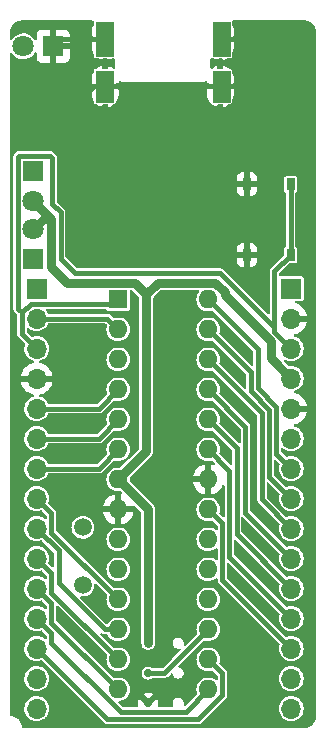
<source format=gbr>
%TF.GenerationSoftware,KiCad,Pcbnew,6.0.4-6f826c9f35~116~ubuntu20.04.1*%
%TF.CreationDate,2022-04-08T20:43:30+02:00*%
%TF.ProjectId,Arduini_TPSE,41726475-696e-4695-9f54-5053452e6b69,rev?*%
%TF.SameCoordinates,Original*%
%TF.FileFunction,Copper,L1,Top*%
%TF.FilePolarity,Positive*%
%FSLAX46Y46*%
G04 Gerber Fmt 4.6, Leading zero omitted, Abs format (unit mm)*
G04 Created by KiCad (PCBNEW 6.0.4-6f826c9f35~116~ubuntu20.04.1) date 2022-04-08 20:43:30*
%MOMM*%
%LPD*%
G01*
G04 APERTURE LIST*
%TA.AperFunction,EtchedComponent*%
%ADD10C,0.000100*%
%TD*%
%TA.AperFunction,ComponentPad*%
%ADD11C,1.500000*%
%TD*%
%TA.AperFunction,ComponentPad*%
%ADD12R,1.600000X1.600000*%
%TD*%
%TA.AperFunction,ComponentPad*%
%ADD13O,1.600000X1.600000*%
%TD*%
%TA.AperFunction,ComponentPad*%
%ADD14R,1.800000X1.800000*%
%TD*%
%TA.AperFunction,ComponentPad*%
%ADD15C,1.800000*%
%TD*%
%TA.AperFunction,SMDPad,CuDef*%
%ADD16R,0.700000X1.000000*%
%TD*%
%TA.AperFunction,ComponentPad*%
%ADD17O,1.250000X2.500000*%
%TD*%
%TA.AperFunction,ComponentPad*%
%ADD18R,1.700000X1.700000*%
%TD*%
%TA.AperFunction,ComponentPad*%
%ADD19O,1.700000X1.700000*%
%TD*%
%TA.AperFunction,ComponentPad*%
%ADD20C,0.700000*%
%TD*%
%TA.AperFunction,Conductor*%
%ADD21C,0.400000*%
%TD*%
%TA.AperFunction,Conductor*%
%ADD22C,0.800000*%
%TD*%
%TA.AperFunction,Conductor*%
%ADD23C,0.750000*%
%TD*%
G04 APERTURE END LIST*
%TO.C,J1*%
G36*
X18635000Y53050000D02*
G01*
X17225000Y53050000D01*
X17225000Y55650000D01*
X18635000Y55650000D01*
X18635000Y53050000D01*
G37*
D10*
X18635000Y53050000D02*
X17225000Y53050000D01*
X17225000Y55650000D01*
X18635000Y55650000D01*
X18635000Y53050000D01*
G36*
X8725000Y56925000D02*
G01*
X7315000Y56925000D01*
X7315000Y59775000D01*
X8725000Y59775000D01*
X8725000Y56925000D01*
G37*
X8725000Y56925000D02*
X7315000Y56925000D01*
X7315000Y59775000D01*
X8725000Y59775000D01*
X8725000Y56925000D01*
G36*
X8725000Y53050000D02*
G01*
X7315000Y53050000D01*
X7315000Y55650000D01*
X8725000Y55650000D01*
X8725000Y53050000D01*
G37*
X8725000Y53050000D02*
X7315000Y53050000D01*
X7315000Y55650000D01*
X8725000Y55650000D01*
X8725000Y53050000D01*
G36*
X18635000Y56925000D02*
G01*
X17225000Y56925000D01*
X17225000Y59775000D01*
X18635000Y59775000D01*
X18635000Y56925000D01*
G37*
X18635000Y56925000D02*
X17225000Y56925000D01*
X17225000Y59775000D01*
X18635000Y59775000D01*
X18635000Y56925000D01*
%TD*%
D11*
%TO.P,Y1,1,1*%
%TO.N,Net-(C5-Pad1)*%
X6200000Y12137500D03*
%TO.P,Y1,2,2*%
%TO.N,Net-(C4-Pad1)*%
X6200000Y17017500D03*
%TD*%
D12*
%TO.P,U4,1,~{RESET}/PC6*%
%TO.N,/Reset*%
X9200000Y36330000D03*
D13*
%TO.P,U4,2,PD0*%
%TO.N,/0(Rx)*%
X9200000Y33790000D03*
%TO.P,U4,3,PD1*%
%TO.N,/1(Tx)*%
X9200000Y31250000D03*
%TO.P,U4,4,PD2*%
%TO.N,/2*%
X9200000Y28710000D03*
%TO.P,U4,5,PD3*%
%TO.N,/3(\u002A\u002A)*%
X9200000Y26170000D03*
%TO.P,U4,6,PD4*%
%TO.N,/4*%
X9200000Y23630000D03*
%TO.P,U4,7,VCC*%
%TO.N,+5V*%
X9200000Y21090000D03*
%TO.P,U4,8,GND*%
%TO.N,GND*%
X9200000Y18550000D03*
%TO.P,U4,9,XTAL1/PB6*%
%TO.N,Net-(C4-Pad1)*%
X9200000Y16010000D03*
%TO.P,U4,10,XTAL2/PB7*%
%TO.N,Net-(C5-Pad1)*%
X9200000Y13470000D03*
%TO.P,U4,11,PD5*%
%TO.N,/5(\u002A\u002A)*%
X9200000Y10930000D03*
%TO.P,U4,12,PD6*%
%TO.N,/6(\u002A\u002A)*%
X9200000Y8390000D03*
%TO.P,U4,13,PD7*%
%TO.N,/7*%
X9200000Y5850000D03*
%TO.P,U4,14,PB0*%
%TO.N,/8*%
X9200000Y3310000D03*
%TO.P,U4,15,PB1*%
%TO.N,/9(\u002A\u002A)*%
X16820000Y3310000D03*
%TO.P,U4,16,PB2*%
%TO.N,/10(\u002A\u002A{slash}SS)*%
X16820000Y5850000D03*
%TO.P,U4,17,PB3*%
%TO.N,/11(\u002A\u002A{slash}MOSI)*%
X16820000Y8390000D03*
%TO.P,U4,18,PB4*%
%TO.N,/12(MISO)*%
X16820000Y10930000D03*
%TO.P,U4,19,PB5*%
%TO.N,/13(SCK)*%
X16820000Y13470000D03*
%TO.P,U4,20,AVCC*%
%TO.N,+5VA*%
X16820000Y16010000D03*
%TO.P,U4,21,AREF*%
%TO.N,/AREF*%
X16820000Y18550000D03*
%TO.P,U4,22,GND*%
%TO.N,GND*%
X16820000Y21090000D03*
%TO.P,U4,23,PC0*%
%TO.N,/A0*%
X16820000Y23630000D03*
%TO.P,U4,24,PC1*%
%TO.N,/A1*%
X16820000Y26170000D03*
%TO.P,U4,25,PC2*%
%TO.N,/A2*%
X16820000Y28710000D03*
%TO.P,U4,26,PC3*%
%TO.N,/A3*%
X16820000Y31250000D03*
%TO.P,U4,27,PC4*%
%TO.N,/A4*%
X16820000Y33790000D03*
%TO.P,U4,28,PC5*%
%TO.N,/A5*%
X16820000Y36330000D03*
%TD*%
D14*
%TO.P,D4,1,K*%
%TO.N,GND*%
X3700000Y57750000D03*
D15*
%TO.P,D4,2,A*%
%TO.N,Net-(D4-Pad2)*%
X1160000Y57750000D03*
%TD*%
D14*
%TO.P,D3,1,K*%
%TO.N,Net-(D3-Pad1)*%
X2025000Y39735000D03*
D15*
%TO.P,D3,2,A*%
%TO.N,+5V*%
X2025000Y42275000D03*
%TD*%
D14*
%TO.P,D2,1,K*%
%TO.N,Net-(D2-Pad1)*%
X2025000Y47185000D03*
D15*
%TO.P,D2,2,A*%
%TO.N,+5V*%
X2025000Y44645000D03*
%TD*%
D16*
%TO.P,SW1,1,1*%
%TO.N,GND*%
X20100000Y40080000D03*
X20100000Y46080000D03*
%TO.P,SW1,2,2*%
%TO.N,/Reset*%
X23800000Y46080000D03*
X23800000Y40080000D03*
%TD*%
D17*
%TO.P,J1,S1,SHIELD*%
%TO.N,GND*%
X8100000Y54350000D03*
%TO.P,J1,S2,SHIELD*%
X8100000Y58350000D03*
%TO.P,J1,S3,SHIELD*%
X17850000Y58350000D03*
%TO.P,J1,S4,SHIELD*%
X17850000Y54350000D03*
%TD*%
D18*
%TO.P,P1,1,Pin_1*%
%TO.N,/1(Tx)*%
X2300000Y37240000D03*
D19*
%TO.P,P1,2,Pin_2*%
%TO.N,/0(Rx)*%
X2300000Y34700000D03*
%TO.P,P1,3,Pin_3*%
%TO.N,/Reset*%
X2300000Y32160000D03*
%TO.P,P1,4,Pin_4*%
%TO.N,GND*%
X2300000Y29620000D03*
%TO.P,P1,5,Pin_5*%
%TO.N,/2*%
X2300000Y27080000D03*
%TO.P,P1,6,Pin_6*%
%TO.N,/3(\u002A\u002A)*%
X2300000Y24540000D03*
%TO.P,P1,7,Pin_7*%
%TO.N,/4*%
X2300000Y22000000D03*
%TO.P,P1,8,Pin_8*%
%TO.N,/5(\u002A\u002A)*%
X2300000Y19460000D03*
%TO.P,P1,9,Pin_9*%
%TO.N,/6(\u002A\u002A)*%
X2300000Y16920000D03*
%TO.P,P1,10,Pin_10*%
%TO.N,/7*%
X2300000Y14380000D03*
%TO.P,P1,11,Pin_11*%
%TO.N,/8*%
X2300000Y11840000D03*
%TO.P,P1,12,Pin_12*%
%TO.N,/9(\u002A\u002A)*%
X2300000Y9300000D03*
%TO.P,P1,13,Pin_13*%
%TO.N,/10(\u002A\u002A{slash}SS)*%
X2300000Y6760000D03*
%TO.P,P1,14,Pin_14*%
%TO.N,/11(\u002A\u002A{slash}MOSI)*%
X2300000Y4220000D03*
%TO.P,P1,15,Pin_15*%
%TO.N,/12(MISO)*%
X2300000Y1680000D03*
%TD*%
D20*
%TO.P,J2,2,Pin_2*%
%TO.N,+5V*%
X11735000Y7230000D03*
%TO.P,J2,4,Pin_4*%
%TO.N,/11(\u002A\u002A{slash}MOSI)*%
X11735000Y4690000D03*
%TO.P,J2,6,Pin_6*%
%TO.N,GND*%
X11735000Y2150000D03*
%TD*%
D18*
%TO.P,P2,1,Pin_1*%
%TO.N,/Vin*%
X23850000Y37240000D03*
D19*
%TO.P,P2,2,Pin_2*%
%TO.N,GND*%
X23850000Y34700000D03*
%TO.P,P2,3,Pin_3*%
%TO.N,/Reset*%
X23850000Y32160000D03*
%TO.P,P2,4,Pin_4*%
%TO.N,+5V*%
X23850000Y29620000D03*
%TO.P,P2,5,Pin_5*%
%TO.N,GND*%
X23850000Y27080000D03*
%TO.P,P2,6,Pin_6*%
%TO.N,+3V3*%
X23850000Y24540000D03*
%TO.P,P2,7,Pin_7*%
%TO.N,/A5*%
X23850000Y22000000D03*
%TO.P,P2,8,Pin_8*%
%TO.N,/A4*%
X23850000Y19460000D03*
%TO.P,P2,9,Pin_9*%
%TO.N,/A3*%
X23850000Y16920000D03*
%TO.P,P2,10,Pin_10*%
%TO.N,/A2*%
X23850000Y14380000D03*
%TO.P,P2,11,Pin_11*%
%TO.N,/A1*%
X23850000Y11840000D03*
%TO.P,P2,12,Pin_12*%
%TO.N,/A0*%
X23850000Y9300000D03*
%TO.P,P2,13,Pin_13*%
%TO.N,/AREF*%
X23850000Y6760000D03*
%TO.P,P2,14,Pin_14*%
%TO.N,+3V3*%
X23850000Y4220000D03*
%TO.P,P2,15,Pin_15*%
%TO.N,/13(SCK)*%
X23850000Y1680000D03*
%TD*%
D21*
%TO.N,/Reset*%
X22425000Y38705000D02*
X22425000Y33975000D01*
X3625000Y44400000D02*
X3625000Y48275000D01*
X22425000Y33975000D02*
X17850000Y38550000D01*
X17850000Y38550000D02*
X5550000Y38550000D01*
X5550000Y38550000D02*
X4324022Y39775978D01*
X834511Y48484511D02*
X725489Y48375489D01*
X4324022Y39775978D02*
X4324022Y43700978D01*
X725489Y35542565D02*
X1050489Y35217565D01*
X4324022Y43700978D02*
X3625000Y44400000D01*
X3625000Y48275000D02*
X3415489Y48484511D01*
X3415489Y48484511D02*
X834511Y48484511D01*
X725489Y48375489D02*
X725489Y35542565D01*
D22*
%TO.N,+5V*%
X11575000Y36754022D02*
X10599511Y37729511D01*
X10599511Y37729511D02*
X4895489Y37729511D01*
X4895489Y37729511D02*
X3524511Y39100489D01*
X3524511Y39100489D02*
X3524511Y43145489D01*
X3524511Y43145489D02*
X2025000Y44645000D01*
X22118831Y32760489D02*
X18219511Y36659809D01*
X22118831Y31351169D02*
X22118831Y32760489D01*
X18219511Y36659809D02*
X18219511Y36924809D01*
X18219511Y36924809D02*
X17414809Y37729511D01*
X23850000Y29620000D02*
X22118831Y31351169D01*
X17414809Y37729511D02*
X12550489Y37729511D01*
X12550489Y37729511D02*
X11575000Y36754022D01*
D21*
%TO.N,/0(Rx)*%
X2300000Y34700000D02*
X8290000Y34700000D01*
X8290000Y34700000D02*
X9200000Y33790000D01*
%TO.N,/Reset*%
X1782435Y35949511D02*
X1050489Y35217565D01*
X22425000Y33585000D02*
X22425000Y38705000D01*
X1050489Y33409511D02*
X2300000Y32160000D01*
X9200000Y36330000D02*
X8819511Y35949511D01*
X23850000Y32160000D02*
X22425000Y33585000D01*
X22425000Y38705000D02*
X23800000Y40080000D01*
X1050489Y35217565D02*
X1050489Y33409511D01*
X23800000Y40080000D02*
X23800000Y46080000D01*
X8819511Y35949511D02*
X1782435Y35949511D01*
%TO.N,GND*%
X7075000Y54350000D02*
X6875000Y54150000D01*
X19425000Y58350000D02*
X19475000Y58300000D01*
X4300000Y58350000D02*
X3700000Y57750000D01*
X8100000Y54350000D02*
X17850000Y54350000D01*
X19275000Y54350000D02*
X19300000Y54325000D01*
X8100000Y58350000D02*
X4300000Y58350000D01*
X17850000Y58350000D02*
X19425000Y58350000D01*
X17850000Y54350000D02*
X19275000Y54350000D01*
X8100000Y54350000D02*
X7075000Y54350000D01*
%TO.N,/2*%
X7570000Y27080000D02*
X9200000Y28710000D01*
X2300000Y27080000D02*
X7570000Y27080000D01*
%TO.N,/3(\u002A\u002A)*%
X7570000Y24540000D02*
X9200000Y26170000D01*
X2300000Y24540000D02*
X7570000Y24540000D01*
%TO.N,/4*%
X2300000Y22000000D02*
X7570000Y22000000D01*
X7570000Y22000000D02*
X9200000Y23630000D01*
%TO.N,/5(\u002A\u002A)*%
X3549511Y16580489D02*
X9200000Y10930000D01*
X3549511Y18210489D02*
X3549511Y16580489D01*
X2300000Y19460000D02*
X3549511Y18210489D01*
%TO.N,/6(\u002A\u002A)*%
X8068630Y8390000D02*
X9200000Y8390000D01*
X4149022Y12309608D02*
X8068630Y8390000D01*
X2300000Y16920000D02*
X4149022Y15070978D01*
X4149022Y15070978D02*
X4149022Y12309608D01*
%TO.N,/7*%
X3549511Y13130489D02*
X3549511Y11500489D01*
X2300000Y14380000D02*
X3549511Y13130489D01*
X3549511Y11500489D02*
X9200000Y5850000D01*
%TO.N,/8*%
X3549511Y8960489D02*
X9200000Y3310000D01*
X3549511Y10590489D02*
X3549511Y8960489D01*
X2300000Y11840000D02*
X3549511Y10590489D01*
%TO.N,/9(\u002A\u002A)*%
X16820000Y3310000D02*
X14910489Y1400489D01*
X14910489Y1400489D02*
X9413145Y1400489D01*
X9413145Y1400489D02*
X3549511Y7264123D01*
X3549511Y7264123D02*
X3549511Y8050489D01*
X3549511Y8050489D02*
X2300000Y9300000D01*
D22*
%TO.N,+5V*%
X3170000Y43420000D02*
X2025000Y42275000D01*
X11575000Y23465000D02*
X9200000Y21090000D01*
D23*
X9200000Y21090000D02*
X11735000Y18555000D01*
X11735000Y18555000D02*
X11735000Y7230000D01*
D22*
X11575000Y36754022D02*
X11575000Y23465000D01*
D21*
%TO.N,/A5*%
X22600489Y23249511D02*
X22600489Y27234187D01*
X21051467Y32098533D02*
X16820000Y36330000D01*
X23850000Y22000000D02*
X22600489Y23249511D01*
X21051467Y28783210D02*
X21051467Y32098533D01*
X22600489Y27234187D02*
X21051467Y28783210D01*
%TO.N,/A4*%
X22000978Y26985862D02*
X20451956Y28534886D01*
X23850000Y19460000D02*
X22000978Y21309022D01*
X20451956Y28534886D02*
X20451957Y30158043D01*
X20451957Y30158043D02*
X16820000Y33790000D01*
X22000978Y21309022D02*
X22000978Y26985862D01*
%TO.N,/A3*%
X23850000Y16920000D02*
X21365000Y19405000D01*
X21365000Y26705000D02*
X16820000Y31250000D01*
X21365000Y19405000D02*
X21365000Y26705000D01*
%TO.N,/A2*%
X19975000Y25555000D02*
X16820000Y28710000D01*
X19975000Y18255000D02*
X19975000Y25555000D01*
X23850000Y14380000D02*
X19975000Y18255000D01*
%TO.N,/A1*%
X19218532Y16471468D02*
X19218532Y23771468D01*
X23850000Y11840000D02*
X19218532Y16471468D01*
X19218532Y23771468D02*
X16820000Y26170000D01*
%TO.N,/A0*%
X18619022Y14530978D02*
X18619022Y21830978D01*
X18619022Y21830978D02*
X16820000Y23630000D01*
X23850000Y9300000D02*
X18619022Y14530978D01*
%TO.N,/AREF*%
X18019511Y17350489D02*
X16820000Y18550000D01*
X18019511Y12590489D02*
X18019511Y17350489D01*
X23850000Y6760000D02*
X18019511Y12590489D01*
%TO.N,/10(\u002A\u002A{slash}SS)*%
X18019511Y4650489D02*
X16820000Y5850000D01*
X2300000Y6760000D02*
X8280000Y780000D01*
X8280000Y780000D02*
X15986366Y780000D01*
X18019511Y2813145D02*
X18019511Y4650489D01*
X15986366Y780000D02*
X18019511Y2813145D01*
%TO.N,/11(\u002A\u002A{slash}MOSI)*%
X13120000Y4690000D02*
X16820000Y8390000D01*
X11735000Y4690000D02*
X13120000Y4690000D01*
%TD*%
%TA.AperFunction,Conductor*%
%TO.N,GND*%
G36*
X7080429Y59930593D02*
G01*
X7116393Y59881093D01*
X7118684Y59829632D01*
X7114484Y59820924D01*
X7114474Y59809779D01*
X7114474Y59809778D01*
X7114464Y59797852D01*
X7114464Y59797850D01*
X7112673Y59797852D01*
X7112679Y59797790D01*
X7114450Y59797790D01*
X7114450Y59782037D01*
X7114407Y59732329D01*
X7114404Y59729426D01*
X7114447Y59729336D01*
X7114450Y59729310D01*
X7114450Y59566558D01*
X7098619Y59512856D01*
X7092082Y59502732D01*
X7087771Y59494416D01*
X7010473Y59302616D01*
X7007813Y59293636D01*
X6967960Y59089559D01*
X6967104Y59082506D01*
X6967060Y59081601D01*
X6967000Y59079154D01*
X6967000Y58619680D01*
X6971122Y58606995D01*
X6975243Y58604000D01*
X7015450Y58604000D01*
X7073641Y58585093D01*
X7109605Y58535593D01*
X7114450Y58505000D01*
X7114450Y58195000D01*
X7095543Y58136809D01*
X7046043Y58100845D01*
X7015450Y58096000D01*
X6982680Y58096000D01*
X6969995Y58091878D01*
X6967000Y58087757D01*
X6967000Y57673340D01*
X6967225Y57668626D01*
X6981932Y57514475D01*
X6983708Y57505254D01*
X7041913Y57306849D01*
X7045396Y57298142D01*
X7103463Y57185397D01*
X7114450Y57140067D01*
X7114450Y56932037D01*
X7114404Y56879426D01*
X7119228Y56869379D01*
X7119229Y56869376D01*
X7119663Y56868473D01*
X7126937Y56847644D01*
X7129641Y56835793D01*
X7136588Y56827075D01*
X7137048Y56826498D01*
X7148864Y56807663D01*
X7154011Y56796944D01*
X7163503Y56789353D01*
X7179088Y56773741D01*
X7186663Y56764235D01*
X7197364Y56759074D01*
X7216186Y56747221D01*
X7225469Y56739797D01*
X7236330Y56737299D01*
X7236333Y56737298D01*
X7237313Y56737073D01*
X7258131Y56729763D01*
X7269076Y56724484D01*
X7280222Y56724474D01*
X7280223Y56724474D01*
X7292150Y56724464D01*
X7292148Y56722673D01*
X7292210Y56722679D01*
X7292210Y56724450D01*
X7307963Y56724450D01*
X7360281Y56724404D01*
X7360574Y56724404D01*
X7360664Y56724447D01*
X7360690Y56724450D01*
X7540344Y56724450D01*
X7589919Y56711143D01*
X7622132Y56692507D01*
X7630655Y56688605D01*
X7825993Y56620772D01*
X7831581Y56619410D01*
X7843627Y56621480D01*
X7844637Y56622517D01*
X7848586Y56639452D01*
X7850411Y56639026D01*
X7864907Y56683641D01*
X7914407Y56719605D01*
X7945000Y56724450D01*
X8255000Y56724450D01*
X8313191Y56705543D01*
X8349155Y56656043D01*
X8350603Y56646903D01*
X8357932Y56624344D01*
X8367333Y56623979D01*
X8465964Y56647750D01*
X8474836Y56650804D01*
X8617285Y56715572D01*
X8658261Y56724450D01*
X8717963Y56724450D01*
X8770574Y56724404D01*
X8780621Y56729228D01*
X8780624Y56729229D01*
X8781527Y56729663D01*
X8802356Y56736937D01*
X8814207Y56739641D01*
X8814893Y56740188D01*
X8868199Y56747396D01*
X8922072Y56718390D01*
X8948607Y56663258D01*
X8949500Y56649991D01*
X8949500Y55954941D01*
X8930593Y55896750D01*
X8881093Y55860786D01*
X8819907Y55860786D01*
X8785616Y55880167D01*
X8764489Y55898500D01*
X8756847Y55903951D01*
X8577868Y56007493D01*
X8569345Y56011395D01*
X8374007Y56079228D01*
X8368419Y56080590D01*
X8356373Y56078520D01*
X8355363Y56077483D01*
X8354000Y56071639D01*
X8354000Y55949550D01*
X8335093Y55891359D01*
X8285593Y55855395D01*
X8255000Y55850550D01*
X7945000Y55850550D01*
X7886809Y55869457D01*
X7850845Y55918957D01*
X7846000Y55949550D01*
X7846000Y56063554D01*
X7842068Y56075656D01*
X7832667Y56076021D01*
X7734036Y56052250D01*
X7725164Y56049196D01*
X7536934Y55963612D01*
X7528806Y55958939D01*
X7401737Y55868802D01*
X7344458Y55850550D01*
X7322037Y55850550D01*
X7269426Y55850596D01*
X7259379Y55845772D01*
X7259376Y55845771D01*
X7258473Y55845337D01*
X7237644Y55838063D01*
X7225793Y55835359D01*
X7217075Y55828412D01*
X7216498Y55827952D01*
X7197663Y55816136D01*
X7186944Y55810989D01*
X7179353Y55801497D01*
X7163741Y55785912D01*
X7154235Y55778337D01*
X7149391Y55768294D01*
X7149075Y55767638D01*
X7137221Y55748814D01*
X7129797Y55739531D01*
X7127299Y55728670D01*
X7127298Y55728667D01*
X7127073Y55727687D01*
X7119763Y55706869D01*
X7114484Y55695924D01*
X7114464Y55672850D01*
X7112673Y55672852D01*
X7112679Y55672790D01*
X7114450Y55672790D01*
X7114450Y55657037D01*
X7114404Y55604426D01*
X7114447Y55604336D01*
X7114450Y55604310D01*
X7114450Y55566558D01*
X7098619Y55512856D01*
X7092082Y55502732D01*
X7087771Y55494416D01*
X7010473Y55302616D01*
X7007813Y55293636D01*
X6967960Y55089559D01*
X6967104Y55082506D01*
X6967060Y55081601D01*
X6967000Y55079154D01*
X6967000Y54619680D01*
X6971122Y54606995D01*
X6975243Y54604000D01*
X7015450Y54604000D01*
X7073641Y54585093D01*
X7109605Y54535593D01*
X7114450Y54505000D01*
X7114450Y54195000D01*
X7095543Y54136809D01*
X7046043Y54100845D01*
X7015450Y54096000D01*
X6982680Y54096000D01*
X6969995Y54091878D01*
X6967000Y54087757D01*
X6967000Y53673340D01*
X6967225Y53668626D01*
X6981932Y53514475D01*
X6983708Y53505254D01*
X7041913Y53306849D01*
X7045396Y53298142D01*
X7103463Y53185397D01*
X7114450Y53140067D01*
X7114450Y53057037D01*
X7114404Y53004426D01*
X7119228Y52994379D01*
X7119229Y52994376D01*
X7119663Y52993473D01*
X7126937Y52972644D01*
X7129641Y52960793D01*
X7136588Y52952075D01*
X7137048Y52951498D01*
X7148864Y52932663D01*
X7154011Y52921944D01*
X7163503Y52914353D01*
X7179088Y52898741D01*
X7186663Y52889235D01*
X7197364Y52884074D01*
X7216186Y52872221D01*
X7225469Y52864797D01*
X7236330Y52862299D01*
X7236333Y52862298D01*
X7237313Y52862073D01*
X7258131Y52854763D01*
X7269076Y52849484D01*
X7280222Y52849474D01*
X7280223Y52849474D01*
X7292150Y52849464D01*
X7292148Y52847673D01*
X7292210Y52847679D01*
X7292210Y52849450D01*
X7307963Y52849450D01*
X7343411Y52849419D01*
X7401585Y52830461D01*
X7408209Y52825192D01*
X7435511Y52801500D01*
X7443153Y52796049D01*
X7622132Y52692507D01*
X7630655Y52688605D01*
X7825993Y52620772D01*
X7831581Y52619410D01*
X7843627Y52621480D01*
X7844637Y52622517D01*
X7846000Y52628361D01*
X7846000Y52750450D01*
X7864907Y52808641D01*
X7914407Y52844605D01*
X7945000Y52849450D01*
X8255000Y52849450D01*
X8313191Y52830543D01*
X8349155Y52781043D01*
X8354000Y52750450D01*
X8354000Y52636446D01*
X8357932Y52624344D01*
X8367333Y52623979D01*
X8465964Y52647750D01*
X8474836Y52650804D01*
X8663066Y52736388D01*
X8671199Y52741064D01*
X8839850Y52860697D01*
X8846950Y52866826D01*
X8989938Y53016192D01*
X8995752Y53023555D01*
X9107918Y53197268D01*
X9112229Y53205584D01*
X9189527Y53397384D01*
X9192187Y53406364D01*
X9232040Y53610441D01*
X9232896Y53617494D01*
X9232940Y53618399D01*
X9233000Y53620846D01*
X9233000Y54080320D01*
X9228878Y54093005D01*
X9224757Y54096000D01*
X9024550Y54096000D01*
X8966359Y54114907D01*
X8930395Y54164407D01*
X8925550Y54195000D01*
X8925550Y54505000D01*
X8944457Y54563191D01*
X8993957Y54599155D01*
X9024550Y54604000D01*
X9217320Y54604000D01*
X9230005Y54608122D01*
X9233000Y54612243D01*
X9233000Y54723525D01*
X9251907Y54781716D01*
X9301407Y54817680D01*
X9362593Y54817680D01*
X9378668Y54810835D01*
X9433146Y54781716D01*
X9472953Y54760439D01*
X9477607Y54759027D01*
X9477610Y54759026D01*
X9628617Y54713218D01*
X9628621Y54713217D01*
X9633273Y54711806D01*
X9799854Y54695399D01*
X9800000Y54695339D01*
X9809914Y54699446D01*
X9821622Y54698557D01*
X9827547Y54699500D01*
X16139955Y54699500D01*
X16139955Y54699459D01*
X16140032Y54699468D01*
X16150000Y54695339D01*
X16150146Y54695399D01*
X16170709Y54697424D01*
X16170710Y54697424D01*
X16311884Y54711329D01*
X16316727Y54711806D01*
X16321379Y54713217D01*
X16321383Y54713218D01*
X16472390Y54759026D01*
X16472393Y54759027D01*
X16477047Y54760439D01*
X16516854Y54781716D01*
X16571332Y54810835D01*
X16631565Y54821591D01*
X16686616Y54794889D01*
X16715458Y54740929D01*
X16717000Y54723525D01*
X16717000Y54619680D01*
X16721122Y54606995D01*
X16725243Y54604000D01*
X16925450Y54604000D01*
X16983641Y54585093D01*
X17019605Y54535593D01*
X17024450Y54505000D01*
X17024450Y54195000D01*
X17005543Y54136809D01*
X16956043Y54100845D01*
X16925450Y54096000D01*
X16732680Y54096000D01*
X16719995Y54091878D01*
X16717000Y54087757D01*
X16717000Y53673340D01*
X16717225Y53668626D01*
X16731932Y53514475D01*
X16733708Y53505254D01*
X16791913Y53306849D01*
X16795397Y53298137D01*
X16890074Y53114311D01*
X16895141Y53106418D01*
X17022868Y52943815D01*
X17029341Y52937017D01*
X17185511Y52801500D01*
X17193153Y52796049D01*
X17372132Y52692507D01*
X17380655Y52688605D01*
X17575993Y52620772D01*
X17581581Y52619410D01*
X17593627Y52621480D01*
X17594637Y52622517D01*
X17596000Y52628361D01*
X17596000Y52750450D01*
X17614907Y52808641D01*
X17664407Y52844605D01*
X17695000Y52849450D01*
X18005000Y52849450D01*
X18063191Y52830543D01*
X18099155Y52781043D01*
X18104000Y52750450D01*
X18104000Y52636446D01*
X18107932Y52624344D01*
X18117333Y52623979D01*
X18215964Y52647750D01*
X18224836Y52650804D01*
X18413066Y52736388D01*
X18421194Y52741061D01*
X18548263Y52831198D01*
X18605542Y52849450D01*
X18627963Y52849450D01*
X18680574Y52849404D01*
X18690621Y52854228D01*
X18690624Y52854229D01*
X18691527Y52854663D01*
X18712356Y52861937D01*
X18724207Y52864641D01*
X18733503Y52872049D01*
X18752337Y52883864D01*
X18763056Y52889011D01*
X18770647Y52898503D01*
X18786259Y52914088D01*
X18795765Y52921663D01*
X18800926Y52932364D01*
X18812779Y52951186D01*
X18820203Y52960469D01*
X18822701Y52971330D01*
X18822702Y52971333D01*
X18822927Y52972313D01*
X18830237Y52993131D01*
X18835516Y53004076D01*
X18835536Y53027150D01*
X18837327Y53027148D01*
X18837321Y53027210D01*
X18835550Y53027210D01*
X18835550Y53042963D01*
X18835596Y53095281D01*
X18835596Y53095574D01*
X18835553Y53095664D01*
X18835550Y53095690D01*
X18835550Y53133442D01*
X18851381Y53187144D01*
X18857918Y53197268D01*
X18862229Y53205584D01*
X18939527Y53397384D01*
X18942187Y53406364D01*
X18982040Y53610441D01*
X18982896Y53617494D01*
X18982940Y53618399D01*
X18983000Y53620846D01*
X18983000Y54080320D01*
X18978878Y54093005D01*
X18974757Y54096000D01*
X18934550Y54096000D01*
X18876359Y54114907D01*
X18840395Y54164407D01*
X18835550Y54195000D01*
X18835550Y54505000D01*
X18854457Y54563191D01*
X18903957Y54599155D01*
X18934550Y54604000D01*
X18967320Y54604000D01*
X18980005Y54608122D01*
X18983000Y54612243D01*
X18983000Y55026660D01*
X18982775Y55031374D01*
X18968068Y55185525D01*
X18966292Y55194746D01*
X18908087Y55393151D01*
X18904604Y55401858D01*
X18846537Y55514603D01*
X18835550Y55559933D01*
X18835550Y55642963D01*
X18835586Y55684426D01*
X18835596Y55695574D01*
X18830772Y55705621D01*
X18830771Y55705624D01*
X18830337Y55706527D01*
X18823063Y55727356D01*
X18820359Y55739207D01*
X18812951Y55748503D01*
X18801136Y55767337D01*
X18795989Y55778056D01*
X18786497Y55785647D01*
X18770912Y55801259D01*
X18763337Y55810765D01*
X18752636Y55815926D01*
X18733814Y55827779D01*
X18724531Y55835203D01*
X18713670Y55837701D01*
X18713667Y55837702D01*
X18712687Y55837927D01*
X18691869Y55845237D01*
X18680924Y55850516D01*
X18669778Y55850526D01*
X18669777Y55850526D01*
X18657850Y55850536D01*
X18657852Y55852327D01*
X18657790Y55852321D01*
X18657790Y55850550D01*
X18642037Y55850550D01*
X18606589Y55850581D01*
X18548415Y55869539D01*
X18541791Y55874808D01*
X18514489Y55898500D01*
X18506847Y55903951D01*
X18327868Y56007493D01*
X18319345Y56011395D01*
X18124007Y56079228D01*
X18118419Y56080590D01*
X18106373Y56078520D01*
X18105363Y56077483D01*
X18104000Y56071639D01*
X18104000Y55949550D01*
X18085093Y55891359D01*
X18035593Y55855395D01*
X18005000Y55850550D01*
X17695000Y55850550D01*
X17636809Y55869457D01*
X17600845Y55918957D01*
X17596000Y55949550D01*
X17596000Y56063554D01*
X17592068Y56075656D01*
X17582667Y56076021D01*
X17484036Y56052250D01*
X17475164Y56049196D01*
X17286934Y55963612D01*
X17278801Y55958936D01*
X17156778Y55872379D01*
X17098377Y55854133D01*
X17040404Y55873700D01*
X17005004Y55923604D01*
X17000500Y55953127D01*
X17000500Y56649978D01*
X17019407Y56708169D01*
X17068907Y56744133D01*
X17130047Y56744133D01*
X17135469Y56739797D01*
X17146334Y56737299D01*
X17146335Y56737298D01*
X17147313Y56737073D01*
X17168131Y56729763D01*
X17179076Y56724484D01*
X17190222Y56724474D01*
X17190223Y56724474D01*
X17202150Y56724464D01*
X17202148Y56722673D01*
X17202210Y56722679D01*
X17202210Y56724450D01*
X17217963Y56724450D01*
X17270281Y56724404D01*
X17270574Y56724404D01*
X17270664Y56724447D01*
X17270690Y56724450D01*
X17290344Y56724450D01*
X17339919Y56711143D01*
X17372132Y56692507D01*
X17380655Y56688605D01*
X17575993Y56620772D01*
X17581581Y56619410D01*
X17593627Y56621480D01*
X17594637Y56622517D01*
X17598586Y56639452D01*
X17600411Y56639026D01*
X17614907Y56683641D01*
X17664407Y56719605D01*
X17695000Y56724450D01*
X18005000Y56724450D01*
X18063191Y56705543D01*
X18099155Y56656043D01*
X18100603Y56646903D01*
X18107932Y56624344D01*
X18117333Y56623979D01*
X18215964Y56647750D01*
X18224836Y56650804D01*
X18367285Y56715572D01*
X18408261Y56724450D01*
X18627963Y56724450D01*
X18680574Y56724404D01*
X18690621Y56729228D01*
X18690624Y56729229D01*
X18691527Y56729663D01*
X18712356Y56736937D01*
X18724207Y56739641D01*
X18733503Y56747049D01*
X18752337Y56758864D01*
X18763056Y56764011D01*
X18770647Y56773503D01*
X18786259Y56789088D01*
X18795765Y56796663D01*
X18800926Y56807364D01*
X18812779Y56826186D01*
X18820203Y56835469D01*
X18822701Y56846330D01*
X18822702Y56846333D01*
X18822927Y56847313D01*
X18830237Y56868131D01*
X18835516Y56879076D01*
X18835527Y56891087D01*
X18835536Y56902150D01*
X18837327Y56902148D01*
X18837321Y56902210D01*
X18835550Y56902210D01*
X18835550Y56917963D01*
X18835596Y56970281D01*
X18835596Y56970574D01*
X18835553Y56970664D01*
X18835550Y56970690D01*
X18835550Y57133442D01*
X18851381Y57187144D01*
X18857918Y57197268D01*
X18862229Y57205584D01*
X18939527Y57397384D01*
X18942187Y57406364D01*
X18982040Y57610441D01*
X18982896Y57617494D01*
X18982940Y57618399D01*
X18983000Y57620846D01*
X18983000Y58080320D01*
X18978878Y58093005D01*
X18974757Y58096000D01*
X18934550Y58096000D01*
X18876359Y58114907D01*
X18840395Y58164407D01*
X18835550Y58195000D01*
X18835550Y58505000D01*
X18854457Y58563191D01*
X18903957Y58599155D01*
X18934550Y58604000D01*
X18967320Y58604000D01*
X18980005Y58608122D01*
X18983000Y58612243D01*
X18983000Y59026660D01*
X18982775Y59031374D01*
X18968068Y59185525D01*
X18966292Y59194746D01*
X18908087Y59393151D01*
X18904604Y59401858D01*
X18846537Y59514603D01*
X18835550Y59559933D01*
X18835550Y59767963D01*
X18835586Y59809428D01*
X18835596Y59820574D01*
X18831321Y59829478D01*
X18836785Y59889503D01*
X18877088Y59935538D01*
X18927778Y59949500D01*
X24989955Y59949500D01*
X24989955Y59949458D01*
X24990034Y59949467D01*
X25000000Y59945339D01*
X25008294Y59948774D01*
X25009845Y59948638D01*
X25009846Y59948638D01*
X25156247Y59935830D01*
X25173243Y59932834D01*
X25316390Y59894477D01*
X25332595Y59888579D01*
X25461287Y59828569D01*
X25466899Y59825952D01*
X25481843Y59817324D01*
X25603229Y59732329D01*
X25616449Y59721237D01*
X25721237Y59616449D01*
X25732329Y59603229D01*
X25817324Y59481843D01*
X25825952Y59466899D01*
X25888579Y59332595D01*
X25894477Y59316390D01*
X25923432Y59208329D01*
X25932834Y59173242D01*
X25935830Y59156247D01*
X25948774Y59008294D01*
X25946937Y59008133D01*
X25947436Y59005064D01*
X25945339Y59000000D01*
X25949424Y58990138D01*
X25948522Y58978673D01*
X25949500Y58972502D01*
X25949500Y1010045D01*
X25949458Y1010045D01*
X25949467Y1009966D01*
X25945339Y1000000D01*
X25948774Y991706D01*
X25948638Y990155D01*
X25948638Y990154D01*
X25935830Y843753D01*
X25932834Y826758D01*
X25929204Y813209D01*
X25900706Y706852D01*
X25894479Y683614D01*
X25888579Y667405D01*
X25855455Y596370D01*
X25825952Y533101D01*
X25817324Y518157D01*
X25732329Y396771D01*
X25721237Y383551D01*
X25616449Y278763D01*
X25603229Y267671D01*
X25481843Y182676D01*
X25466899Y174048D01*
X25332595Y111421D01*
X25316390Y105523D01*
X25208329Y76568D01*
X25173242Y67166D01*
X25156247Y64170D01*
X25008294Y51226D01*
X25008133Y53063D01*
X25005064Y52564D01*
X25000000Y54661D01*
X24990138Y50576D01*
X24978673Y51478D01*
X24972502Y50500D01*
X1140400Y50500D01*
X1082209Y69407D01*
X1046245Y118907D01*
X1041872Y139839D01*
X1035952Y200220D01*
X1035951Y200224D01*
X1035480Y205030D01*
X1016568Y267671D01*
X979826Y389362D01*
X975935Y402251D01*
X879218Y584151D01*
X876158Y587903D01*
X876156Y587906D01*
X835290Y638012D01*
X813163Y695057D01*
X828793Y754212D01*
X842005Y770587D01*
X985621Y914203D01*
X997470Y942809D01*
X981460Y981460D01*
X942809Y997470D01*
X914203Y985621D01*
X770773Y842191D01*
X716256Y814414D01*
X655824Y823985D01*
X637664Y835915D01*
X594008Y872031D01*
X594000Y872036D01*
X590275Y875118D01*
X409055Y973103D01*
X289715Y1010045D01*
X216875Y1032593D01*
X216871Y1032594D01*
X212254Y1034023D01*
X207446Y1034528D01*
X207443Y1034529D01*
X171830Y1038272D01*
X139151Y1041706D01*
X83256Y1066592D01*
X52663Y1119580D01*
X50500Y1140164D01*
X50500Y1694738D01*
X1244520Y1694738D01*
X1261759Y1489447D01*
X1318544Y1291414D01*
X1412712Y1108182D01*
X1540677Y946730D01*
X1544357Y943598D01*
X1544359Y943596D01*
X1624821Y875118D01*
X1697564Y813209D01*
X1701787Y810849D01*
X1701791Y810846D01*
X1818702Y745507D01*
X1877398Y712703D01*
X1881996Y711209D01*
X2068724Y650537D01*
X2068726Y650536D01*
X2073329Y649041D01*
X2277894Y624649D01*
X2282716Y625020D01*
X2282719Y625020D01*
X2350541Y630239D01*
X2483300Y640454D01*
X2681725Y695855D01*
X2686038Y698034D01*
X2686044Y698036D01*
X2861289Y786559D01*
X2861291Y786560D01*
X2865610Y788742D01*
X2901633Y816886D01*
X3024135Y912594D01*
X3024139Y912598D01*
X3027951Y915576D01*
X3038017Y927237D01*
X3092324Y990154D01*
X3162564Y1071528D01*
X3181231Y1104387D01*
X3261934Y1246450D01*
X3261935Y1246453D01*
X3264323Y1250656D01*
X3277882Y1291414D01*
X3327824Y1441546D01*
X3327824Y1441548D01*
X3329351Y1446137D01*
X3355171Y1650526D01*
X3355583Y1680000D01*
X3343422Y1804033D01*
X3335952Y1880220D01*
X3335951Y1880224D01*
X3335480Y1885030D01*
X3332922Y1893505D01*
X3277333Y2077620D01*
X3275935Y2082251D01*
X3179218Y2264151D01*
X3049011Y2423800D01*
X3009417Y2456555D01*
X2894002Y2552035D01*
X2894000Y2552036D01*
X2890275Y2555118D01*
X2709055Y2653103D01*
X2619261Y2680899D01*
X2516875Y2712593D01*
X2516871Y2712594D01*
X2512254Y2714023D01*
X2507446Y2714528D01*
X2507443Y2714529D01*
X2312185Y2735051D01*
X2312183Y2735051D01*
X2307369Y2735557D01*
X2247354Y2730095D01*
X2107022Y2717325D01*
X2107017Y2717324D01*
X2102203Y2716886D01*
X1904572Y2658720D01*
X1900288Y2656481D01*
X1900287Y2656480D01*
X1835772Y2622752D01*
X1722002Y2563274D01*
X1718231Y2560242D01*
X1565220Y2437219D01*
X1565217Y2437217D01*
X1561447Y2434185D01*
X1558333Y2430474D01*
X1558332Y2430473D01*
X1466670Y2321234D01*
X1429024Y2276370D01*
X1426689Y2272122D01*
X1426688Y2272121D01*
X1420142Y2260213D01*
X1329776Y2095838D01*
X1328313Y2091225D01*
X1328311Y2091221D01*
X1277861Y1932182D01*
X1267484Y1899468D01*
X1266944Y1894656D01*
X1266944Y1894655D01*
X1258559Y1819896D01*
X1244520Y1694738D01*
X50500Y1694738D01*
X50500Y4234738D01*
X1244520Y4234738D01*
X1244925Y4229918D01*
X1258877Y4063773D01*
X1261759Y4029447D01*
X1263092Y4024799D01*
X1263092Y4024798D01*
X1309753Y3862073D01*
X1318544Y3831414D01*
X1412712Y3648182D01*
X1540677Y3486730D01*
X1544357Y3483598D01*
X1544359Y3483596D01*
X1638248Y3403691D01*
X1697564Y3353209D01*
X1701787Y3350849D01*
X1701791Y3350846D01*
X1818702Y3285507D01*
X1877398Y3252703D01*
X1881996Y3251209D01*
X2068724Y3190537D01*
X2068726Y3190536D01*
X2073329Y3189041D01*
X2277894Y3164649D01*
X2282716Y3165020D01*
X2282719Y3165020D01*
X2350541Y3170239D01*
X2483300Y3180454D01*
X2681725Y3235855D01*
X2686038Y3238034D01*
X2686044Y3238036D01*
X2861289Y3326559D01*
X2861291Y3326560D01*
X2865610Y3328742D01*
X2961541Y3403691D01*
X3024135Y3452594D01*
X3024139Y3452598D01*
X3027951Y3455576D01*
X3162564Y3611528D01*
X3181231Y3644387D01*
X3261934Y3786450D01*
X3261935Y3786453D01*
X3264323Y3790656D01*
X3277882Y3831414D01*
X3327824Y3981546D01*
X3327824Y3981548D01*
X3329351Y3986137D01*
X3332953Y4014645D01*
X3354823Y4187772D01*
X3355171Y4190526D01*
X3355583Y4220000D01*
X3354233Y4233768D01*
X3335952Y4420220D01*
X3335951Y4420224D01*
X3335480Y4425030D01*
X3314082Y4495905D01*
X3277333Y4617620D01*
X3275935Y4622251D01*
X3179218Y4804151D01*
X3049011Y4963800D01*
X3014788Y4992112D01*
X2894002Y5092035D01*
X2894000Y5092036D01*
X2890275Y5095118D01*
X2709055Y5193103D01*
X2578757Y5233437D01*
X2516875Y5252593D01*
X2516871Y5252594D01*
X2512254Y5254023D01*
X2507446Y5254528D01*
X2507443Y5254529D01*
X2312185Y5275051D01*
X2312183Y5275051D01*
X2307369Y5275557D01*
X2247354Y5270095D01*
X2107022Y5257325D01*
X2107017Y5257324D01*
X2102203Y5256886D01*
X1904572Y5198720D01*
X1900288Y5196481D01*
X1900287Y5196480D01*
X1843722Y5166908D01*
X1722002Y5103274D01*
X1718231Y5100242D01*
X1565220Y4977219D01*
X1565217Y4977217D01*
X1561447Y4974185D01*
X1558333Y4970474D01*
X1558332Y4970473D01*
X1466670Y4861234D01*
X1429024Y4816370D01*
X1426689Y4812122D01*
X1426688Y4812121D01*
X1419955Y4799874D01*
X1329776Y4635838D01*
X1328313Y4631225D01*
X1328311Y4631221D01*
X1285854Y4497377D01*
X1267484Y4439468D01*
X1266944Y4434656D01*
X1266944Y4434655D01*
X1247489Y4261203D01*
X1244520Y4234738D01*
X50500Y4234738D01*
X50500Y6774738D01*
X1244520Y6774738D01*
X1261759Y6569447D01*
X1263092Y6564799D01*
X1263092Y6564798D01*
X1309753Y6402073D01*
X1318544Y6371414D01*
X1412712Y6188182D01*
X1540677Y6026730D01*
X1544357Y6023598D01*
X1544359Y6023596D01*
X1657017Y5927717D01*
X1697564Y5893209D01*
X1701787Y5890849D01*
X1701791Y5890846D01*
X1818702Y5825507D01*
X1877398Y5792703D01*
X1881996Y5791209D01*
X2068724Y5730537D01*
X2068726Y5730536D01*
X2073329Y5729041D01*
X2277894Y5704649D01*
X2282716Y5705020D01*
X2282719Y5705020D01*
X2350541Y5710239D01*
X2483300Y5720454D01*
X2654168Y5768161D01*
X2715300Y5765599D01*
X2750795Y5742812D01*
X5360272Y3133336D01*
X8041658Y451950D01*
X8063156Y440996D01*
X8076386Y432889D01*
X8095910Y418704D01*
X8103315Y416298D01*
X8103319Y416296D01*
X8118857Y411248D01*
X8133203Y405305D01*
X8154696Y394354D01*
X8162389Y393136D01*
X8162391Y393135D01*
X8178519Y390581D01*
X8193620Y386956D01*
X8216567Y379500D01*
X16049799Y379500D01*
X16072746Y386956D01*
X16087847Y390581D01*
X16103975Y393135D01*
X16103977Y393136D01*
X16111670Y394354D01*
X16133163Y405305D01*
X16147509Y411248D01*
X16163045Y416296D01*
X16170456Y418704D01*
X16189973Y432884D01*
X16203212Y440998D01*
X16224708Y451950D01*
X16247271Y474513D01*
X16247275Y474516D01*
X17467496Y1694738D01*
X22794520Y1694738D01*
X22811759Y1489447D01*
X22868544Y1291414D01*
X22962712Y1108182D01*
X23090677Y946730D01*
X23094357Y943598D01*
X23094359Y943596D01*
X23174821Y875118D01*
X23247564Y813209D01*
X23251787Y810849D01*
X23251791Y810846D01*
X23368702Y745507D01*
X23427398Y712703D01*
X23431996Y711209D01*
X23618724Y650537D01*
X23618726Y650536D01*
X23623329Y649041D01*
X23827894Y624649D01*
X23832716Y625020D01*
X23832719Y625020D01*
X23900541Y630239D01*
X24033300Y640454D01*
X24231725Y695855D01*
X24236038Y698034D01*
X24236044Y698036D01*
X24411289Y786559D01*
X24411291Y786560D01*
X24415610Y788742D01*
X24451633Y816886D01*
X24574135Y912594D01*
X24574139Y912598D01*
X24577951Y915576D01*
X24588017Y927237D01*
X24642324Y990154D01*
X24712564Y1071528D01*
X24731231Y1104387D01*
X24811934Y1246450D01*
X24811935Y1246453D01*
X24814323Y1250656D01*
X24827882Y1291414D01*
X24877824Y1441546D01*
X24877824Y1441548D01*
X24879351Y1446137D01*
X24905171Y1650526D01*
X24905583Y1680000D01*
X24893422Y1804033D01*
X24885952Y1880220D01*
X24885951Y1880224D01*
X24885480Y1885030D01*
X24882922Y1893505D01*
X24827333Y2077620D01*
X24825935Y2082251D01*
X24729218Y2264151D01*
X24599011Y2423800D01*
X24559417Y2456555D01*
X24444002Y2552035D01*
X24444000Y2552036D01*
X24440275Y2555118D01*
X24259055Y2653103D01*
X24169261Y2680899D01*
X24066875Y2712593D01*
X24066871Y2712594D01*
X24062254Y2714023D01*
X24057446Y2714528D01*
X24057443Y2714529D01*
X23862185Y2735051D01*
X23862183Y2735051D01*
X23857369Y2735557D01*
X23797354Y2730095D01*
X23657022Y2717325D01*
X23657017Y2717324D01*
X23652203Y2716886D01*
X23454572Y2658720D01*
X23450288Y2656481D01*
X23450287Y2656480D01*
X23385772Y2622752D01*
X23272002Y2563274D01*
X23268231Y2560242D01*
X23115220Y2437219D01*
X23115217Y2437217D01*
X23111447Y2434185D01*
X23108333Y2430474D01*
X23108332Y2430473D01*
X23016670Y2321234D01*
X22979024Y2276370D01*
X22976689Y2272122D01*
X22976688Y2272121D01*
X22970142Y2260213D01*
X22879776Y2095838D01*
X22878313Y2091225D01*
X22878311Y2091221D01*
X22827861Y1932182D01*
X22817484Y1899468D01*
X22816944Y1894656D01*
X22816944Y1894655D01*
X22808559Y1819896D01*
X22794520Y1694738D01*
X17467496Y1694738D01*
X18324994Y2552236D01*
X18347561Y2574803D01*
X18358515Y2596301D01*
X18366622Y2609531D01*
X18380807Y2629055D01*
X18388262Y2652001D01*
X18394207Y2666351D01*
X18405157Y2687841D01*
X18408931Y2711670D01*
X18412557Y2726772D01*
X18417603Y2742302D01*
X18417604Y2742305D01*
X18420010Y2749712D01*
X18420010Y2781620D01*
X18420011Y2781626D01*
X18420011Y4234738D01*
X22794520Y4234738D01*
X22794925Y4229918D01*
X22808877Y4063773D01*
X22811759Y4029447D01*
X22813092Y4024799D01*
X22813092Y4024798D01*
X22859753Y3862073D01*
X22868544Y3831414D01*
X22962712Y3648182D01*
X23090677Y3486730D01*
X23094357Y3483598D01*
X23094359Y3483596D01*
X23188248Y3403691D01*
X23247564Y3353209D01*
X23251787Y3350849D01*
X23251791Y3350846D01*
X23368702Y3285507D01*
X23427398Y3252703D01*
X23431996Y3251209D01*
X23618724Y3190537D01*
X23618726Y3190536D01*
X23623329Y3189041D01*
X23827894Y3164649D01*
X23832716Y3165020D01*
X23832719Y3165020D01*
X23900541Y3170239D01*
X24033300Y3180454D01*
X24231725Y3235855D01*
X24236038Y3238034D01*
X24236044Y3238036D01*
X24411289Y3326559D01*
X24411291Y3326560D01*
X24415610Y3328742D01*
X24511541Y3403691D01*
X24574135Y3452594D01*
X24574139Y3452598D01*
X24577951Y3455576D01*
X24712564Y3611528D01*
X24731231Y3644387D01*
X24811934Y3786450D01*
X24811935Y3786453D01*
X24814323Y3790656D01*
X24827882Y3831414D01*
X24877824Y3981546D01*
X24877824Y3981548D01*
X24879351Y3986137D01*
X24882953Y4014645D01*
X24904823Y4187772D01*
X24905171Y4190526D01*
X24905583Y4220000D01*
X24904233Y4233768D01*
X24885952Y4420220D01*
X24885951Y4420224D01*
X24885480Y4425030D01*
X24864082Y4495905D01*
X24827333Y4617620D01*
X24825935Y4622251D01*
X24729218Y4804151D01*
X24599011Y4963800D01*
X24564788Y4992112D01*
X24444002Y5092035D01*
X24444000Y5092036D01*
X24440275Y5095118D01*
X24259055Y5193103D01*
X24128757Y5233437D01*
X24066875Y5252593D01*
X24066871Y5252594D01*
X24062254Y5254023D01*
X24057446Y5254528D01*
X24057443Y5254529D01*
X23862185Y5275051D01*
X23862183Y5275051D01*
X23857369Y5275557D01*
X23797354Y5270095D01*
X23657022Y5257325D01*
X23657017Y5257324D01*
X23652203Y5256886D01*
X23454572Y5198720D01*
X23450288Y5196481D01*
X23450287Y5196480D01*
X23393722Y5166908D01*
X23272002Y5103274D01*
X23268231Y5100242D01*
X23115220Y4977219D01*
X23115217Y4977217D01*
X23111447Y4974185D01*
X23108333Y4970474D01*
X23108332Y4970473D01*
X23016670Y4861234D01*
X22979024Y4816370D01*
X22976689Y4812122D01*
X22976688Y4812121D01*
X22969955Y4799874D01*
X22879776Y4635838D01*
X22878313Y4631225D01*
X22878311Y4631221D01*
X22835854Y4497377D01*
X22817484Y4439468D01*
X22816944Y4434656D01*
X22816944Y4434655D01*
X22797489Y4261203D01*
X22794520Y4234738D01*
X18420011Y4234738D01*
X18420011Y4713922D01*
X18412555Y4736869D01*
X18408930Y4751970D01*
X18406376Y4768098D01*
X18406375Y4768100D01*
X18405157Y4775793D01*
X18394205Y4797288D01*
X18388262Y4811634D01*
X18383215Y4827169D01*
X18383213Y4827173D01*
X18380807Y4834578D01*
X18366624Y4854099D01*
X18358512Y4867338D01*
X18351097Y4881892D01*
X18351095Y4881894D01*
X18347561Y4888831D01*
X18324998Y4911394D01*
X18324995Y4911398D01*
X17795858Y5440535D01*
X17768081Y5495052D01*
X17771923Y5541788D01*
X17798831Y5622677D01*
X17798831Y5622679D01*
X17800358Y5627268D01*
X17824949Y5821929D01*
X17825341Y5850000D01*
X17824438Y5859217D01*
X17808012Y6026730D01*
X17806194Y6045272D01*
X17749484Y6233106D01*
X17685082Y6354228D01*
X17659643Y6402073D01*
X17659641Y6402077D01*
X17657370Y6406347D01*
X17533361Y6558398D01*
X17399287Y6669313D01*
X17385907Y6680382D01*
X17385906Y6680383D01*
X17382180Y6683465D01*
X17240632Y6760000D01*
X17213839Y6774487D01*
X17213838Y6774487D01*
X17209585Y6776787D01*
X17022152Y6834807D01*
X17017342Y6835313D01*
X17017340Y6835313D01*
X16831835Y6854811D01*
X16831833Y6854811D01*
X16827019Y6855317D01*
X16762891Y6849481D01*
X16636438Y6837973D01*
X16636435Y6837972D01*
X16631618Y6837534D01*
X16626976Y6836168D01*
X16626972Y6836167D01*
X16448040Y6783504D01*
X16448037Y6783503D01*
X16443393Y6782136D01*
X16269512Y6691233D01*
X16265743Y6688203D01*
X16265742Y6688202D01*
X16256016Y6680382D01*
X16116600Y6568289D01*
X16090186Y6536810D01*
X15993589Y6421690D01*
X15993586Y6421686D01*
X15990480Y6417984D01*
X15895956Y6246046D01*
X15894492Y6241432D01*
X15894491Y6241429D01*
X15877600Y6188182D01*
X15836628Y6059022D01*
X15836088Y6054210D01*
X15836088Y6054209D01*
X15829923Y5999241D01*
X15814757Y5864037D01*
X15831175Y5668517D01*
X15832508Y5663869D01*
X15832508Y5663868D01*
X15880916Y5495052D01*
X15885258Y5479909D01*
X15887473Y5475599D01*
X15972731Y5309704D01*
X15972734Y5309700D01*
X15974944Y5305399D01*
X16096818Y5151631D01*
X16100505Y5148493D01*
X16100507Y5148491D01*
X16242550Y5027603D01*
X16242555Y5027600D01*
X16246238Y5024465D01*
X16250460Y5022105D01*
X16250465Y5022102D01*
X16349266Y4966885D01*
X16417513Y4928743D01*
X16509840Y4898744D01*
X16599513Y4869607D01*
X16599516Y4869606D01*
X16604118Y4868111D01*
X16798946Y4844879D01*
X16803768Y4845250D01*
X16803771Y4845250D01*
X16989748Y4859560D01*
X16989753Y4859561D01*
X16994576Y4859932D01*
X17021817Y4867538D01*
X17133585Y4898744D01*
X17194717Y4896182D01*
X17230212Y4873395D01*
X17590015Y4513592D01*
X17617792Y4459075D01*
X17619011Y4443588D01*
X17619011Y4157928D01*
X17600104Y4099737D01*
X17550604Y4063773D01*
X17489418Y4063773D01*
X17456906Y4081647D01*
X17385907Y4140382D01*
X17385906Y4140383D01*
X17382180Y4143465D01*
X17240632Y4220000D01*
X17213839Y4234487D01*
X17213838Y4234487D01*
X17209585Y4236787D01*
X17022152Y4294807D01*
X17017342Y4295313D01*
X17017340Y4295313D01*
X16831835Y4314811D01*
X16831833Y4314811D01*
X16827019Y4315317D01*
X16762891Y4309481D01*
X16636438Y4297973D01*
X16636435Y4297972D01*
X16631618Y4297534D01*
X16626976Y4296168D01*
X16626972Y4296167D01*
X16448040Y4243504D01*
X16448037Y4243503D01*
X16443393Y4242136D01*
X16269512Y4151233D01*
X16265743Y4148203D01*
X16265742Y4148202D01*
X16256016Y4140382D01*
X16116600Y4028289D01*
X16090186Y3996810D01*
X15993589Y3881690D01*
X15993586Y3881686D01*
X15990480Y3877984D01*
X15895956Y3706046D01*
X15894492Y3701432D01*
X15894491Y3701429D01*
X15877600Y3648182D01*
X15836628Y3519022D01*
X15836088Y3514210D01*
X15836088Y3514209D01*
X15817442Y3347970D01*
X15814757Y3324037D01*
X15818060Y3284704D01*
X15827478Y3172549D01*
X15831175Y3128517D01*
X15866043Y3006921D01*
X15868796Y2997319D01*
X15866661Y2936171D01*
X15843635Y2900027D01*
X14903565Y1959958D01*
X14849050Y1932182D01*
X14788618Y1941753D01*
X14745353Y1985018D01*
X14735782Y2045450D01*
X14738713Y2058327D01*
X14743095Y2072981D01*
X14745117Y2079741D01*
X14745940Y2214511D01*
X14732975Y2259874D01*
X14710843Y2337315D01*
X14710842Y2337317D01*
X14708905Y2344095D01*
X14636988Y2458076D01*
X14535971Y2547291D01*
X14413975Y2604568D01*
X14311654Y2620500D01*
X14241218Y2620500D01*
X14237727Y2620000D01*
X14237726Y2620000D01*
X14237098Y2619910D01*
X14141588Y2606232D01*
X14135165Y2603312D01*
X14135166Y2603312D01*
X14034230Y2557419D01*
X14018902Y2550450D01*
X13916803Y2462475D01*
X13843499Y2349382D01*
X13841479Y2342627D01*
X13841477Y2342623D01*
X13816832Y2260213D01*
X13804883Y2220259D01*
X13804060Y2085489D01*
X13805997Y2078712D01*
X13805997Y2078711D01*
X13835412Y1975791D01*
X13841095Y1955905D01*
X13844858Y1949941D01*
X13847738Y1943503D01*
X13845648Y1942568D01*
X13858103Y1893505D01*
X13835426Y1836678D01*
X13783677Y1804033D01*
X13759316Y1800989D01*
X12660015Y1800989D01*
X12601824Y1819896D01*
X12565860Y1869396D01*
X12565860Y1930582D01*
X12577270Y1965697D01*
X12579416Y1975791D01*
X12597184Y2144843D01*
X12597184Y2155157D01*
X12579415Y2324212D01*
X12577270Y2334304D01*
X12524741Y2495971D01*
X12520545Y2505396D01*
X12502419Y2536789D01*
X12493275Y2545023D01*
X12484430Y2540220D01*
X11805004Y1860794D01*
X11750487Y1833017D01*
X11690055Y1842588D01*
X11664996Y1860794D01*
X10986507Y2539283D01*
X10975546Y2544868D01*
X10968244Y2537938D01*
X10949455Y2505396D01*
X10945259Y2495971D01*
X10892730Y2334304D01*
X10890585Y2324212D01*
X10872816Y2155157D01*
X10872816Y2144843D01*
X10890584Y1975791D01*
X10892730Y1965697D01*
X10904140Y1930582D01*
X10904140Y1869396D01*
X10868176Y1819896D01*
X10809985Y1800989D01*
X9620046Y1800989D01*
X9561855Y1819896D01*
X9550042Y1829985D01*
X9234763Y2145264D01*
X9206986Y2199781D01*
X9216557Y2260213D01*
X9259822Y2303478D01*
X9297172Y2313976D01*
X9369748Y2319560D01*
X9369753Y2319561D01*
X9374576Y2319932D01*
X9563556Y2372697D01*
X9567869Y2374876D01*
X9567875Y2374878D01*
X9734368Y2458980D01*
X9734370Y2458982D01*
X9738689Y2461163D01*
X9746260Y2467078D01*
X9889487Y2578978D01*
X9889491Y2578982D01*
X9893303Y2581960D01*
X9911734Y2603312D01*
X10018345Y2726823D01*
X10018347Y2726825D01*
X10021509Y2730489D01*
X10118425Y2901091D01*
X10120965Y2908724D01*
X10121364Y2909923D01*
X11340264Y2909923D01*
X11345715Y2898495D01*
X11723914Y2520296D01*
X11735797Y2514242D01*
X11740828Y2515038D01*
X12125226Y2899436D01*
X12129958Y2908724D01*
X12120772Y2917441D01*
X12006335Y2968392D01*
X11996526Y2971579D01*
X11830253Y3006921D01*
X11819990Y3008000D01*
X11650010Y3008000D01*
X11639747Y3006921D01*
X11473474Y2971579D01*
X11463665Y2968392D01*
X11348014Y2916900D01*
X11340264Y2909923D01*
X10121364Y2909923D01*
X10178831Y3082677D01*
X10178831Y3082679D01*
X10180358Y3087268D01*
X10204949Y3281929D01*
X10205341Y3310000D01*
X10204582Y3317748D01*
X10188012Y3486730D01*
X10186194Y3505272D01*
X10129484Y3693106D01*
X10058236Y3827104D01*
X10039643Y3862073D01*
X10039641Y3862077D01*
X10037370Y3866347D01*
X9913361Y4018398D01*
X9836906Y4081647D01*
X9765907Y4140382D01*
X9765906Y4140383D01*
X9762180Y4143465D01*
X9620632Y4220000D01*
X9593839Y4234487D01*
X9593838Y4234487D01*
X9589585Y4236787D01*
X9402152Y4294807D01*
X9397342Y4295313D01*
X9397340Y4295313D01*
X9211835Y4314811D01*
X9211833Y4314811D01*
X9207019Y4315317D01*
X9142891Y4309481D01*
X9016438Y4297973D01*
X9016435Y4297972D01*
X9011618Y4297534D01*
X9006976Y4296168D01*
X9006972Y4296167D01*
X8888177Y4261203D01*
X8827016Y4262911D01*
X8790221Y4286171D01*
X8386392Y4690000D01*
X11179750Y4690000D01*
X11182855Y4666419D01*
X11188551Y4623154D01*
X11198670Y4546291D01*
X11254139Y4412375D01*
X11342379Y4297379D01*
X11457375Y4209139D01*
X11591291Y4153670D01*
X11597720Y4152824D01*
X11597722Y4152823D01*
X11728567Y4135597D01*
X11735000Y4134750D01*
X11741433Y4135597D01*
X11872278Y4152823D01*
X11872280Y4152824D01*
X11878709Y4153670D01*
X12012625Y4209139D01*
X12017772Y4213089D01*
X12017778Y4213092D01*
X12090693Y4269042D01*
X12150960Y4289500D01*
X13183433Y4289500D01*
X13206380Y4296956D01*
X13221481Y4300581D01*
X13237609Y4303135D01*
X13237611Y4303136D01*
X13245304Y4304354D01*
X13266797Y4315305D01*
X13281143Y4321248D01*
X13296679Y4326296D01*
X13304090Y4328704D01*
X13323607Y4342884D01*
X13336846Y4350998D01*
X13358342Y4361950D01*
X13380905Y4384513D01*
X13380909Y4384516D01*
X13644605Y4648212D01*
X13699121Y4675990D01*
X13759553Y4666419D01*
X13802818Y4623154D01*
X13809797Y4605414D01*
X13836040Y4513592D01*
X13841095Y4495905D01*
X13913012Y4381924D01*
X14014029Y4292709D01*
X14136025Y4235432D01*
X14238346Y4219500D01*
X14308782Y4219500D01*
X14312273Y4220000D01*
X14312274Y4220000D01*
X14381528Y4229918D01*
X14408412Y4233768D01*
X14531098Y4289550D01*
X14633197Y4377525D01*
X14706501Y4490618D01*
X14708521Y4497373D01*
X14708523Y4497377D01*
X14743095Y4612980D01*
X14745117Y4619741D01*
X14745832Y4736864D01*
X14745897Y4747460D01*
X14745940Y4754511D01*
X14727199Y4820085D01*
X14710843Y4877315D01*
X14710842Y4877317D01*
X14708905Y4884095D01*
X14636988Y4998076D01*
X14535971Y5087291D01*
X14413975Y5144568D01*
X14370351Y5151361D01*
X14315762Y5178994D01*
X14287842Y5233437D01*
X14297255Y5293894D01*
X14315578Y5319185D01*
X16410558Y7414166D01*
X16465075Y7441943D01*
X16511155Y7438316D01*
X16599504Y7409609D01*
X16599515Y7409607D01*
X16604118Y7408111D01*
X16798946Y7384879D01*
X16803768Y7385250D01*
X16803771Y7385250D01*
X16989748Y7399560D01*
X16989753Y7399561D01*
X16994576Y7399932D01*
X17183556Y7452697D01*
X17187869Y7454876D01*
X17187875Y7454878D01*
X17354368Y7538980D01*
X17354370Y7538982D01*
X17358689Y7541163D01*
X17366260Y7547078D01*
X17509487Y7658978D01*
X17509491Y7658982D01*
X17513303Y7661960D01*
X17531734Y7683312D01*
X17638345Y7806823D01*
X17638347Y7806825D01*
X17641509Y7810489D01*
X17649521Y7824592D01*
X17736036Y7976885D01*
X17736037Y7976888D01*
X17738425Y7981091D01*
X17741223Y7989500D01*
X17798831Y8162677D01*
X17798831Y8162679D01*
X17800358Y8167268D01*
X17824949Y8361929D01*
X17825341Y8390000D01*
X17824438Y8399217D01*
X17808012Y8566730D01*
X17806194Y8585272D01*
X17749484Y8773106D01*
X17678236Y8907104D01*
X17659643Y8942073D01*
X17659641Y8942077D01*
X17657370Y8946347D01*
X17533361Y9098398D01*
X17464159Y9155646D01*
X17385907Y9220382D01*
X17385906Y9220383D01*
X17382180Y9223465D01*
X17209585Y9316787D01*
X17022152Y9374807D01*
X17017342Y9375313D01*
X17017340Y9375313D01*
X16831835Y9394811D01*
X16831833Y9394811D01*
X16827019Y9395317D01*
X16762891Y9389481D01*
X16636438Y9377973D01*
X16636435Y9377972D01*
X16631618Y9377534D01*
X16626976Y9376168D01*
X16626972Y9376167D01*
X16448040Y9323504D01*
X16448037Y9323503D01*
X16443393Y9322136D01*
X16269512Y9231233D01*
X16265743Y9228203D01*
X16265742Y9228202D01*
X16256016Y9220382D01*
X16116600Y9108289D01*
X16090186Y9076810D01*
X15993589Y8961690D01*
X15993586Y8961686D01*
X15990480Y8957984D01*
X15895956Y8786046D01*
X15894492Y8781432D01*
X15894491Y8781429D01*
X15877600Y8728182D01*
X15836628Y8599022D01*
X15836088Y8594210D01*
X15836088Y8594209D01*
X15829923Y8539241D01*
X15814757Y8404037D01*
X15831175Y8208517D01*
X15832508Y8203869D01*
X15832508Y8203868D01*
X15868796Y8077319D01*
X15866661Y8016171D01*
X15843635Y7980027D01*
X14903566Y7039959D01*
X14849049Y7012182D01*
X14788617Y7021753D01*
X14745352Y7065018D01*
X14735781Y7125450D01*
X14738710Y7138316D01*
X14745117Y7159741D01*
X14745940Y7294511D01*
X14708905Y7424095D01*
X14636988Y7538076D01*
X14535971Y7627291D01*
X14413975Y7684568D01*
X14311654Y7700500D01*
X14241218Y7700500D01*
X14237727Y7700000D01*
X14237726Y7700000D01*
X14237098Y7699910D01*
X14141588Y7686232D01*
X14135165Y7683312D01*
X14135166Y7683312D01*
X14034230Y7637419D01*
X14018902Y7630450D01*
X13916803Y7542475D01*
X13843499Y7429382D01*
X13841479Y7422627D01*
X13841477Y7422623D01*
X13816730Y7339874D01*
X13804883Y7300259D01*
X13804060Y7165489D01*
X13805997Y7158712D01*
X13805997Y7158711D01*
X13832775Y7065018D01*
X13841095Y7035905D01*
X13913012Y6921924D01*
X14014029Y6832709D01*
X14136025Y6775432D01*
X14238346Y6759500D01*
X14308782Y6759500D01*
X14312270Y6759999D01*
X14312277Y6760000D01*
X14381476Y6769910D01*
X14441759Y6759443D01*
X14484377Y6715541D01*
X14493051Y6654974D01*
X14465515Y6601907D01*
X13722824Y5859217D01*
X12983103Y5119496D01*
X12928586Y5091719D01*
X12913099Y5090500D01*
X12150960Y5090500D01*
X12090693Y5110958D01*
X12017778Y5166908D01*
X12017772Y5166911D01*
X12012625Y5170861D01*
X11878709Y5226330D01*
X11872280Y5227176D01*
X11872278Y5227177D01*
X11741433Y5244403D01*
X11735000Y5245250D01*
X11728567Y5244403D01*
X11597722Y5227177D01*
X11597720Y5227176D01*
X11591291Y5226330D01*
X11457375Y5170861D01*
X11342379Y5082621D01*
X11254139Y4967625D01*
X11198670Y4833709D01*
X11197824Y4827280D01*
X11197823Y4827278D01*
X11189000Y4760259D01*
X11179750Y4690000D01*
X8386392Y4690000D01*
X6390627Y6685766D01*
X3979007Y9097386D01*
X3951230Y9151903D01*
X3950011Y9167390D01*
X3950011Y10294588D01*
X3968918Y10352779D01*
X4018418Y10388743D01*
X4079604Y10388743D01*
X4119015Y10364592D01*
X8224147Y6259461D01*
X8251924Y6204944D01*
X8248509Y6159522D01*
X8216628Y6059022D01*
X8216088Y6054210D01*
X8216088Y6054209D01*
X8209923Y5999241D01*
X8194757Y5864037D01*
X8211175Y5668517D01*
X8212508Y5663869D01*
X8212508Y5663868D01*
X8260916Y5495052D01*
X8265258Y5479909D01*
X8267473Y5475599D01*
X8352731Y5309704D01*
X8352734Y5309700D01*
X8354944Y5305399D01*
X8476818Y5151631D01*
X8480505Y5148493D01*
X8480507Y5148491D01*
X8622550Y5027603D01*
X8622555Y5027600D01*
X8626238Y5024465D01*
X8630460Y5022105D01*
X8630465Y5022102D01*
X8729266Y4966885D01*
X8797513Y4928743D01*
X8889840Y4898744D01*
X8979513Y4869607D01*
X8979516Y4869606D01*
X8984118Y4868111D01*
X9178946Y4844879D01*
X9183768Y4845250D01*
X9183771Y4845250D01*
X9369748Y4859560D01*
X9369753Y4859561D01*
X9374576Y4859932D01*
X9563556Y4912697D01*
X9567869Y4914876D01*
X9567875Y4914878D01*
X9734368Y4998980D01*
X9734370Y4998982D01*
X9738689Y5001163D01*
X9765490Y5022102D01*
X9889487Y5118978D01*
X9889491Y5118982D01*
X9893303Y5121960D01*
X9913755Y5145653D01*
X10018345Y5266823D01*
X10018347Y5266825D01*
X10021509Y5270489D01*
X10034805Y5293894D01*
X10116036Y5436885D01*
X10116037Y5436888D01*
X10118425Y5441091D01*
X10129905Y5475599D01*
X10178831Y5622677D01*
X10178831Y5622679D01*
X10180358Y5627268D01*
X10204949Y5821929D01*
X10205341Y5850000D01*
X10204438Y5859217D01*
X10188012Y6026730D01*
X10186194Y6045272D01*
X10129484Y6233106D01*
X10065082Y6354228D01*
X10039643Y6402073D01*
X10039641Y6402077D01*
X10037370Y6406347D01*
X9913361Y6558398D01*
X9779287Y6669313D01*
X9765907Y6680382D01*
X9765906Y6680383D01*
X9762180Y6683465D01*
X9620632Y6760000D01*
X9593839Y6774487D01*
X9593838Y6774487D01*
X9589585Y6776787D01*
X9402152Y6834807D01*
X9397342Y6835313D01*
X9397340Y6835313D01*
X9211835Y6854811D01*
X9211833Y6854811D01*
X9207019Y6855317D01*
X9142891Y6849481D01*
X9016438Y6837973D01*
X9016435Y6837972D01*
X9011618Y6837534D01*
X9006976Y6836168D01*
X9006972Y6836167D01*
X8888177Y6801203D01*
X8827016Y6802911D01*
X8790221Y6826171D01*
X7705527Y7910865D01*
X7677750Y7965382D01*
X7687321Y8025814D01*
X7730586Y8069079D01*
X7791018Y8078650D01*
X7829545Y8062693D01*
X7830288Y8061950D01*
X7837232Y8058412D01*
X7851781Y8050999D01*
X7865020Y8042887D01*
X7884541Y8028704D01*
X7891946Y8026298D01*
X7891950Y8026296D01*
X7907485Y8021249D01*
X7921831Y8015306D01*
X7943326Y8004354D01*
X7951019Y8003136D01*
X7951021Y8003135D01*
X7967149Y8000581D01*
X7982250Y7996956D01*
X8005197Y7989500D01*
X8220456Y7989500D01*
X8278647Y7970593D01*
X8308508Y7935753D01*
X8354944Y7845399D01*
X8476818Y7691631D01*
X8480505Y7688493D01*
X8480507Y7688491D01*
X8622550Y7567603D01*
X8622555Y7567600D01*
X8626238Y7564465D01*
X8630460Y7562105D01*
X8630465Y7562102D01*
X8729266Y7506885D01*
X8797513Y7468743D01*
X8891157Y7438316D01*
X8979513Y7409607D01*
X8979516Y7409606D01*
X8984118Y7408111D01*
X9178946Y7384879D01*
X9183768Y7385250D01*
X9183771Y7385250D01*
X9369748Y7399560D01*
X9369753Y7399561D01*
X9374576Y7399932D01*
X9563556Y7452697D01*
X9567869Y7454876D01*
X9567875Y7454878D01*
X9734368Y7538980D01*
X9734370Y7538982D01*
X9738689Y7541163D01*
X9746260Y7547078D01*
X9889487Y7658978D01*
X9889491Y7658982D01*
X9893303Y7661960D01*
X9911734Y7683312D01*
X10018345Y7806823D01*
X10018347Y7806825D01*
X10021509Y7810489D01*
X10029521Y7824592D01*
X10116036Y7976885D01*
X10116037Y7976888D01*
X10118425Y7981091D01*
X10121223Y7989500D01*
X10178831Y8162677D01*
X10178831Y8162679D01*
X10180358Y8167268D01*
X10204949Y8361929D01*
X10205341Y8390000D01*
X10204438Y8399217D01*
X10188012Y8566730D01*
X10186194Y8585272D01*
X10129484Y8773106D01*
X10058236Y8907104D01*
X10039643Y8942073D01*
X10039641Y8942077D01*
X10037370Y8946347D01*
X9913361Y9098398D01*
X9844159Y9155646D01*
X9765907Y9220382D01*
X9765906Y9220383D01*
X9762180Y9223465D01*
X9589585Y9316787D01*
X9402152Y9374807D01*
X9397342Y9375313D01*
X9397340Y9375313D01*
X9211835Y9394811D01*
X9211833Y9394811D01*
X9207019Y9395317D01*
X9142891Y9389481D01*
X9016438Y9377973D01*
X9016435Y9377972D01*
X9011618Y9377534D01*
X9006976Y9376168D01*
X9006972Y9376167D01*
X8828040Y9323504D01*
X8828037Y9323503D01*
X8823393Y9322136D01*
X8649512Y9231233D01*
X8645743Y9228203D01*
X8645742Y9228202D01*
X8636016Y9220382D01*
X8496600Y9108289D01*
X8470186Y9076810D01*
X8373589Y8961690D01*
X8373586Y8961686D01*
X8370480Y8957984D01*
X8368148Y8953742D01*
X8326360Y8877731D01*
X8281758Y8835847D01*
X8221055Y8828179D01*
X8169602Y8855421D01*
X5998868Y11026155D01*
X5971091Y11080672D01*
X5980662Y11141104D01*
X6023927Y11184369D01*
X6080594Y11194463D01*
X6124323Y11189249D01*
X6179998Y11182610D01*
X6184820Y11182981D01*
X6184823Y11182981D01*
X6361023Y11196539D01*
X6361028Y11196540D01*
X6365851Y11196911D01*
X6545387Y11247038D01*
X6549700Y11249217D01*
X6549706Y11249219D01*
X6707447Y11328900D01*
X6707449Y11328902D01*
X6711768Y11331083D01*
X6858655Y11445844D01*
X6980454Y11586950D01*
X7072526Y11749026D01*
X7077330Y11763465D01*
X7129837Y11921308D01*
X7129837Y11921310D01*
X7131364Y11925899D01*
X7132499Y11934878D01*
X7146999Y12049658D01*
X7154727Y12110832D01*
X7155099Y12137500D01*
X7152619Y12162796D01*
X7165757Y12222551D01*
X7211511Y12263174D01*
X7272405Y12269145D01*
X7321150Y12242458D01*
X8224147Y11339461D01*
X8251924Y11284944D01*
X8248509Y11239522D01*
X8216628Y11139022D01*
X8216088Y11134210D01*
X8216088Y11134209D01*
X8209923Y11079241D01*
X8194757Y10944037D01*
X8211175Y10748517D01*
X8212508Y10743869D01*
X8212508Y10743868D01*
X8224320Y10702677D01*
X8265258Y10559909D01*
X8267473Y10555599D01*
X8352731Y10389704D01*
X8352734Y10389700D01*
X8354944Y10385399D01*
X8476818Y10231631D01*
X8480505Y10228493D01*
X8480507Y10228491D01*
X8622550Y10107603D01*
X8622555Y10107600D01*
X8626238Y10104465D01*
X8630460Y10102105D01*
X8630465Y10102102D01*
X8729266Y10046885D01*
X8797513Y10008743D01*
X8898549Y9975914D01*
X8979513Y9949607D01*
X8979516Y9949606D01*
X8984118Y9948111D01*
X9178946Y9924879D01*
X9183768Y9925250D01*
X9183771Y9925250D01*
X9369748Y9939560D01*
X9369753Y9939561D01*
X9374576Y9939932D01*
X9563556Y9992697D01*
X9567869Y9994876D01*
X9567875Y9994878D01*
X9734368Y10078980D01*
X9734370Y10078982D01*
X9738689Y10081163D01*
X9742506Y10084145D01*
X9889487Y10198978D01*
X9889491Y10198982D01*
X9893303Y10201960D01*
X9918915Y10231631D01*
X10018345Y10346823D01*
X10018347Y10346825D01*
X10021509Y10350489D01*
X10029521Y10364592D01*
X10116036Y10516885D01*
X10116037Y10516888D01*
X10118425Y10521091D01*
X10129905Y10555599D01*
X10178831Y10702677D01*
X10178831Y10702679D01*
X10180358Y10707268D01*
X10204949Y10901929D01*
X10205341Y10930000D01*
X10204438Y10939217D01*
X10188012Y11106730D01*
X10186194Y11125272D01*
X10129484Y11313106D01*
X10056960Y11449504D01*
X10039643Y11482073D01*
X10039641Y11482077D01*
X10037370Y11486347D01*
X9913361Y11638398D01*
X9762180Y11763465D01*
X9589585Y11856787D01*
X9402152Y11914807D01*
X9397342Y11915313D01*
X9397340Y11915313D01*
X9211835Y11934811D01*
X9211833Y11934811D01*
X9207019Y11935317D01*
X9156309Y11930702D01*
X9016438Y11917973D01*
X9016435Y11917972D01*
X9011618Y11917534D01*
X9006976Y11916168D01*
X9006972Y11916167D01*
X8888177Y11881203D01*
X8827016Y11882911D01*
X8790221Y11906171D01*
X7212356Y13484037D01*
X8194757Y13484037D01*
X8211175Y13288517D01*
X8212508Y13283869D01*
X8212508Y13283868D01*
X8252540Y13144263D01*
X8265258Y13099909D01*
X8267473Y13095599D01*
X8352731Y12929704D01*
X8352734Y12929700D01*
X8354944Y12925399D01*
X8476818Y12771631D01*
X8480505Y12768493D01*
X8480507Y12768491D01*
X8622550Y12647603D01*
X8622555Y12647600D01*
X8626238Y12644465D01*
X8630460Y12642105D01*
X8630465Y12642102D01*
X8729266Y12586885D01*
X8797513Y12548743D01*
X8887058Y12519648D01*
X8979513Y12489607D01*
X8979516Y12489606D01*
X8984118Y12488111D01*
X9178946Y12464879D01*
X9183768Y12465250D01*
X9183771Y12465250D01*
X9369748Y12479560D01*
X9369753Y12479561D01*
X9374576Y12479932D01*
X9563556Y12532697D01*
X9567869Y12534876D01*
X9567875Y12534878D01*
X9734368Y12618980D01*
X9734370Y12618982D01*
X9738689Y12621163D01*
X9742506Y12624145D01*
X9889487Y12738978D01*
X9889491Y12738982D01*
X9893303Y12741960D01*
X9918915Y12771631D01*
X10018345Y12886823D01*
X10018347Y12886825D01*
X10021509Y12890489D01*
X10024388Y12895557D01*
X10116036Y13056885D01*
X10116037Y13056888D01*
X10118425Y13061091D01*
X10128292Y13090750D01*
X10178831Y13242677D01*
X10178831Y13242679D01*
X10180358Y13247268D01*
X10204949Y13441929D01*
X10205341Y13470000D01*
X10204438Y13479217D01*
X10188012Y13646730D01*
X10186194Y13665272D01*
X10129484Y13853106D01*
X10060536Y13982779D01*
X10039643Y14022073D01*
X10039641Y14022077D01*
X10037370Y14026347D01*
X9913361Y14178398D01*
X9836906Y14241647D01*
X9765907Y14300382D01*
X9765906Y14300383D01*
X9762180Y14303465D01*
X9589585Y14396787D01*
X9402152Y14454807D01*
X9397342Y14455313D01*
X9397340Y14455313D01*
X9211835Y14474811D01*
X9211833Y14474811D01*
X9207019Y14475317D01*
X9142891Y14469481D01*
X9016438Y14457973D01*
X9016435Y14457972D01*
X9011618Y14457534D01*
X9006976Y14456168D01*
X9006972Y14456167D01*
X8828040Y14403504D01*
X8828037Y14403503D01*
X8823393Y14402136D01*
X8649512Y14311233D01*
X8645743Y14308203D01*
X8645742Y14308202D01*
X8636016Y14300382D01*
X8496600Y14188289D01*
X8475880Y14163596D01*
X8373589Y14041690D01*
X8373586Y14041686D01*
X8370480Y14037984D01*
X8275956Y13866046D01*
X8274492Y13861432D01*
X8274491Y13861429D01*
X8257600Y13808182D01*
X8216628Y13679022D01*
X8216088Y13674210D01*
X8216088Y13674209D01*
X8196309Y13497870D01*
X8194757Y13484037D01*
X7212356Y13484037D01*
X6390627Y14305766D01*
X4672356Y16024037D01*
X8194757Y16024037D01*
X8211175Y15828517D01*
X8212508Y15823869D01*
X8212508Y15823868D01*
X8224320Y15782677D01*
X8265258Y15639909D01*
X8267473Y15635599D01*
X8352731Y15469704D01*
X8352734Y15469700D01*
X8354944Y15465399D01*
X8476818Y15311631D01*
X8480505Y15308493D01*
X8480507Y15308491D01*
X8622550Y15187603D01*
X8622555Y15187600D01*
X8626238Y15184465D01*
X8630460Y15182105D01*
X8630465Y15182102D01*
X8729266Y15126885D01*
X8797513Y15088743D01*
X8898549Y15055914D01*
X8979513Y15029607D01*
X8979516Y15029606D01*
X8984118Y15028111D01*
X9178946Y15004879D01*
X9183768Y15005250D01*
X9183771Y15005250D01*
X9369748Y15019560D01*
X9369753Y15019561D01*
X9374576Y15019932D01*
X9563556Y15072697D01*
X9567869Y15074876D01*
X9567875Y15074878D01*
X9734368Y15158980D01*
X9734370Y15158982D01*
X9738689Y15161163D01*
X9765490Y15182102D01*
X9889487Y15278978D01*
X9889491Y15278982D01*
X9893303Y15281960D01*
X9918915Y15311631D01*
X10018345Y15426823D01*
X10018347Y15426825D01*
X10021509Y15430489D01*
X10024388Y15435557D01*
X10116036Y15596885D01*
X10116037Y15596888D01*
X10118425Y15601091D01*
X10129905Y15635599D01*
X10178831Y15782677D01*
X10178831Y15782679D01*
X10180358Y15787268D01*
X10204949Y15981929D01*
X10205341Y16010000D01*
X10204438Y16019217D01*
X10188012Y16186730D01*
X10186194Y16205272D01*
X10129484Y16393106D01*
X10058236Y16527104D01*
X10039643Y16562073D01*
X10039641Y16562077D01*
X10037370Y16566347D01*
X9958639Y16662882D01*
X9916422Y16714645D01*
X9916421Y16714646D01*
X9913361Y16718398D01*
X9836906Y16781647D01*
X9765907Y16840382D01*
X9765906Y16840383D01*
X9762180Y16843465D01*
X9589585Y16936787D01*
X9402152Y16994807D01*
X9397342Y16995313D01*
X9397340Y16995313D01*
X9211835Y17014811D01*
X9211833Y17014811D01*
X9207019Y17015317D01*
X9142891Y17009481D01*
X9016438Y16997973D01*
X9016435Y16997972D01*
X9011618Y16997534D01*
X9006976Y16996168D01*
X9006972Y16996167D01*
X8828040Y16943504D01*
X8828037Y16943503D01*
X8823393Y16942136D01*
X8649512Y16851233D01*
X8645743Y16848203D01*
X8645742Y16848202D01*
X8636084Y16840437D01*
X8496600Y16728289D01*
X8470186Y16696810D01*
X8373589Y16581690D01*
X8373586Y16581686D01*
X8370480Y16577984D01*
X8275956Y16406046D01*
X8274492Y16401432D01*
X8274491Y16401429D01*
X8258460Y16350892D01*
X8216628Y16219022D01*
X8216088Y16214210D01*
X8216088Y16214209D01*
X8199084Y16062610D01*
X8194757Y16024037D01*
X4672356Y16024037D01*
X3979007Y16717386D01*
X3951230Y16771903D01*
X3950011Y16787390D01*
X3950011Y17030835D01*
X5244994Y17030835D01*
X5248120Y16993606D01*
X5260076Y16851233D01*
X5260592Y16845086D01*
X5261925Y16840438D01*
X5261925Y16840437D01*
X5306170Y16686137D01*
X5311971Y16665905D01*
X5314186Y16661595D01*
X5381090Y16531414D01*
X5397176Y16500115D01*
X5512959Y16354032D01*
X5516646Y16350894D01*
X5516648Y16350892D01*
X5651224Y16236359D01*
X5651229Y16236356D01*
X5654912Y16233221D01*
X5659134Y16230861D01*
X5659139Y16230858D01*
X5731322Y16190517D01*
X5817627Y16142283D01*
X5822225Y16140789D01*
X5990302Y16086177D01*
X5990304Y16086176D01*
X5994907Y16084681D01*
X6179998Y16062610D01*
X6184820Y16062981D01*
X6184823Y16062981D01*
X6361023Y16076539D01*
X6361028Y16076540D01*
X6365851Y16076911D01*
X6545387Y16127038D01*
X6549700Y16129217D01*
X6549706Y16129219D01*
X6707447Y16208900D01*
X6707449Y16208902D01*
X6711768Y16211083D01*
X6858655Y16325844D01*
X6980454Y16466950D01*
X7043530Y16577984D01*
X7070137Y16624820D01*
X7070138Y16624823D01*
X7072526Y16629026D01*
X7083361Y16661595D01*
X7129837Y16801308D01*
X7129837Y16801310D01*
X7131364Y16805899D01*
X7136401Y16845766D01*
X7146127Y16922756D01*
X7154727Y16990832D01*
X7154783Y16994807D01*
X7155060Y17014729D01*
X7155099Y17017500D01*
X7136909Y17203013D01*
X7083033Y17381460D01*
X6995522Y17546044D01*
X6877710Y17690495D01*
X6873981Y17693580D01*
X6737812Y17806230D01*
X6737810Y17806231D01*
X6734085Y17809313D01*
X6583373Y17890803D01*
X6574370Y17895671D01*
X6574369Y17895671D01*
X6570116Y17897971D01*
X6392049Y17953091D01*
X6387239Y17953597D01*
X6387237Y17953597D01*
X6211484Y17972070D01*
X6211482Y17972070D01*
X6206668Y17972576D01*
X6144673Y17966934D01*
X6025852Y17956121D01*
X6025848Y17956120D01*
X6021032Y17955682D01*
X6016390Y17954316D01*
X6016386Y17954315D01*
X5846861Y17904420D01*
X5846858Y17904419D01*
X5842214Y17903052D01*
X5677023Y17816693D01*
X5673247Y17813657D01*
X5673244Y17813655D01*
X5559376Y17722102D01*
X5531752Y17699892D01*
X5528644Y17696188D01*
X5415044Y17560805D01*
X5415041Y17560801D01*
X5411935Y17557099D01*
X5322135Y17393754D01*
X5320672Y17389141D01*
X5320670Y17389137D01*
X5297079Y17314768D01*
X5265772Y17216076D01*
X5265232Y17211264D01*
X5265232Y17211263D01*
X5255560Y17125030D01*
X5244994Y17030835D01*
X3950011Y17030835D01*
X3950011Y18242008D01*
X3950010Y18242014D01*
X3950010Y18273922D01*
X3947604Y18281329D01*
X3947603Y18281332D01*
X3947342Y18282136D01*
X7917633Y18282136D01*
X7965069Y18105102D01*
X7968015Y18097009D01*
X8061082Y17897427D01*
X8065394Y17889957D01*
X8191708Y17709563D01*
X8197241Y17702968D01*
X8352968Y17547241D01*
X8359563Y17541708D01*
X8539957Y17415394D01*
X8547427Y17411082D01*
X8747009Y17318015D01*
X8755102Y17315069D01*
X8930855Y17267976D01*
X8943141Y17268620D01*
X8946000Y17278273D01*
X8946000Y17279598D01*
X9454000Y17279598D01*
X9457802Y17267896D01*
X9467864Y17267633D01*
X9644898Y17315069D01*
X9652991Y17318015D01*
X9852573Y17411082D01*
X9860043Y17415394D01*
X10040437Y17541708D01*
X10047032Y17547241D01*
X10202759Y17702968D01*
X10208292Y17709563D01*
X10334606Y17889957D01*
X10338918Y17897427D01*
X10431985Y18097009D01*
X10434931Y18105102D01*
X10482024Y18280855D01*
X10481380Y18293141D01*
X10471727Y18296000D01*
X9469680Y18296000D01*
X9456995Y18291878D01*
X9454000Y18287757D01*
X9454000Y17279598D01*
X8946000Y17279598D01*
X8946000Y18280320D01*
X8941878Y18293005D01*
X8937757Y18296000D01*
X7929598Y18296000D01*
X7917896Y18292198D01*
X7917633Y18282136D01*
X3947342Y18282136D01*
X3942557Y18296862D01*
X3938931Y18311965D01*
X3936376Y18328097D01*
X3935157Y18335793D01*
X3924206Y18357285D01*
X3918262Y18371634D01*
X3913215Y18387168D01*
X3913215Y18387169D01*
X3910807Y18394579D01*
X3896622Y18414103D01*
X3888515Y18427333D01*
X3877561Y18448831D01*
X3507247Y18819145D01*
X7917976Y18819145D01*
X7918620Y18806859D01*
X7928273Y18804000D01*
X8930320Y18804000D01*
X8943005Y18808122D01*
X8946000Y18812243D01*
X8946000Y19820402D01*
X8942198Y19832104D01*
X8932136Y19832367D01*
X8755102Y19784931D01*
X8747009Y19781985D01*
X8547427Y19688918D01*
X8539957Y19684606D01*
X8359563Y19558292D01*
X8352968Y19552759D01*
X8197241Y19397032D01*
X8191708Y19390437D01*
X8065394Y19210043D01*
X8061082Y19202573D01*
X7968015Y19002991D01*
X7965069Y18994898D01*
X7917976Y18819145D01*
X3507247Y18819145D01*
X3315399Y19010993D01*
X3287622Y19065510D01*
X3291464Y19112245D01*
X3329351Y19226137D01*
X3332953Y19254645D01*
X3354823Y19427772D01*
X3355171Y19430526D01*
X3355583Y19460000D01*
X3353413Y19482136D01*
X3335952Y19660220D01*
X3335951Y19660224D01*
X3335480Y19665030D01*
X3275935Y19862251D01*
X3179218Y20044151D01*
X3049011Y20203800D01*
X2890275Y20335118D01*
X2778123Y20395758D01*
X2713309Y20430803D01*
X2713308Y20430803D01*
X2709055Y20433103D01*
X2644190Y20453182D01*
X2516875Y20492593D01*
X2516871Y20492594D01*
X2512254Y20494023D01*
X2507446Y20494528D01*
X2507443Y20494529D01*
X2312185Y20515051D01*
X2312183Y20515051D01*
X2307369Y20515557D01*
X2247354Y20510095D01*
X2107022Y20497325D01*
X2107017Y20497324D01*
X2102203Y20496886D01*
X1904572Y20438720D01*
X1900288Y20436481D01*
X1900287Y20436480D01*
X1893474Y20432918D01*
X1722002Y20343274D01*
X1718231Y20340242D01*
X1565220Y20217219D01*
X1565217Y20217217D01*
X1561447Y20214185D01*
X1558333Y20210474D01*
X1558332Y20210473D01*
X1462743Y20096554D01*
X1429024Y20056370D01*
X1426689Y20052122D01*
X1426688Y20052121D01*
X1419955Y20039874D01*
X1329776Y19875838D01*
X1328313Y19871225D01*
X1328311Y19871221D01*
X1308140Y19807633D01*
X1267484Y19679468D01*
X1266944Y19674656D01*
X1266944Y19674655D01*
X1251315Y19535313D01*
X1244520Y19474738D01*
X1244925Y19469918D01*
X1258252Y19311216D01*
X1261759Y19269447D01*
X1263092Y19264799D01*
X1263092Y19264798D01*
X1309753Y19102073D01*
X1318544Y19071414D01*
X1412712Y18888182D01*
X1540677Y18726730D01*
X1544357Y18723598D01*
X1544359Y18723596D01*
X1657017Y18627717D01*
X1697564Y18593209D01*
X1701787Y18590849D01*
X1701791Y18590846D01*
X1818702Y18525507D01*
X1877398Y18492703D01*
X1881996Y18491209D01*
X2068724Y18430537D01*
X2068726Y18430536D01*
X2073329Y18429041D01*
X2277894Y18404649D01*
X2282716Y18405020D01*
X2282719Y18405020D01*
X2350541Y18410239D01*
X2483300Y18420454D01*
X2524181Y18431868D01*
X2654169Y18468161D01*
X2715301Y18465599D01*
X2750795Y18442812D01*
X3120014Y18073594D01*
X3147792Y18019077D01*
X3149011Y18003590D01*
X3149011Y17791459D01*
X3130104Y17733268D01*
X3080604Y17697304D01*
X3019418Y17697304D01*
X2986906Y17715178D01*
X2894002Y17792035D01*
X2894000Y17792036D01*
X2890275Y17795118D01*
X2741480Y17875571D01*
X2713309Y17890803D01*
X2713308Y17890803D01*
X2709055Y17893103D01*
X2644190Y17913182D01*
X2516875Y17952593D01*
X2516871Y17952594D01*
X2512254Y17954023D01*
X2507446Y17954528D01*
X2507443Y17954529D01*
X2312185Y17975051D01*
X2312183Y17975051D01*
X2307369Y17975557D01*
X2247354Y17970095D01*
X2107022Y17957325D01*
X2107017Y17957324D01*
X2102203Y17956886D01*
X1904572Y17898720D01*
X1900288Y17896481D01*
X1900287Y17896480D01*
X1893474Y17892918D01*
X1722002Y17803274D01*
X1718231Y17800242D01*
X1565220Y17677219D01*
X1565217Y17677217D01*
X1561447Y17674185D01*
X1558333Y17670474D01*
X1558332Y17670473D01*
X1453924Y17546044D01*
X1429024Y17516370D01*
X1426689Y17512122D01*
X1426688Y17512121D01*
X1419955Y17499874D01*
X1329776Y17335838D01*
X1328313Y17331225D01*
X1328311Y17331221D01*
X1286113Y17198195D01*
X1267484Y17139468D01*
X1266944Y17134656D01*
X1266944Y17134655D01*
X1251315Y16995313D01*
X1244520Y16934738D01*
X1244925Y16929918D01*
X1258877Y16763773D01*
X1261759Y16729447D01*
X1263092Y16724799D01*
X1263092Y16724798D01*
X1309753Y16562073D01*
X1318544Y16531414D01*
X1412712Y16348182D01*
X1540677Y16186730D01*
X1544357Y16183598D01*
X1544359Y16183596D01*
X1608252Y16129219D01*
X1697564Y16053209D01*
X1701787Y16050849D01*
X1701791Y16050846D01*
X1818702Y15985507D01*
X1877398Y15952703D01*
X1881996Y15951209D01*
X2068724Y15890537D01*
X2068726Y15890536D01*
X2073329Y15889041D01*
X2277894Y15864649D01*
X2282716Y15865020D01*
X2282719Y15865020D01*
X2350541Y15870239D01*
X2483300Y15880454D01*
X2654168Y15928161D01*
X2715300Y15925599D01*
X2750795Y15902812D01*
X3719526Y14934081D01*
X3747303Y14879564D01*
X3748522Y14864077D01*
X3748522Y13736878D01*
X3729615Y13678687D01*
X3680115Y13642723D01*
X3618929Y13642723D01*
X3579518Y13666874D01*
X3315399Y13930993D01*
X3287622Y13985510D01*
X3291464Y14032245D01*
X3329351Y14146137D01*
X3332953Y14174645D01*
X3354823Y14347772D01*
X3355171Y14350526D01*
X3355583Y14380000D01*
X3353413Y14402136D01*
X3335952Y14580220D01*
X3335951Y14580224D01*
X3335480Y14585030D01*
X3310468Y14667875D01*
X3277333Y14777620D01*
X3275935Y14782251D01*
X3179218Y14964151D01*
X3049011Y15123800D01*
X3003356Y15161569D01*
X2894002Y15252035D01*
X2894000Y15252036D01*
X2890275Y15255118D01*
X2709055Y15353103D01*
X2644190Y15373182D01*
X2516875Y15412593D01*
X2516871Y15412594D01*
X2512254Y15414023D01*
X2507446Y15414528D01*
X2507443Y15414529D01*
X2312185Y15435051D01*
X2312183Y15435051D01*
X2307369Y15435557D01*
X2247354Y15430095D01*
X2107022Y15417325D01*
X2107017Y15417324D01*
X2102203Y15416886D01*
X1904572Y15358720D01*
X1900288Y15356481D01*
X1900287Y15356480D01*
X1893474Y15352918D01*
X1722002Y15263274D01*
X1718231Y15260242D01*
X1565220Y15137219D01*
X1565217Y15137217D01*
X1561447Y15134185D01*
X1558333Y15130474D01*
X1558332Y15130473D01*
X1460671Y15014085D01*
X1429024Y14976370D01*
X1426689Y14972122D01*
X1426688Y14972121D01*
X1419955Y14959874D01*
X1329776Y14795838D01*
X1328313Y14791225D01*
X1328311Y14791221D01*
X1298382Y14696871D01*
X1267484Y14599468D01*
X1266944Y14594656D01*
X1266944Y14594655D01*
X1251315Y14455313D01*
X1244520Y14394738D01*
X1244925Y14389918D01*
X1258877Y14223773D01*
X1261759Y14189447D01*
X1263092Y14184799D01*
X1263092Y14184798D01*
X1310708Y14018743D01*
X1318544Y13991414D01*
X1412712Y13808182D01*
X1540677Y13646730D01*
X1544357Y13643598D01*
X1544359Y13643596D01*
X1657017Y13547717D01*
X1697564Y13513209D01*
X1701787Y13510849D01*
X1701791Y13510846D01*
X1818702Y13445507D01*
X1877398Y13412703D01*
X1881996Y13411209D01*
X2068724Y13350537D01*
X2068726Y13350536D01*
X2073329Y13349041D01*
X2277894Y13324649D01*
X2282716Y13325020D01*
X2282719Y13325020D01*
X2350541Y13330239D01*
X2483300Y13340454D01*
X2563378Y13362812D01*
X2654169Y13388161D01*
X2715301Y13385599D01*
X2750795Y13362812D01*
X3120014Y12993594D01*
X3147792Y12939077D01*
X3149011Y12923590D01*
X3149011Y12711459D01*
X3130104Y12653268D01*
X3080604Y12617304D01*
X3019418Y12617304D01*
X2986906Y12635178D01*
X2894002Y12712035D01*
X2894000Y12712036D01*
X2890275Y12715118D01*
X2709055Y12813103D01*
X2644190Y12833182D01*
X2516875Y12872593D01*
X2516871Y12872594D01*
X2512254Y12874023D01*
X2507446Y12874528D01*
X2507443Y12874529D01*
X2312185Y12895051D01*
X2312183Y12895051D01*
X2307369Y12895557D01*
X2247354Y12890095D01*
X2107022Y12877325D01*
X2107017Y12877324D01*
X2102203Y12876886D01*
X1904572Y12818720D01*
X1900288Y12816481D01*
X1900287Y12816480D01*
X1893474Y12812918D01*
X1722002Y12723274D01*
X1718231Y12720242D01*
X1565220Y12597219D01*
X1565217Y12597217D01*
X1561447Y12594185D01*
X1558333Y12590474D01*
X1558332Y12590473D01*
X1435175Y12443700D01*
X1429024Y12436370D01*
X1426689Y12432122D01*
X1426688Y12432121D01*
X1419955Y12419874D01*
X1329776Y12255838D01*
X1328313Y12251225D01*
X1328311Y12251221D01*
X1282905Y12108080D01*
X1267484Y12059468D01*
X1266944Y12054656D01*
X1266944Y12054655D01*
X1247489Y11881203D01*
X1244520Y11854738D01*
X1261759Y11649447D01*
X1263092Y11644799D01*
X1263092Y11644798D01*
X1309753Y11482073D01*
X1318544Y11451414D01*
X1412712Y11268182D01*
X1540677Y11106730D01*
X1544357Y11103598D01*
X1544359Y11103596D01*
X1657017Y11007717D01*
X1697564Y10973209D01*
X1701787Y10970849D01*
X1701791Y10970846D01*
X1818702Y10905507D01*
X1877398Y10872703D01*
X1881996Y10871209D01*
X2068724Y10810537D01*
X2068726Y10810536D01*
X2073329Y10809041D01*
X2277894Y10784649D01*
X2282716Y10785020D01*
X2282719Y10785020D01*
X2350541Y10790239D01*
X2483300Y10800454D01*
X2563378Y10822812D01*
X2654169Y10848161D01*
X2715301Y10845599D01*
X2750795Y10822812D01*
X3120014Y10453594D01*
X3147792Y10399077D01*
X3149011Y10383590D01*
X3149011Y10171459D01*
X3130104Y10113268D01*
X3080604Y10077304D01*
X3019418Y10077304D01*
X2986906Y10095178D01*
X2894002Y10172035D01*
X2894000Y10172036D01*
X2890275Y10175118D01*
X2709055Y10273103D01*
X2639648Y10294588D01*
X2516875Y10332593D01*
X2516871Y10332594D01*
X2512254Y10334023D01*
X2507446Y10334528D01*
X2507443Y10334529D01*
X2312185Y10355051D01*
X2312183Y10355051D01*
X2307369Y10355557D01*
X2247354Y10350095D01*
X2107022Y10337325D01*
X2107017Y10337324D01*
X2102203Y10336886D01*
X1904572Y10278720D01*
X1900288Y10276481D01*
X1900287Y10276480D01*
X1893474Y10272918D01*
X1722002Y10183274D01*
X1718231Y10180242D01*
X1565220Y10057219D01*
X1565217Y10057217D01*
X1561447Y10054185D01*
X1558333Y10050474D01*
X1558332Y10050473D01*
X1466670Y9941234D01*
X1429024Y9896370D01*
X1426689Y9892122D01*
X1426688Y9892121D01*
X1419955Y9879874D01*
X1329776Y9715838D01*
X1328313Y9711225D01*
X1328311Y9711221D01*
X1274413Y9541311D01*
X1267484Y9519468D01*
X1266944Y9514656D01*
X1266944Y9514655D01*
X1251315Y9375313D01*
X1244520Y9314738D01*
X1261759Y9109447D01*
X1263092Y9104799D01*
X1263092Y9104798D01*
X1309753Y8942073D01*
X1318544Y8911414D01*
X1412712Y8728182D01*
X1540677Y8566730D01*
X1544357Y8563598D01*
X1544359Y8563596D01*
X1657017Y8467717D01*
X1697564Y8433209D01*
X1701787Y8430849D01*
X1701791Y8430846D01*
X1818702Y8365507D01*
X1877398Y8332703D01*
X1881996Y8331209D01*
X2068724Y8270537D01*
X2068726Y8270536D01*
X2073329Y8269041D01*
X2277894Y8244649D01*
X2282716Y8245020D01*
X2282719Y8245020D01*
X2350541Y8250239D01*
X2483300Y8260454D01*
X2563378Y8282812D01*
X2654169Y8308161D01*
X2715301Y8305599D01*
X2750795Y8282812D01*
X3120014Y7913594D01*
X3147792Y7859077D01*
X3149011Y7843590D01*
X3149011Y7631459D01*
X3130104Y7573268D01*
X3080604Y7537304D01*
X3019418Y7537304D01*
X2986906Y7555178D01*
X2894002Y7632035D01*
X2894000Y7632036D01*
X2890275Y7635118D01*
X2709055Y7733103D01*
X2639648Y7754588D01*
X2516875Y7792593D01*
X2516871Y7792594D01*
X2512254Y7794023D01*
X2507446Y7794528D01*
X2507443Y7794529D01*
X2312185Y7815051D01*
X2312183Y7815051D01*
X2307369Y7815557D01*
X2247354Y7810095D01*
X2107022Y7797325D01*
X2107017Y7797324D01*
X2102203Y7796886D01*
X1904572Y7738720D01*
X1900288Y7736481D01*
X1900287Y7736480D01*
X1893474Y7732918D01*
X1722002Y7643274D01*
X1718231Y7640242D01*
X1565220Y7517219D01*
X1565217Y7517217D01*
X1561447Y7514185D01*
X1558333Y7510474D01*
X1558332Y7510473D01*
X1466670Y7401234D01*
X1429024Y7356370D01*
X1426689Y7352122D01*
X1426688Y7352121D01*
X1419955Y7339874D01*
X1329776Y7175838D01*
X1328313Y7171225D01*
X1328311Y7171221D01*
X1277861Y7012182D01*
X1267484Y6979468D01*
X1266944Y6974656D01*
X1266944Y6974655D01*
X1247489Y6801203D01*
X1244520Y6774738D01*
X50500Y6774738D01*
X50500Y22014738D01*
X1244520Y22014738D01*
X1261759Y21809447D01*
X1263092Y21804799D01*
X1263092Y21804798D01*
X1316687Y21617891D01*
X1318544Y21611414D01*
X1412712Y21428182D01*
X1540677Y21266730D01*
X1544357Y21263598D01*
X1544359Y21263596D01*
X1636015Y21185591D01*
X1697564Y21133209D01*
X1701787Y21130849D01*
X1701791Y21130846D01*
X1818702Y21065507D01*
X1877398Y21032703D01*
X1881996Y21031209D01*
X2068724Y20970537D01*
X2068726Y20970536D01*
X2073329Y20969041D01*
X2277894Y20944649D01*
X2282716Y20945020D01*
X2282719Y20945020D01*
X2350541Y20950239D01*
X2483300Y20960454D01*
X2681725Y21015855D01*
X2686038Y21018034D01*
X2686044Y21018036D01*
X2861289Y21106559D01*
X2861291Y21106560D01*
X2865610Y21108742D01*
X2963973Y21185591D01*
X3024135Y21232594D01*
X3024139Y21232598D01*
X3027951Y21235576D01*
X3162564Y21391528D01*
X3183387Y21428182D01*
X3252248Y21549400D01*
X3297431Y21590658D01*
X3338328Y21599500D01*
X7633433Y21599500D01*
X7656380Y21606956D01*
X7671481Y21610581D01*
X7687609Y21613135D01*
X7687611Y21613136D01*
X7695304Y21614354D01*
X7716797Y21625305D01*
X7731143Y21631248D01*
X7746679Y21636296D01*
X7754090Y21638704D01*
X7773607Y21652884D01*
X7786846Y21660998D01*
X7808342Y21671950D01*
X7830905Y21694513D01*
X7830909Y21694516D01*
X8790559Y22654166D01*
X8845076Y22681943D01*
X8891156Y22678316D01*
X8979504Y22649609D01*
X8979515Y22649607D01*
X8984118Y22648111D01*
X9178946Y22624879D01*
X9183768Y22625250D01*
X9183771Y22625250D01*
X9369748Y22639560D01*
X9369753Y22639561D01*
X9374576Y22639932D01*
X9563556Y22692697D01*
X9567869Y22694876D01*
X9567875Y22694878D01*
X9734368Y22778980D01*
X9734370Y22778982D01*
X9738689Y22781163D01*
X9768515Y22804465D01*
X9849644Y22867850D01*
X9907139Y22888777D01*
X9942652Y22878594D01*
X9934918Y22927429D01*
X9957756Y22976630D01*
X10018345Y23046823D01*
X10018347Y23046825D01*
X10021509Y23050489D01*
X10024388Y23055557D01*
X10116036Y23216885D01*
X10116037Y23216888D01*
X10118425Y23221091D01*
X10129905Y23255599D01*
X10178831Y23402677D01*
X10178831Y23402679D01*
X10180358Y23407268D01*
X10180966Y23412075D01*
X10198964Y23554554D01*
X10204949Y23601929D01*
X10205341Y23630000D01*
X10204438Y23639217D01*
X10194144Y23744197D01*
X10186194Y23825272D01*
X10129484Y24013106D01*
X10069061Y24126745D01*
X10039643Y24182073D01*
X10039641Y24182077D01*
X10037370Y24186347D01*
X10032040Y24192883D01*
X9916422Y24334645D01*
X9916421Y24334646D01*
X9913361Y24338398D01*
X9762180Y24463465D01*
X9589585Y24556787D01*
X9402152Y24614807D01*
X9397342Y24615313D01*
X9397340Y24615313D01*
X9211835Y24634811D01*
X9211833Y24634811D01*
X9207019Y24635317D01*
X9142891Y24629481D01*
X9016438Y24617973D01*
X9016435Y24617972D01*
X9011618Y24617534D01*
X9006976Y24616168D01*
X9006972Y24616167D01*
X8828040Y24563504D01*
X8828037Y24563503D01*
X8823393Y24562136D01*
X8649512Y24471233D01*
X8645743Y24468203D01*
X8645742Y24468202D01*
X8636016Y24460382D01*
X8496600Y24348289D01*
X8470186Y24316810D01*
X8373589Y24201690D01*
X8373586Y24201686D01*
X8370480Y24197984D01*
X8275956Y24026046D01*
X8274492Y24021432D01*
X8274491Y24021429D01*
X8257600Y23968182D01*
X8216628Y23839022D01*
X8216088Y23834210D01*
X8216088Y23834209D01*
X8205992Y23744197D01*
X8194757Y23644037D01*
X8197987Y23605576D01*
X8209251Y23471433D01*
X8211175Y23448517D01*
X8212508Y23443869D01*
X8212508Y23443868D01*
X8248796Y23317319D01*
X8246661Y23256171D01*
X8223635Y23220027D01*
X7433103Y22429496D01*
X7378586Y22401719D01*
X7363099Y22400500D01*
X3336351Y22400500D01*
X3278160Y22419407D01*
X3248939Y22453023D01*
X3181492Y22579874D01*
X3179218Y22584151D01*
X3049011Y22743800D01*
X3032790Y22757219D01*
X2894002Y22872035D01*
X2894000Y22872036D01*
X2890275Y22875118D01*
X2709055Y22973103D01*
X2644190Y22993182D01*
X2516875Y23032593D01*
X2516871Y23032594D01*
X2512254Y23034023D01*
X2507446Y23034528D01*
X2507443Y23034529D01*
X2312185Y23055051D01*
X2312183Y23055051D01*
X2307369Y23055557D01*
X2247354Y23050095D01*
X2107022Y23037325D01*
X2107017Y23037324D01*
X2102203Y23036886D01*
X1904572Y22978720D01*
X1900288Y22976481D01*
X1900287Y22976480D01*
X1893474Y22972918D01*
X1722002Y22883274D01*
X1718231Y22880242D01*
X1565220Y22757219D01*
X1565217Y22757217D01*
X1561447Y22754185D01*
X1558333Y22750474D01*
X1558332Y22750473D01*
X1466670Y22641234D01*
X1429024Y22596370D01*
X1426689Y22592122D01*
X1426688Y22592121D01*
X1419955Y22579874D01*
X1329776Y22415838D01*
X1328313Y22411225D01*
X1328311Y22411221D01*
X1306738Y22343213D01*
X1267484Y22219468D01*
X1266944Y22214656D01*
X1266944Y22214655D01*
X1251564Y22077534D01*
X1244520Y22014738D01*
X50500Y22014738D01*
X50500Y24554738D01*
X1244520Y24554738D01*
X1261759Y24349447D01*
X1263092Y24344799D01*
X1263092Y24344798D01*
X1316687Y24157891D01*
X1318544Y24151414D01*
X1412712Y23968182D01*
X1540677Y23806730D01*
X1544357Y23803598D01*
X1544359Y23803596D01*
X1614153Y23744197D01*
X1697564Y23673209D01*
X1701787Y23670849D01*
X1701791Y23670846D01*
X1818579Y23605576D01*
X1877398Y23572703D01*
X1881996Y23571209D01*
X2068724Y23510537D01*
X2068726Y23510536D01*
X2073329Y23509041D01*
X2277894Y23484649D01*
X2282716Y23485020D01*
X2282719Y23485020D01*
X2350541Y23490239D01*
X2483300Y23500454D01*
X2681725Y23555855D01*
X2686038Y23558034D01*
X2686044Y23558036D01*
X2861289Y23646559D01*
X2861291Y23646560D01*
X2865610Y23648742D01*
X2900943Y23676347D01*
X3024135Y23772594D01*
X3024139Y23772598D01*
X3027951Y23775576D01*
X3162564Y23931528D01*
X3183387Y23968182D01*
X3252248Y24089400D01*
X3297431Y24130658D01*
X3338328Y24139500D01*
X7633433Y24139500D01*
X7656380Y24146956D01*
X7671481Y24150581D01*
X7687609Y24153135D01*
X7687611Y24153136D01*
X7695304Y24154354D01*
X7716797Y24165305D01*
X7731143Y24171248D01*
X7746679Y24176296D01*
X7754090Y24178704D01*
X7773607Y24192884D01*
X7786846Y24200998D01*
X7808342Y24211950D01*
X7830905Y24234513D01*
X7830909Y24234516D01*
X8790559Y25194166D01*
X8845076Y25221943D01*
X8891156Y25218316D01*
X8979504Y25189609D01*
X8979515Y25189607D01*
X8984118Y25188111D01*
X9178946Y25164879D01*
X9183768Y25165250D01*
X9183771Y25165250D01*
X9369748Y25179560D01*
X9369753Y25179561D01*
X9374576Y25179932D01*
X9563556Y25232697D01*
X9567869Y25234876D01*
X9567875Y25234878D01*
X9734368Y25318980D01*
X9734370Y25318982D01*
X9738689Y25321163D01*
X9748930Y25329164D01*
X9889487Y25438978D01*
X9889491Y25438982D01*
X9893303Y25441960D01*
X9918915Y25471631D01*
X10018345Y25586823D01*
X10018347Y25586825D01*
X10021509Y25590489D01*
X10032957Y25610641D01*
X10116036Y25756885D01*
X10116037Y25756888D01*
X10118425Y25761091D01*
X10126846Y25786403D01*
X10178831Y25942677D01*
X10178831Y25942679D01*
X10180358Y25947268D01*
X10204949Y26141929D01*
X10205341Y26170000D01*
X10204438Y26179217D01*
X10188012Y26346730D01*
X10186194Y26365272D01*
X10129484Y26553106D01*
X10077616Y26650656D01*
X10039643Y26722073D01*
X10039641Y26722077D01*
X10037370Y26726347D01*
X10032040Y26732883D01*
X9916422Y26874645D01*
X9916421Y26874646D01*
X9913361Y26878398D01*
X9762180Y27003465D01*
X9589585Y27096787D01*
X9402152Y27154807D01*
X9397342Y27155313D01*
X9397340Y27155313D01*
X9211835Y27174811D01*
X9211833Y27174811D01*
X9207019Y27175317D01*
X9142891Y27169481D01*
X9016438Y27157973D01*
X9016435Y27157972D01*
X9011618Y27157534D01*
X9006976Y27156168D01*
X9006972Y27156167D01*
X8828040Y27103504D01*
X8828037Y27103503D01*
X8823393Y27102136D01*
X8649512Y27011233D01*
X8645743Y27008203D01*
X8645742Y27008202D01*
X8636016Y27000382D01*
X8496600Y26888289D01*
X8470186Y26856810D01*
X8373589Y26741690D01*
X8373586Y26741686D01*
X8370480Y26737984D01*
X8275956Y26566046D01*
X8274492Y26561432D01*
X8274491Y26561429D01*
X8257600Y26508182D01*
X8216628Y26379022D01*
X8216088Y26374210D01*
X8216088Y26374209D01*
X8195871Y26193965D01*
X8194757Y26184037D01*
X8198060Y26144704D01*
X8206678Y26042076D01*
X8211175Y25988517D01*
X8247515Y25861788D01*
X8248796Y25857319D01*
X8246661Y25796171D01*
X8223635Y25760027D01*
X7433103Y24969496D01*
X7378586Y24941719D01*
X7363099Y24940500D01*
X3336351Y24940500D01*
X3278160Y24959407D01*
X3248939Y24993023D01*
X3181492Y25119874D01*
X3179218Y25124151D01*
X3049011Y25283800D01*
X3003847Y25321163D01*
X2894002Y25412035D01*
X2894000Y25412036D01*
X2890275Y25415118D01*
X2709055Y25513103D01*
X2645855Y25532667D01*
X2516875Y25572593D01*
X2516871Y25572594D01*
X2512254Y25574023D01*
X2507446Y25574528D01*
X2507443Y25574529D01*
X2312185Y25595051D01*
X2312183Y25595051D01*
X2307369Y25595557D01*
X2247354Y25590095D01*
X2107022Y25577325D01*
X2107017Y25577324D01*
X2102203Y25576886D01*
X1904572Y25518720D01*
X1900288Y25516481D01*
X1900287Y25516480D01*
X1889428Y25510803D01*
X1722002Y25423274D01*
X1718231Y25420242D01*
X1565220Y25297219D01*
X1565217Y25297217D01*
X1561447Y25294185D01*
X1558333Y25290474D01*
X1558332Y25290473D01*
X1466670Y25181234D01*
X1429024Y25136370D01*
X1426689Y25132122D01*
X1426688Y25132121D01*
X1419955Y25119874D01*
X1329776Y24955838D01*
X1328313Y24951225D01*
X1328311Y24951221D01*
X1323997Y24937620D01*
X1267484Y24759468D01*
X1266944Y24754656D01*
X1266944Y24754655D01*
X1251315Y24615313D01*
X1244520Y24554738D01*
X50500Y24554738D01*
X50500Y29352986D01*
X968043Y29352986D01*
X998807Y29216476D01*
X1001231Y29208742D01*
X1082183Y29009380D01*
X1085840Y29002140D01*
X1198266Y28818678D01*
X1203056Y28812133D01*
X1343935Y28649498D01*
X1349729Y28643824D01*
X1515292Y28506371D01*
X1521921Y28501730D01*
X1707713Y28393162D01*
X1715008Y28389666D01*
X1916038Y28312901D01*
X1923808Y28310643D01*
X2027991Y28289447D01*
X2081244Y28259318D01*
X2106618Y28203641D01*
X2094419Y28143684D01*
X2049309Y28102348D01*
X2036206Y28097462D01*
X1904572Y28058720D01*
X1900288Y28056481D01*
X1900287Y28056480D01*
X1889428Y28050803D01*
X1722002Y27963274D01*
X1718231Y27960242D01*
X1565220Y27837219D01*
X1565217Y27837217D01*
X1561447Y27834185D01*
X1558333Y27830474D01*
X1558332Y27830473D01*
X1466670Y27721234D01*
X1429024Y27676370D01*
X1426689Y27672122D01*
X1426688Y27672121D01*
X1419955Y27659874D01*
X1329776Y27495838D01*
X1328313Y27491225D01*
X1328311Y27491221D01*
X1322382Y27472529D01*
X1267484Y27299468D01*
X1266944Y27294656D01*
X1266944Y27294655D01*
X1251315Y27155313D01*
X1244520Y27094738D01*
X1261759Y26889447D01*
X1263092Y26884799D01*
X1263092Y26884798D01*
X1316687Y26697891D01*
X1318544Y26691414D01*
X1412712Y26508182D01*
X1540677Y26346730D01*
X1544357Y26343598D01*
X1544359Y26343596D01*
X1657017Y26247717D01*
X1697564Y26213209D01*
X1701787Y26210849D01*
X1701791Y26210846D01*
X1818702Y26145507D01*
X1877398Y26112703D01*
X1881996Y26111209D01*
X2068724Y26050537D01*
X2068726Y26050536D01*
X2073329Y26049041D01*
X2277894Y26024649D01*
X2282716Y26025020D01*
X2282719Y26025020D01*
X2350541Y26030239D01*
X2483300Y26040454D01*
X2681725Y26095855D01*
X2686038Y26098034D01*
X2686044Y26098036D01*
X2861289Y26186559D01*
X2861291Y26186560D01*
X2865610Y26188742D01*
X2872295Y26193965D01*
X3024135Y26312594D01*
X3024139Y26312598D01*
X3027951Y26315576D01*
X3162564Y26471528D01*
X3177659Y26498099D01*
X3252248Y26629400D01*
X3297431Y26670658D01*
X3338328Y26679500D01*
X7633433Y26679500D01*
X7656380Y26686956D01*
X7671481Y26690581D01*
X7687609Y26693135D01*
X7687611Y26693136D01*
X7695304Y26694354D01*
X7716797Y26705305D01*
X7731143Y26711248D01*
X7746679Y26716296D01*
X7754090Y26718704D01*
X7773607Y26732884D01*
X7786846Y26740998D01*
X7808342Y26751950D01*
X7830905Y26774513D01*
X7830909Y26774516D01*
X8790559Y27734166D01*
X8845076Y27761943D01*
X8891156Y27758316D01*
X8979504Y27729609D01*
X8979515Y27729607D01*
X8984118Y27728111D01*
X9178946Y27704879D01*
X9183768Y27705250D01*
X9183771Y27705250D01*
X9369748Y27719560D01*
X9369753Y27719561D01*
X9374576Y27719932D01*
X9563556Y27772697D01*
X9567869Y27774876D01*
X9567875Y27774878D01*
X9734368Y27858980D01*
X9734370Y27858982D01*
X9738689Y27861163D01*
X9765490Y27882102D01*
X9889487Y27978978D01*
X9889491Y27978982D01*
X9893303Y27981960D01*
X9918915Y28011631D01*
X10018345Y28126823D01*
X10018347Y28126825D01*
X10021509Y28130489D01*
X10029005Y28143684D01*
X10116036Y28296885D01*
X10116037Y28296888D01*
X10118425Y28301091D01*
X10129905Y28335599D01*
X10178831Y28482677D01*
X10178831Y28482679D01*
X10180358Y28487268D01*
X10181259Y28494395D01*
X10198964Y28634554D01*
X10204949Y28681929D01*
X10205341Y28710000D01*
X10204438Y28719217D01*
X10188012Y28886730D01*
X10186194Y28905272D01*
X10129484Y29093106D01*
X10058236Y29227104D01*
X10039643Y29262073D01*
X10039641Y29262077D01*
X10037370Y29266347D01*
X9966710Y29352986D01*
X9916422Y29414645D01*
X9916421Y29414646D01*
X9913361Y29418398D01*
X9762180Y29543465D01*
X9589585Y29636787D01*
X9402152Y29694807D01*
X9397342Y29695313D01*
X9397340Y29695313D01*
X9211835Y29714811D01*
X9211833Y29714811D01*
X9207019Y29715317D01*
X9142891Y29709481D01*
X9016438Y29697973D01*
X9016435Y29697972D01*
X9011618Y29697534D01*
X9006976Y29696168D01*
X9006972Y29696167D01*
X8828040Y29643504D01*
X8828037Y29643503D01*
X8823393Y29642136D01*
X8649512Y29551233D01*
X8645743Y29548203D01*
X8645742Y29548202D01*
X8636016Y29540382D01*
X8496600Y29428289D01*
X8470186Y29396810D01*
X8373589Y29281690D01*
X8373586Y29281686D01*
X8370480Y29277984D01*
X8275956Y29106046D01*
X8274492Y29101432D01*
X8274491Y29101429D01*
X8234266Y28974623D01*
X8216628Y28919022D01*
X8216088Y28914210D01*
X8216088Y28914209D01*
X8195871Y28733965D01*
X8194757Y28724037D01*
X8198060Y28684704D01*
X8207984Y28566524D01*
X8211175Y28528517D01*
X8247515Y28401788D01*
X8248796Y28397319D01*
X8246661Y28336171D01*
X8223635Y28300027D01*
X7811210Y27887603D01*
X7433103Y27509496D01*
X7378586Y27481719D01*
X7363099Y27480500D01*
X3336351Y27480500D01*
X3278160Y27499407D01*
X3248939Y27533023D01*
X3181492Y27659874D01*
X3179218Y27664151D01*
X3049011Y27823800D01*
X3003847Y27861163D01*
X2894002Y27952035D01*
X2894000Y27952036D01*
X2890275Y27955118D01*
X2709055Y28053103D01*
X2625069Y28079101D01*
X2572061Y28095510D01*
X2522063Y28130780D01*
X2502346Y28188701D01*
X2520439Y28247150D01*
X2569432Y28283801D01*
X2580752Y28286919D01*
X2587202Y28288290D01*
X2793304Y28350124D01*
X2800852Y28353082D01*
X2994087Y28447747D01*
X3001046Y28451896D01*
X3176231Y28576852D01*
X3182412Y28582076D01*
X3334831Y28733965D01*
X3340088Y28740142D01*
X3465651Y28914881D01*
X3469823Y28921824D01*
X3565164Y29114732D01*
X3568144Y29122256D01*
X3630701Y29328157D01*
X3632410Y29336062D01*
X3634304Y29350453D01*
X3631873Y29363569D01*
X3630571Y29364805D01*
X3625290Y29366000D01*
X980790Y29366000D01*
X968460Y29361994D01*
X968043Y29352986D01*
X50500Y29352986D01*
X50500Y35479132D01*
X324989Y35479132D01*
X332444Y35456190D01*
X336070Y35441084D01*
X339843Y35417261D01*
X350794Y35395768D01*
X356737Y35381422D01*
X364193Y35358475D01*
X368774Y35352170D01*
X378372Y35338960D01*
X386487Y35325719D01*
X397439Y35304223D01*
X420002Y35281660D01*
X420005Y35281656D01*
X548639Y35153023D01*
X620992Y35080670D01*
X648770Y35026153D01*
X649989Y35010666D01*
X649989Y33346078D01*
X657444Y33323136D01*
X661070Y33308030D01*
X664843Y33284207D01*
X675794Y33262714D01*
X681737Y33248368D01*
X689193Y33225421D01*
X696728Y33215051D01*
X703372Y33205906D01*
X711487Y33192665D01*
X722439Y33171169D01*
X745002Y33148606D01*
X745005Y33148602D01*
X1026359Y32867249D01*
X1284322Y32609286D01*
X1312099Y32554769D01*
X1308684Y32509347D01*
X1267484Y32379468D01*
X1266944Y32374656D01*
X1266944Y32374655D01*
X1246492Y32192317D01*
X1244520Y32174738D01*
X1261759Y31969447D01*
X1263092Y31964799D01*
X1263092Y31964798D01*
X1309753Y31802073D01*
X1318544Y31771414D01*
X1412712Y31588182D01*
X1540677Y31426730D01*
X1544357Y31423598D01*
X1544359Y31423596D01*
X1583212Y31390530D01*
X1697564Y31293209D01*
X1701787Y31290849D01*
X1701791Y31290846D01*
X1797807Y31237185D01*
X1877398Y31192703D01*
X2031944Y31142488D01*
X2081444Y31106524D01*
X2100351Y31048333D01*
X2081444Y30990142D01*
X2031944Y30954178D01*
X2016327Y30950472D01*
X1988226Y30946172D01*
X1980341Y30944293D01*
X1775807Y30877442D01*
X1768350Y30874307D01*
X1577479Y30774946D01*
X1570627Y30770631D01*
X1398544Y30641427D01*
X1392491Y30636053D01*
X1243830Y30480487D01*
X1238727Y30474186D01*
X1117466Y30296425D01*
X1113468Y30289387D01*
X1022871Y30094210D01*
X1020073Y30086606D01*
X964056Y29884616D01*
X965756Y29876538D01*
X967566Y29874902D01*
X971792Y29874000D01*
X3620779Y29874000D01*
X3632730Y29877883D01*
X3633058Y29887538D01*
X3590946Y30055191D01*
X3588333Y30062867D01*
X3502534Y30260193D01*
X3498701Y30267340D01*
X3381826Y30448003D01*
X3376880Y30454425D01*
X3232065Y30613574D01*
X3226139Y30619101D01*
X3057269Y30752466D01*
X3050525Y30756946D01*
X2862141Y30860940D01*
X2854749Y30864262D01*
X2651920Y30936088D01*
X2644081Y30938159D01*
X2574589Y30950537D01*
X2520616Y30979356D01*
X2493890Y31034395D01*
X2504619Y31094633D01*
X2548706Y31137059D01*
X2565327Y31143356D01*
X2609867Y31155792D01*
X2681725Y31175855D01*
X2686038Y31178034D01*
X2686044Y31178036D01*
X2856296Y31264037D01*
X8194757Y31264037D01*
X8197966Y31225823D01*
X8207984Y31106524D01*
X8211175Y31068517D01*
X8212508Y31063869D01*
X8212508Y31063868D01*
X8260916Y30895052D01*
X8265258Y30879909D01*
X8267473Y30875599D01*
X8352731Y30709704D01*
X8352734Y30709700D01*
X8354944Y30705399D01*
X8476818Y30551631D01*
X8480505Y30548493D01*
X8480507Y30548491D01*
X8622550Y30427603D01*
X8622555Y30427600D01*
X8626238Y30424465D01*
X8630460Y30422105D01*
X8630465Y30422102D01*
X8671838Y30398980D01*
X8797513Y30328743D01*
X8889840Y30298744D01*
X8979513Y30269607D01*
X8979516Y30269606D01*
X8984118Y30268111D01*
X9178946Y30244879D01*
X9183768Y30245250D01*
X9183771Y30245250D01*
X9369748Y30259560D01*
X9369753Y30259561D01*
X9374576Y30259932D01*
X9563556Y30312697D01*
X9567869Y30314876D01*
X9567875Y30314878D01*
X9734368Y30398980D01*
X9734370Y30398982D01*
X9738689Y30401163D01*
X9765490Y30422102D01*
X9889487Y30518978D01*
X9889491Y30518982D01*
X9893303Y30521960D01*
X9918915Y30551631D01*
X10018345Y30666823D01*
X10018347Y30666825D01*
X10021509Y30670489D01*
X10032891Y30690524D01*
X10116036Y30836885D01*
X10116037Y30836888D01*
X10118425Y30841091D01*
X10129905Y30875599D01*
X10178831Y31022677D01*
X10178831Y31022679D01*
X10180358Y31027268D01*
X10181259Y31034395D01*
X10198964Y31174554D01*
X10204949Y31221929D01*
X10205004Y31225823D01*
X10205302Y31247230D01*
X10205341Y31250000D01*
X10204438Y31259217D01*
X10195421Y31351169D01*
X10186194Y31445272D01*
X10129484Y31633106D01*
X10058236Y31767104D01*
X10039643Y31802073D01*
X10039641Y31802077D01*
X10037370Y31806347D01*
X9913361Y31958398D01*
X9762180Y32083465D01*
X9589585Y32176787D01*
X9402152Y32234807D01*
X9397342Y32235313D01*
X9397340Y32235313D01*
X9211835Y32254811D01*
X9211833Y32254811D01*
X9207019Y32255317D01*
X9142891Y32249481D01*
X9016438Y32237973D01*
X9016435Y32237972D01*
X9011618Y32237534D01*
X9006976Y32236168D01*
X9006972Y32236167D01*
X8828040Y32183504D01*
X8828037Y32183503D01*
X8823393Y32182136D01*
X8649512Y32091233D01*
X8645743Y32088203D01*
X8645742Y32088202D01*
X8636016Y32080382D01*
X8496600Y31968289D01*
X8470186Y31936810D01*
X8373589Y31821690D01*
X8373586Y31821686D01*
X8370480Y31817984D01*
X8275956Y31646046D01*
X8274492Y31641432D01*
X8274491Y31641429D01*
X8247309Y31555740D01*
X8216628Y31459022D01*
X8216088Y31454210D01*
X8216088Y31454209D01*
X8209923Y31399241D01*
X8194757Y31264037D01*
X2856296Y31264037D01*
X2861289Y31266559D01*
X2861291Y31266560D01*
X2865610Y31268742D01*
X2900943Y31296347D01*
X3024135Y31392594D01*
X3024139Y31392598D01*
X3027951Y31395576D01*
X3162564Y31551528D01*
X3166732Y31558865D01*
X3261934Y31726450D01*
X3261935Y31726453D01*
X3264323Y31730656D01*
X3269657Y31746689D01*
X3327824Y31921546D01*
X3327824Y31921548D01*
X3329351Y31926137D01*
X3332953Y31954645D01*
X3354823Y32127772D01*
X3355171Y32130526D01*
X3355583Y32160000D01*
X3353413Y32182136D01*
X3335952Y32360220D01*
X3335951Y32360224D01*
X3335480Y32365030D01*
X3275935Y32562251D01*
X3179218Y32744151D01*
X3049011Y32903800D01*
X3003847Y32941163D01*
X2894002Y33032035D01*
X2894000Y33032036D01*
X2890275Y33035118D01*
X2709055Y33133103D01*
X2644190Y33153182D01*
X2516875Y33192593D01*
X2516871Y33192594D01*
X2512254Y33194023D01*
X2507446Y33194528D01*
X2507443Y33194529D01*
X2312185Y33215051D01*
X2312183Y33215051D01*
X2307369Y33215557D01*
X2247354Y33210095D01*
X2107022Y33197325D01*
X2107017Y33197324D01*
X2102203Y33196886D01*
X2087831Y33192656D01*
X1947905Y33151474D01*
X1886743Y33153182D01*
X1849949Y33176443D01*
X1671930Y33354463D01*
X1479985Y33546408D01*
X1452208Y33600924D01*
X1450989Y33616411D01*
X1450989Y33828805D01*
X1469896Y33886996D01*
X1519396Y33922960D01*
X1580582Y33922960D01*
X1614153Y33904197D01*
X1693876Y33836347D01*
X1693881Y33836344D01*
X1697564Y33833209D01*
X1701787Y33830849D01*
X1701791Y33830846D01*
X1818702Y33765507D01*
X1877398Y33732703D01*
X1881996Y33731209D01*
X2068724Y33670537D01*
X2068726Y33670536D01*
X2073329Y33669041D01*
X2277894Y33644649D01*
X2282716Y33645020D01*
X2282719Y33645020D01*
X2350541Y33650239D01*
X2483300Y33660454D01*
X2681725Y33715855D01*
X2686038Y33718034D01*
X2686044Y33718036D01*
X2861289Y33806559D01*
X2861291Y33806560D01*
X2865610Y33808742D01*
X2872295Y33813965D01*
X3024135Y33932594D01*
X3024139Y33932598D01*
X3027951Y33935576D01*
X3162564Y34091528D01*
X3199700Y34156898D01*
X3252248Y34249400D01*
X3297431Y34290658D01*
X3338328Y34299500D01*
X8083100Y34299500D01*
X8141291Y34280593D01*
X8153103Y34270504D01*
X8224146Y34199462D01*
X8251924Y34144946D01*
X8248509Y34099523D01*
X8219371Y34007670D01*
X8216628Y33999022D01*
X8216088Y33994210D01*
X8216088Y33994209D01*
X8195326Y33809107D01*
X8194757Y33804037D01*
X8198060Y33764704D01*
X8206678Y33662076D01*
X8211175Y33608517D01*
X8212508Y33603869D01*
X8212508Y33603868D01*
X8261481Y33433082D01*
X8265258Y33419909D01*
X8267473Y33415599D01*
X8352731Y33249704D01*
X8352734Y33249700D01*
X8354944Y33245399D01*
X8476818Y33091631D01*
X8480505Y33088493D01*
X8480507Y33088491D01*
X8622550Y32967603D01*
X8622555Y32967600D01*
X8626238Y32964465D01*
X8630460Y32962105D01*
X8630465Y32962102D01*
X8671838Y32938980D01*
X8797513Y32868743D01*
X8889840Y32838744D01*
X8979513Y32809607D01*
X8979516Y32809606D01*
X8984118Y32808111D01*
X9178946Y32784879D01*
X9183768Y32785250D01*
X9183771Y32785250D01*
X9369748Y32799560D01*
X9369753Y32799561D01*
X9374576Y32799932D01*
X9563556Y32852697D01*
X9567869Y32854876D01*
X9567875Y32854878D01*
X9734368Y32938980D01*
X9734370Y32938982D01*
X9738689Y32941163D01*
X9765490Y32962102D01*
X9889487Y33058978D01*
X9889491Y33058982D01*
X9893303Y33061960D01*
X9918915Y33091631D01*
X10018345Y33206823D01*
X10018347Y33206825D01*
X10021509Y33210489D01*
X10037998Y33239514D01*
X10116036Y33376885D01*
X10116037Y33376888D01*
X10118425Y33381091D01*
X10123960Y33397728D01*
X10178831Y33562677D01*
X10178831Y33562679D01*
X10180358Y33567268D01*
X10204949Y33761929D01*
X10205341Y33790000D01*
X10204438Y33799217D01*
X10186666Y33980454D01*
X10186194Y33985272D01*
X10129484Y34173106D01*
X10080664Y34264922D01*
X10039643Y34342073D01*
X10039641Y34342077D01*
X10037370Y34346347D01*
X9940676Y34464907D01*
X9916422Y34494645D01*
X9916421Y34494646D01*
X9913361Y34498398D01*
X9762180Y34623465D01*
X9589585Y34716787D01*
X9402152Y34774807D01*
X9397342Y34775313D01*
X9397340Y34775313D01*
X9211835Y34794811D01*
X9211833Y34794811D01*
X9207019Y34795317D01*
X9142891Y34789481D01*
X9016438Y34777973D01*
X9016435Y34777972D01*
X9011618Y34777534D01*
X9006976Y34776168D01*
X9006972Y34776167D01*
X8888176Y34741203D01*
X8827014Y34742911D01*
X8790220Y34766172D01*
X8550909Y35005484D01*
X8533851Y35022542D01*
X8533847Y35022545D01*
X8528342Y35028050D01*
X8506846Y35039002D01*
X8493605Y35047117D01*
X8487335Y35051673D01*
X8474090Y35061296D01*
X8451143Y35068752D01*
X8436797Y35074695D01*
X8415304Y35085646D01*
X8407611Y35086864D01*
X8407609Y35086865D01*
X8391481Y35089419D01*
X8376380Y35093044D01*
X8353433Y35100500D01*
X3336351Y35100500D01*
X3278160Y35119407D01*
X3248939Y35153023D01*
X3181492Y35279874D01*
X3179218Y35284151D01*
X3094977Y35387441D01*
X3072850Y35444484D01*
X3088480Y35503640D01*
X3135895Y35542311D01*
X3171696Y35549011D01*
X8110543Y35549011D01*
X8168734Y35530104D01*
X8204698Y35480604D01*
X8207641Y35469324D01*
X8211133Y35451769D01*
X8255448Y35385448D01*
X8321769Y35341133D01*
X8331332Y35339231D01*
X8331334Y35339230D01*
X8354005Y35334721D01*
X8380252Y35329500D01*
X10019748Y35329500D01*
X10045995Y35334721D01*
X10068666Y35339230D01*
X10068668Y35339231D01*
X10078231Y35341133D01*
X10144552Y35385448D01*
X10188867Y35451769D01*
X10192837Y35471724D01*
X10198879Y35502102D01*
X10200500Y35510252D01*
X10200500Y37030011D01*
X10219407Y37088202D01*
X10268907Y37124166D01*
X10299500Y37129011D01*
X10309768Y37129011D01*
X10367959Y37110104D01*
X10379772Y37100015D01*
X10945504Y36534283D01*
X10973281Y36479766D01*
X10974500Y36464279D01*
X10974500Y23754743D01*
X10955593Y23696552D01*
X10945504Y23684739D01*
X10102703Y22841938D01*
X10048186Y22814161D01*
X10003711Y22821205D01*
X10005759Y22762549D01*
X9980598Y22719833D01*
X9375294Y22114529D01*
X9320777Y22086752D01*
X9294944Y22086075D01*
X9231355Y22092759D01*
X9211834Y22094811D01*
X9211833Y22094811D01*
X9207019Y22095317D01*
X9142891Y22089481D01*
X9016438Y22077973D01*
X9016435Y22077972D01*
X9011618Y22077534D01*
X9006976Y22076168D01*
X9006972Y22076167D01*
X8828040Y22023504D01*
X8828037Y22023503D01*
X8823393Y22022136D01*
X8649512Y21931233D01*
X8496600Y21808289D01*
X8493493Y21804586D01*
X8373589Y21661690D01*
X8373586Y21661686D01*
X8370480Y21657984D01*
X8275956Y21486046D01*
X8274492Y21481432D01*
X8274491Y21481429D01*
X8231803Y21346859D01*
X8216628Y21299022D01*
X8216088Y21294210D01*
X8216088Y21294209D01*
X8203905Y21185591D01*
X8194757Y21104037D01*
X8198060Y21064704D01*
X8210445Y20917213D01*
X8211175Y20908517D01*
X8212508Y20903869D01*
X8212508Y20903868D01*
X8235945Y20822136D01*
X8265258Y20719909D01*
X8267473Y20715599D01*
X8352731Y20549704D01*
X8352734Y20549700D01*
X8354944Y20545399D01*
X8476818Y20391631D01*
X8480505Y20388493D01*
X8480507Y20388491D01*
X8622550Y20267603D01*
X8622555Y20267600D01*
X8626238Y20264465D01*
X8630460Y20262105D01*
X8630465Y20262102D01*
X8729266Y20206885D01*
X8797513Y20168743D01*
X8898549Y20135914D01*
X8979513Y20109607D01*
X8979516Y20109606D01*
X8984118Y20108111D01*
X9178946Y20084879D01*
X9183768Y20085250D01*
X9183770Y20085250D01*
X9237625Y20089394D01*
X9330672Y20096554D01*
X9390140Y20082167D01*
X9408270Y20067850D01*
X9482494Y19993626D01*
X9510271Y19939109D01*
X9500700Y19878677D01*
X9474793Y19846685D01*
X9457164Y19832409D01*
X9454000Y19821727D01*
X9454000Y18819680D01*
X9458122Y18806995D01*
X9462243Y18804000D01*
X10470402Y18804000D01*
X10483088Y18808122D01*
X10492766Y18821443D01*
X10542265Y18857407D01*
X10603451Y18857408D01*
X10642863Y18833257D01*
X11130504Y18345616D01*
X11158281Y18291099D01*
X11159500Y18275612D01*
X11159500Y7192280D01*
X11174313Y7079764D01*
X11176797Y7073767D01*
X11229819Y6945760D01*
X11229821Y6945756D01*
X11232302Y6939767D01*
X11236248Y6934625D01*
X11236250Y6934621D01*
X11310870Y6837376D01*
X11324549Y6819549D01*
X11329698Y6815598D01*
X11439621Y6731250D01*
X11439625Y6731248D01*
X11444767Y6727302D01*
X11450756Y6724821D01*
X11450760Y6724819D01*
X11539162Y6688202D01*
X11584764Y6669313D01*
X11735000Y6649534D01*
X11885236Y6669313D01*
X11930838Y6688202D01*
X12019240Y6724819D01*
X12019244Y6724821D01*
X12025233Y6727302D01*
X12030375Y6731248D01*
X12030379Y6731250D01*
X12140302Y6815598D01*
X12145451Y6819549D01*
X12159130Y6837376D01*
X12233750Y6934621D01*
X12233752Y6934625D01*
X12237698Y6939767D01*
X12240179Y6945756D01*
X12240181Y6945760D01*
X12293203Y7073767D01*
X12295687Y7079764D01*
X12310500Y7192280D01*
X12310500Y10944037D01*
X15814757Y10944037D01*
X15831175Y10748517D01*
X15832508Y10743869D01*
X15832508Y10743868D01*
X15844320Y10702677D01*
X15885258Y10559909D01*
X15887473Y10555599D01*
X15972731Y10389704D01*
X15972734Y10389700D01*
X15974944Y10385399D01*
X16096818Y10231631D01*
X16100505Y10228493D01*
X16100507Y10228491D01*
X16242550Y10107603D01*
X16242555Y10107600D01*
X16246238Y10104465D01*
X16250460Y10102105D01*
X16250465Y10102102D01*
X16349266Y10046885D01*
X16417513Y10008743D01*
X16518549Y9975914D01*
X16599513Y9949607D01*
X16599516Y9949606D01*
X16604118Y9948111D01*
X16798946Y9924879D01*
X16803768Y9925250D01*
X16803771Y9925250D01*
X16989748Y9939560D01*
X16989753Y9939561D01*
X16994576Y9939932D01*
X17183556Y9992697D01*
X17187869Y9994876D01*
X17187875Y9994878D01*
X17354368Y10078980D01*
X17354370Y10078982D01*
X17358689Y10081163D01*
X17362506Y10084145D01*
X17509487Y10198978D01*
X17509491Y10198982D01*
X17513303Y10201960D01*
X17538915Y10231631D01*
X17638345Y10346823D01*
X17638347Y10346825D01*
X17641509Y10350489D01*
X17649521Y10364592D01*
X17736036Y10516885D01*
X17736037Y10516888D01*
X17738425Y10521091D01*
X17749905Y10555599D01*
X17798831Y10702677D01*
X17798831Y10702679D01*
X17800358Y10707268D01*
X17824949Y10901929D01*
X17825341Y10930000D01*
X17824438Y10939217D01*
X17808012Y11106730D01*
X17806194Y11125272D01*
X17749484Y11313106D01*
X17676960Y11449504D01*
X17659643Y11482073D01*
X17659641Y11482077D01*
X17657370Y11486347D01*
X17533361Y11638398D01*
X17382180Y11763465D01*
X17209585Y11856787D01*
X17022152Y11914807D01*
X17017342Y11915313D01*
X17017340Y11915313D01*
X16831835Y11934811D01*
X16831833Y11934811D01*
X16827019Y11935317D01*
X16776309Y11930702D01*
X16636438Y11917973D01*
X16636435Y11917972D01*
X16631618Y11917534D01*
X16626976Y11916168D01*
X16626972Y11916167D01*
X16448040Y11863504D01*
X16448037Y11863503D01*
X16443393Y11862136D01*
X16269512Y11771233D01*
X16265743Y11768203D01*
X16265742Y11768202D01*
X16256016Y11760382D01*
X16116600Y11648289D01*
X16090186Y11616810D01*
X15993589Y11501690D01*
X15993586Y11501686D01*
X15990480Y11497984D01*
X15895956Y11326046D01*
X15894492Y11321432D01*
X15894491Y11321429D01*
X15877600Y11268182D01*
X15836628Y11139022D01*
X15836088Y11134210D01*
X15836088Y11134209D01*
X15829923Y11079241D01*
X15814757Y10944037D01*
X12310500Y10944037D01*
X12310500Y13484037D01*
X15814757Y13484037D01*
X15831175Y13288517D01*
X15832508Y13283869D01*
X15832508Y13283868D01*
X15872540Y13144263D01*
X15885258Y13099909D01*
X15887473Y13095599D01*
X15972731Y12929704D01*
X15972734Y12929700D01*
X15974944Y12925399D01*
X16096818Y12771631D01*
X16100505Y12768493D01*
X16100507Y12768491D01*
X16242550Y12647603D01*
X16242555Y12647600D01*
X16246238Y12644465D01*
X16250460Y12642105D01*
X16250465Y12642102D01*
X16349266Y12586885D01*
X16417513Y12548743D01*
X16507058Y12519648D01*
X16599513Y12489607D01*
X16599516Y12489606D01*
X16604118Y12488111D01*
X16798946Y12464879D01*
X16803768Y12465250D01*
X16803771Y12465250D01*
X16989748Y12479560D01*
X16989753Y12479561D01*
X16994576Y12479932D01*
X17183556Y12532697D01*
X17187869Y12534876D01*
X17187875Y12534878D01*
X17354368Y12618980D01*
X17354370Y12618982D01*
X17358689Y12621163D01*
X17376628Y12635178D01*
X17459061Y12699582D01*
X17516556Y12720509D01*
X17575371Y12703644D01*
X17613041Y12655429D01*
X17619011Y12621569D01*
X17619011Y12527056D01*
X17626466Y12504114D01*
X17630092Y12489008D01*
X17633865Y12465185D01*
X17644816Y12443692D01*
X17650759Y12429346D01*
X17658215Y12406399D01*
X17662796Y12400094D01*
X17672394Y12386884D01*
X17680509Y12373643D01*
X17691461Y12352147D01*
X17714024Y12329584D01*
X17714027Y12329580D01*
X22834322Y7209285D01*
X22862099Y7154768D01*
X22858684Y7109349D01*
X22817484Y6979468D01*
X22810536Y6917525D01*
X22797489Y6801203D01*
X22794520Y6774738D01*
X22811759Y6569447D01*
X22813092Y6564799D01*
X22813092Y6564798D01*
X22859753Y6402073D01*
X22868544Y6371414D01*
X22962712Y6188182D01*
X23090677Y6026730D01*
X23094357Y6023598D01*
X23094359Y6023596D01*
X23207017Y5927717D01*
X23247564Y5893209D01*
X23251787Y5890849D01*
X23251791Y5890846D01*
X23368702Y5825507D01*
X23427398Y5792703D01*
X23431996Y5791209D01*
X23618724Y5730537D01*
X23618726Y5730536D01*
X23623329Y5729041D01*
X23827894Y5704649D01*
X23832716Y5705020D01*
X23832719Y5705020D01*
X23900541Y5710239D01*
X24033300Y5720454D01*
X24231725Y5775855D01*
X24236038Y5778034D01*
X24236044Y5778036D01*
X24411289Y5866559D01*
X24411291Y5866560D01*
X24415610Y5868742D01*
X24450943Y5896347D01*
X24574135Y5992594D01*
X24574139Y5992598D01*
X24577951Y5995576D01*
X24712564Y6151528D01*
X24731231Y6184387D01*
X24811934Y6326450D01*
X24811935Y6326453D01*
X24814323Y6330656D01*
X24822165Y6354228D01*
X24877824Y6521546D01*
X24877824Y6521548D01*
X24879351Y6526137D01*
X24882953Y6554645D01*
X24904823Y6727772D01*
X24905171Y6730526D01*
X24905583Y6760000D01*
X24905313Y6762756D01*
X24885952Y6960220D01*
X24885951Y6960224D01*
X24885480Y6965030D01*
X24864082Y7035905D01*
X24833157Y7138331D01*
X24825935Y7162251D01*
X24729218Y7344151D01*
X24599011Y7503800D01*
X24558512Y7537304D01*
X24444002Y7632035D01*
X24444000Y7632036D01*
X24440275Y7635118D01*
X24259055Y7733103D01*
X24189648Y7754588D01*
X24066875Y7792593D01*
X24066871Y7792594D01*
X24062254Y7794023D01*
X24057446Y7794528D01*
X24057443Y7794529D01*
X23862185Y7815051D01*
X23862183Y7815051D01*
X23857369Y7815557D01*
X23797354Y7810095D01*
X23657022Y7797325D01*
X23657017Y7797324D01*
X23652203Y7796886D01*
X23497906Y7751474D01*
X23436745Y7753182D01*
X23399951Y7776442D01*
X18449007Y12727386D01*
X18421230Y12781903D01*
X18420011Y12797390D01*
X18420011Y13924588D01*
X18438918Y13982779D01*
X18488418Y14018743D01*
X18549604Y14018743D01*
X18589015Y13994592D01*
X22834322Y9749285D01*
X22862099Y9694768D01*
X22858684Y9649349D01*
X22817484Y9519468D01*
X22816944Y9514652D01*
X22801315Y9375313D01*
X22794520Y9314738D01*
X22811759Y9109447D01*
X22813092Y9104799D01*
X22813092Y9104798D01*
X22859753Y8942073D01*
X22868544Y8911414D01*
X22962712Y8728182D01*
X23090677Y8566730D01*
X23094357Y8563598D01*
X23094359Y8563596D01*
X23207017Y8467717D01*
X23247564Y8433209D01*
X23251787Y8430849D01*
X23251791Y8430846D01*
X23368702Y8365507D01*
X23427398Y8332703D01*
X23431996Y8331209D01*
X23618724Y8270537D01*
X23618726Y8270536D01*
X23623329Y8269041D01*
X23827894Y8244649D01*
X23832716Y8245020D01*
X23832719Y8245020D01*
X23900541Y8250239D01*
X24033300Y8260454D01*
X24231725Y8315855D01*
X24236038Y8318034D01*
X24236044Y8318036D01*
X24411289Y8406559D01*
X24411291Y8406560D01*
X24415610Y8408742D01*
X24450943Y8436347D01*
X24574135Y8532594D01*
X24574139Y8532598D01*
X24577951Y8535576D01*
X24712564Y8691528D01*
X24731231Y8724387D01*
X24811934Y8866450D01*
X24811935Y8866453D01*
X24814323Y8870656D01*
X24827882Y8911414D01*
X24877824Y9061546D01*
X24877824Y9061548D01*
X24879351Y9066137D01*
X24882953Y9094645D01*
X24904823Y9267772D01*
X24905171Y9270526D01*
X24905583Y9300000D01*
X24903413Y9322136D01*
X24885952Y9500220D01*
X24885951Y9500224D01*
X24885480Y9505030D01*
X24825935Y9702251D01*
X24729218Y9884151D01*
X24599011Y10043800D01*
X24553847Y10081163D01*
X24444002Y10172035D01*
X24444000Y10172036D01*
X24440275Y10175118D01*
X24259055Y10273103D01*
X24189648Y10294588D01*
X24066875Y10332593D01*
X24066871Y10332594D01*
X24062254Y10334023D01*
X24057446Y10334528D01*
X24057443Y10334529D01*
X23862185Y10355051D01*
X23862183Y10355051D01*
X23857369Y10355557D01*
X23797354Y10350095D01*
X23657022Y10337325D01*
X23657017Y10337324D01*
X23652203Y10336886D01*
X23497906Y10291474D01*
X23436745Y10293182D01*
X23399951Y10316442D01*
X19048518Y14667875D01*
X19020741Y14722392D01*
X19019522Y14737879D01*
X19019522Y15865077D01*
X19038429Y15923268D01*
X19087929Y15959232D01*
X19149115Y15959232D01*
X19188526Y15935081D01*
X22834322Y12289285D01*
X22862099Y12234768D01*
X22858684Y12189349D01*
X22817484Y12059468D01*
X22816944Y12054652D01*
X22797489Y11881203D01*
X22794520Y11854738D01*
X22811759Y11649447D01*
X22813092Y11644799D01*
X22813092Y11644798D01*
X22859753Y11482073D01*
X22868544Y11451414D01*
X22962712Y11268182D01*
X23090677Y11106730D01*
X23094357Y11103598D01*
X23094359Y11103596D01*
X23207017Y11007717D01*
X23247564Y10973209D01*
X23251787Y10970849D01*
X23251791Y10970846D01*
X23368702Y10905507D01*
X23427398Y10872703D01*
X23431996Y10871209D01*
X23618724Y10810537D01*
X23618726Y10810536D01*
X23623329Y10809041D01*
X23827894Y10784649D01*
X23832716Y10785020D01*
X23832719Y10785020D01*
X23900541Y10790239D01*
X24033300Y10800454D01*
X24231725Y10855855D01*
X24236038Y10858034D01*
X24236044Y10858036D01*
X24411289Y10946559D01*
X24411291Y10946560D01*
X24415610Y10948742D01*
X24514695Y11026155D01*
X24574135Y11072594D01*
X24574139Y11072598D01*
X24577951Y11075576D01*
X24712564Y11231528D01*
X24722614Y11249219D01*
X24811934Y11406450D01*
X24811935Y11406453D01*
X24814323Y11410656D01*
X24825039Y11442867D01*
X24877824Y11601546D01*
X24877824Y11601548D01*
X24879351Y11606137D01*
X24882953Y11634645D01*
X24904823Y11807772D01*
X24905171Y11810526D01*
X24905583Y11840000D01*
X24903413Y11862136D01*
X24885952Y12040220D01*
X24885951Y12040224D01*
X24885480Y12045030D01*
X24857562Y12137500D01*
X24827333Y12237620D01*
X24825935Y12242251D01*
X24729218Y12424151D01*
X24599011Y12583800D01*
X24553356Y12621569D01*
X24444002Y12712035D01*
X24444000Y12712036D01*
X24440275Y12715118D01*
X24259055Y12813103D01*
X24194190Y12833182D01*
X24066875Y12872593D01*
X24066871Y12872594D01*
X24062254Y12874023D01*
X24057446Y12874528D01*
X24057443Y12874529D01*
X23862185Y12895051D01*
X23862183Y12895051D01*
X23857369Y12895557D01*
X23797354Y12890095D01*
X23657022Y12877325D01*
X23657017Y12877324D01*
X23652203Y12876886D01*
X23497906Y12831474D01*
X23436745Y12833182D01*
X23399951Y12856442D01*
X19648028Y16608365D01*
X19620251Y16662882D01*
X19619032Y16678369D01*
X19619032Y17805567D01*
X19637939Y17863758D01*
X19687439Y17899722D01*
X19748625Y17899722D01*
X19788036Y17875571D01*
X22834322Y14829285D01*
X22862099Y14774768D01*
X22858684Y14729349D01*
X22817484Y14599468D01*
X22816944Y14594652D01*
X22801315Y14455313D01*
X22794520Y14394738D01*
X22794925Y14389918D01*
X22808877Y14223773D01*
X22811759Y14189447D01*
X22813092Y14184799D01*
X22813092Y14184798D01*
X22860708Y14018743D01*
X22868544Y13991414D01*
X22962712Y13808182D01*
X23090677Y13646730D01*
X23094357Y13643598D01*
X23094359Y13643596D01*
X23207017Y13547717D01*
X23247564Y13513209D01*
X23251787Y13510849D01*
X23251791Y13510846D01*
X23368702Y13445507D01*
X23427398Y13412703D01*
X23431996Y13411209D01*
X23618724Y13350537D01*
X23618726Y13350536D01*
X23623329Y13349041D01*
X23827894Y13324649D01*
X23832716Y13325020D01*
X23832719Y13325020D01*
X23900541Y13330239D01*
X24033300Y13340454D01*
X24231725Y13395855D01*
X24236038Y13398034D01*
X24236044Y13398036D01*
X24411289Y13486559D01*
X24411291Y13486560D01*
X24415610Y13488742D01*
X24419427Y13491724D01*
X24574135Y13612594D01*
X24574139Y13612598D01*
X24577951Y13615576D01*
X24601384Y13642723D01*
X24682655Y13736878D01*
X24712564Y13771528D01*
X24731231Y13804387D01*
X24811934Y13946450D01*
X24811935Y13946453D01*
X24814323Y13950656D01*
X24822165Y13974228D01*
X24877824Y14141546D01*
X24877825Y14141550D01*
X24879351Y14146137D01*
X24882953Y14174645D01*
X24904823Y14347772D01*
X24905171Y14350526D01*
X24905583Y14380000D01*
X24903413Y14402136D01*
X24885952Y14580220D01*
X24885951Y14580224D01*
X24885480Y14585030D01*
X24860468Y14667875D01*
X24827333Y14777620D01*
X24825935Y14782251D01*
X24729218Y14964151D01*
X24599011Y15123800D01*
X24553356Y15161569D01*
X24444002Y15252035D01*
X24444000Y15252036D01*
X24440275Y15255118D01*
X24259055Y15353103D01*
X24194190Y15373182D01*
X24066875Y15412593D01*
X24066871Y15412594D01*
X24062254Y15414023D01*
X24057446Y15414528D01*
X24057443Y15414529D01*
X23862185Y15435051D01*
X23862183Y15435051D01*
X23857369Y15435557D01*
X23797354Y15430095D01*
X23657022Y15417325D01*
X23657017Y15417324D01*
X23652203Y15416886D01*
X23497906Y15371474D01*
X23436745Y15373182D01*
X23399951Y15396442D01*
X20404496Y18391897D01*
X20376719Y18446414D01*
X20375500Y18461901D01*
X20375500Y25618433D01*
X20368044Y25641380D01*
X20364419Y25656481D01*
X20361865Y25672609D01*
X20361864Y25672611D01*
X20360646Y25680304D01*
X20349694Y25701799D01*
X20343751Y25716145D01*
X20338704Y25731680D01*
X20338702Y25731684D01*
X20336296Y25739089D01*
X20322113Y25758610D01*
X20314001Y25771849D01*
X20306586Y25786403D01*
X20306584Y25786405D01*
X20303050Y25793342D01*
X20280487Y25815905D01*
X20280484Y25815909D01*
X17795858Y28300535D01*
X17768081Y28355052D01*
X17771923Y28401788D01*
X17798831Y28482677D01*
X17798831Y28482679D01*
X17800358Y28487268D01*
X17801259Y28494395D01*
X17818964Y28634554D01*
X17824949Y28681929D01*
X17825341Y28710000D01*
X17824438Y28719217D01*
X17808012Y28886730D01*
X17806194Y28905272D01*
X17749484Y29093106D01*
X17678236Y29227104D01*
X17659643Y29262073D01*
X17659641Y29262077D01*
X17657370Y29266347D01*
X17586710Y29352986D01*
X17536422Y29414645D01*
X17536421Y29414646D01*
X17533361Y29418398D01*
X17382180Y29543465D01*
X17209585Y29636787D01*
X17022152Y29694807D01*
X17017342Y29695313D01*
X17017340Y29695313D01*
X16831835Y29714811D01*
X16831833Y29714811D01*
X16827019Y29715317D01*
X16762891Y29709481D01*
X16636438Y29697973D01*
X16636435Y29697972D01*
X16631618Y29697534D01*
X16626976Y29696168D01*
X16626972Y29696167D01*
X16448040Y29643504D01*
X16448037Y29643503D01*
X16443393Y29642136D01*
X16269512Y29551233D01*
X16265743Y29548203D01*
X16265742Y29548202D01*
X16256016Y29540382D01*
X16116600Y29428289D01*
X16090186Y29396810D01*
X15993589Y29281690D01*
X15993586Y29281686D01*
X15990480Y29277984D01*
X15895956Y29106046D01*
X15894492Y29101432D01*
X15894491Y29101429D01*
X15854266Y28974623D01*
X15836628Y28919022D01*
X15836088Y28914210D01*
X15836088Y28914209D01*
X15815871Y28733965D01*
X15814757Y28724037D01*
X15818060Y28684704D01*
X15827984Y28566524D01*
X15831175Y28528517D01*
X15832508Y28523869D01*
X15832508Y28523868D01*
X15881481Y28353082D01*
X15885258Y28339909D01*
X15887473Y28335599D01*
X15972731Y28169704D01*
X15972734Y28169700D01*
X15974944Y28165399D01*
X16096818Y28011631D01*
X16100505Y28008493D01*
X16100507Y28008491D01*
X16242550Y27887603D01*
X16242555Y27887600D01*
X16246238Y27884465D01*
X16250460Y27882105D01*
X16250465Y27882102D01*
X16348475Y27827327D01*
X16417513Y27788743D01*
X16509840Y27758744D01*
X16599513Y27729607D01*
X16599516Y27729606D01*
X16604118Y27728111D01*
X16798946Y27704879D01*
X16803768Y27705250D01*
X16803771Y27705250D01*
X16989748Y27719560D01*
X16989753Y27719561D01*
X16994576Y27719932D01*
X17021817Y27727538D01*
X17133585Y27758744D01*
X17194717Y27756182D01*
X17230212Y27733395D01*
X19545504Y25418103D01*
X19573281Y25363586D01*
X19574500Y25348099D01*
X19574500Y24220900D01*
X19555593Y24162709D01*
X19506093Y24126745D01*
X19444907Y24126745D01*
X19405496Y24150896D01*
X17795858Y25760535D01*
X17768081Y25815052D01*
X17771923Y25861788D01*
X17798831Y25942677D01*
X17798831Y25942679D01*
X17800358Y25947268D01*
X17824949Y26141929D01*
X17825341Y26170000D01*
X17824438Y26179217D01*
X17808012Y26346730D01*
X17806194Y26365272D01*
X17749484Y26553106D01*
X17697616Y26650656D01*
X17659643Y26722073D01*
X17659641Y26722077D01*
X17657370Y26726347D01*
X17652040Y26732883D01*
X17536422Y26874645D01*
X17536421Y26874646D01*
X17533361Y26878398D01*
X17382180Y27003465D01*
X17209585Y27096787D01*
X17022152Y27154807D01*
X17017342Y27155313D01*
X17017340Y27155313D01*
X16831835Y27174811D01*
X16831833Y27174811D01*
X16827019Y27175317D01*
X16762891Y27169481D01*
X16636438Y27157973D01*
X16636435Y27157972D01*
X16631618Y27157534D01*
X16626976Y27156168D01*
X16626972Y27156167D01*
X16448040Y27103504D01*
X16448037Y27103503D01*
X16443393Y27102136D01*
X16269512Y27011233D01*
X16265743Y27008203D01*
X16265742Y27008202D01*
X16256016Y27000382D01*
X16116600Y26888289D01*
X16090186Y26856810D01*
X15993589Y26741690D01*
X15993586Y26741686D01*
X15990480Y26737984D01*
X15895956Y26566046D01*
X15894492Y26561432D01*
X15894491Y26561429D01*
X15877600Y26508182D01*
X15836628Y26379022D01*
X15836088Y26374210D01*
X15836088Y26374209D01*
X15815871Y26193965D01*
X15814757Y26184037D01*
X15818060Y26144704D01*
X15826678Y26042076D01*
X15831175Y25988517D01*
X15832508Y25983869D01*
X15832508Y25983868D01*
X15881481Y25813082D01*
X15885258Y25799909D01*
X15887473Y25795599D01*
X15972731Y25629704D01*
X15972734Y25629700D01*
X15974944Y25625399D01*
X16096818Y25471631D01*
X16100505Y25468493D01*
X16100507Y25468491D01*
X16242550Y25347603D01*
X16242555Y25347600D01*
X16246238Y25344465D01*
X16250460Y25342105D01*
X16250465Y25342102D01*
X16349266Y25286885D01*
X16417513Y25248743D01*
X16509840Y25218744D01*
X16599513Y25189607D01*
X16599516Y25189606D01*
X16604118Y25188111D01*
X16798946Y25164879D01*
X16803768Y25165250D01*
X16803771Y25165250D01*
X16989748Y25179560D01*
X16989753Y25179561D01*
X16994576Y25179932D01*
X17021817Y25187538D01*
X17133585Y25218744D01*
X17194717Y25216182D01*
X17230212Y25193395D01*
X18789036Y23634572D01*
X18816813Y23580055D01*
X18818032Y23564568D01*
X18818032Y22437368D01*
X18799125Y22379177D01*
X18749625Y22343213D01*
X18688439Y22343213D01*
X18649028Y22367364D01*
X17795857Y23220535D01*
X17768080Y23275052D01*
X17771923Y23321789D01*
X17798828Y23402665D01*
X17798831Y23402677D01*
X17800358Y23407268D01*
X17824949Y23601929D01*
X17825341Y23630000D01*
X17824438Y23639217D01*
X17814144Y23744197D01*
X17806194Y23825272D01*
X17749484Y24013106D01*
X17689061Y24126745D01*
X17659643Y24182073D01*
X17659641Y24182077D01*
X17657370Y24186347D01*
X17652040Y24192883D01*
X17536422Y24334645D01*
X17536421Y24334646D01*
X17533361Y24338398D01*
X17382180Y24463465D01*
X17209585Y24556787D01*
X17022152Y24614807D01*
X17017342Y24615313D01*
X17017340Y24615313D01*
X16831835Y24634811D01*
X16831833Y24634811D01*
X16827019Y24635317D01*
X16762891Y24629481D01*
X16636438Y24617973D01*
X16636435Y24617972D01*
X16631618Y24617534D01*
X16626976Y24616168D01*
X16626972Y24616167D01*
X16448040Y24563504D01*
X16448037Y24563503D01*
X16443393Y24562136D01*
X16269512Y24471233D01*
X16265743Y24468203D01*
X16265742Y24468202D01*
X16256016Y24460382D01*
X16116600Y24348289D01*
X16090186Y24316810D01*
X15993589Y24201690D01*
X15993586Y24201686D01*
X15990480Y24197984D01*
X15895956Y24026046D01*
X15894492Y24021432D01*
X15894491Y24021429D01*
X15877600Y23968182D01*
X15836628Y23839022D01*
X15836088Y23834210D01*
X15836088Y23834209D01*
X15825992Y23744197D01*
X15814757Y23644037D01*
X15817987Y23605576D01*
X15829251Y23471433D01*
X15831175Y23448517D01*
X15832508Y23443869D01*
X15832508Y23443868D01*
X15880916Y23275052D01*
X15885258Y23259909D01*
X15887473Y23255599D01*
X15972731Y23089704D01*
X15972734Y23089700D01*
X15974944Y23085399D01*
X16096818Y22931631D01*
X16100505Y22928493D01*
X16100507Y22928491D01*
X16242550Y22807603D01*
X16242555Y22807600D01*
X16246238Y22804465D01*
X16250460Y22802105D01*
X16250465Y22802102D01*
X16349266Y22746885D01*
X16417513Y22708743D01*
X16509840Y22678744D01*
X16599513Y22649607D01*
X16599516Y22649606D01*
X16604118Y22648111D01*
X16798946Y22624879D01*
X16803768Y22625250D01*
X16803771Y22625250D01*
X16989748Y22639560D01*
X16989753Y22639561D01*
X16994576Y22639932D01*
X17021817Y22647538D01*
X17133585Y22678744D01*
X17194717Y22676182D01*
X17230212Y22653395D01*
X17416800Y22466807D01*
X17444577Y22412290D01*
X17435006Y22351858D01*
X17391741Y22308593D01*
X17331309Y22299022D01*
X17304957Y22307079D01*
X17272991Y22321985D01*
X17264898Y22324931D01*
X17089145Y22372024D01*
X17076859Y22371380D01*
X17074000Y22361727D01*
X17074000Y19819598D01*
X17077802Y19807896D01*
X17087864Y19807633D01*
X17264898Y19855069D01*
X17272991Y19858015D01*
X17472573Y19951082D01*
X17480043Y19955394D01*
X17660437Y20081708D01*
X17667032Y20087241D01*
X17822759Y20242968D01*
X17828292Y20249563D01*
X17954606Y20429957D01*
X17958918Y20437427D01*
X18029798Y20589429D01*
X18071526Y20634177D01*
X18131587Y20645852D01*
X18187040Y20619994D01*
X18216703Y20566480D01*
X18218522Y20547590D01*
X18218522Y17956879D01*
X18199615Y17898688D01*
X18150115Y17862724D01*
X18088929Y17862724D01*
X18049518Y17886875D01*
X17795858Y18140535D01*
X17768081Y18195052D01*
X17771923Y18241788D01*
X17798831Y18322677D01*
X17798831Y18322679D01*
X17800358Y18327268D01*
X17808523Y18391897D01*
X17818964Y18474554D01*
X17824949Y18521929D01*
X17825341Y18550000D01*
X17824438Y18559217D01*
X17811067Y18695576D01*
X17806194Y18745272D01*
X17749484Y18933106D01*
X17685082Y19054228D01*
X17659643Y19102073D01*
X17659641Y19102077D01*
X17657370Y19106347D01*
X17578891Y19202573D01*
X17536422Y19254645D01*
X17536421Y19254646D01*
X17533361Y19258398D01*
X17382180Y19383465D01*
X17209585Y19476787D01*
X17022152Y19534807D01*
X17017342Y19535313D01*
X17017340Y19535313D01*
X16831835Y19554811D01*
X16831833Y19554811D01*
X16827019Y19555317D01*
X16762891Y19549481D01*
X16636438Y19537973D01*
X16636435Y19537972D01*
X16631618Y19537534D01*
X16626976Y19536168D01*
X16626972Y19536167D01*
X16448040Y19483504D01*
X16448037Y19483503D01*
X16443393Y19482136D01*
X16269512Y19391233D01*
X16265743Y19388203D01*
X16265742Y19388202D01*
X16256016Y19380382D01*
X16116600Y19268289D01*
X16102313Y19251262D01*
X15993589Y19121690D01*
X15993586Y19121686D01*
X15990480Y19117984D01*
X15895956Y18946046D01*
X15894492Y18941432D01*
X15894491Y18941429D01*
X15851846Y18806995D01*
X15836628Y18759022D01*
X15836088Y18754210D01*
X15836088Y18754209D01*
X15817974Y18592715D01*
X15814757Y18564037D01*
X15818293Y18521929D01*
X15829212Y18391897D01*
X15831175Y18368517D01*
X15832508Y18363869D01*
X15832508Y18363868D01*
X15880916Y18195052D01*
X15885258Y18179909D01*
X15887473Y18175599D01*
X15972731Y18009704D01*
X15972734Y18009700D01*
X15974944Y18005399D01*
X15977951Y18001605D01*
X15992320Y17983476D01*
X16096818Y17851631D01*
X16100505Y17848493D01*
X16100507Y17848491D01*
X16242550Y17727603D01*
X16242555Y17727600D01*
X16246238Y17724465D01*
X16250460Y17722105D01*
X16250465Y17722102D01*
X16349266Y17666885D01*
X16417513Y17628743D01*
X16509840Y17598744D01*
X16599513Y17569607D01*
X16599516Y17569606D01*
X16604118Y17568111D01*
X16798946Y17544879D01*
X16803768Y17545250D01*
X16803771Y17545250D01*
X16989748Y17559560D01*
X16989753Y17559561D01*
X16994576Y17559932D01*
X17021817Y17567538D01*
X17133585Y17598744D01*
X17194717Y17596182D01*
X17230212Y17573395D01*
X17590015Y17213592D01*
X17617792Y17159075D01*
X17619011Y17143588D01*
X17619011Y16857928D01*
X17600104Y16799737D01*
X17550604Y16763773D01*
X17489418Y16763773D01*
X17456906Y16781647D01*
X17385907Y16840382D01*
X17385906Y16840383D01*
X17382180Y16843465D01*
X17209585Y16936787D01*
X17022152Y16994807D01*
X17017342Y16995313D01*
X17017340Y16995313D01*
X16831835Y17014811D01*
X16831833Y17014811D01*
X16827019Y17015317D01*
X16762891Y17009481D01*
X16636438Y16997973D01*
X16636435Y16997972D01*
X16631618Y16997534D01*
X16626976Y16996168D01*
X16626972Y16996167D01*
X16448040Y16943504D01*
X16448037Y16943503D01*
X16443393Y16942136D01*
X16269512Y16851233D01*
X16265743Y16848203D01*
X16265742Y16848202D01*
X16256084Y16840437D01*
X16116600Y16728289D01*
X16090186Y16696810D01*
X15993589Y16581690D01*
X15993586Y16581686D01*
X15990480Y16577984D01*
X15895956Y16406046D01*
X15894492Y16401432D01*
X15894491Y16401429D01*
X15878460Y16350892D01*
X15836628Y16219022D01*
X15836088Y16214210D01*
X15836088Y16214209D01*
X15819084Y16062610D01*
X15814757Y16024037D01*
X15831175Y15828517D01*
X15832508Y15823869D01*
X15832508Y15823868D01*
X15844320Y15782677D01*
X15885258Y15639909D01*
X15887473Y15635599D01*
X15972731Y15469704D01*
X15972734Y15469700D01*
X15974944Y15465399D01*
X16096818Y15311631D01*
X16100505Y15308493D01*
X16100507Y15308491D01*
X16242550Y15187603D01*
X16242555Y15187600D01*
X16246238Y15184465D01*
X16250460Y15182105D01*
X16250465Y15182102D01*
X16349266Y15126885D01*
X16417513Y15088743D01*
X16518549Y15055914D01*
X16599513Y15029607D01*
X16599516Y15029606D01*
X16604118Y15028111D01*
X16798946Y15004879D01*
X16803768Y15005250D01*
X16803771Y15005250D01*
X16989748Y15019560D01*
X16989753Y15019561D01*
X16994576Y15019932D01*
X17183556Y15072697D01*
X17187869Y15074876D01*
X17187875Y15074878D01*
X17354368Y15158980D01*
X17354370Y15158982D01*
X17358689Y15161163D01*
X17459062Y15239582D01*
X17516556Y15260509D01*
X17575371Y15243644D01*
X17613041Y15195429D01*
X17619011Y15161569D01*
X17619011Y14317928D01*
X17600104Y14259737D01*
X17550604Y14223773D01*
X17489418Y14223773D01*
X17456906Y14241647D01*
X17385907Y14300382D01*
X17385906Y14300383D01*
X17382180Y14303465D01*
X17209585Y14396787D01*
X17022152Y14454807D01*
X17017342Y14455313D01*
X17017340Y14455313D01*
X16831835Y14474811D01*
X16831833Y14474811D01*
X16827019Y14475317D01*
X16762891Y14469481D01*
X16636438Y14457973D01*
X16636435Y14457972D01*
X16631618Y14457534D01*
X16626976Y14456168D01*
X16626972Y14456167D01*
X16448040Y14403504D01*
X16448037Y14403503D01*
X16443393Y14402136D01*
X16269512Y14311233D01*
X16265743Y14308203D01*
X16265742Y14308202D01*
X16256016Y14300382D01*
X16116600Y14188289D01*
X16095880Y14163596D01*
X15993589Y14041690D01*
X15993586Y14041686D01*
X15990480Y14037984D01*
X15895956Y13866046D01*
X15894492Y13861432D01*
X15894491Y13861429D01*
X15877600Y13808182D01*
X15836628Y13679022D01*
X15836088Y13674210D01*
X15836088Y13674209D01*
X15816309Y13497870D01*
X15814757Y13484037D01*
X12310500Y13484037D01*
X12310500Y18510798D01*
X12311347Y18523720D01*
X12314618Y18548566D01*
X12315465Y18555000D01*
X12310500Y18592715D01*
X12310500Y18592720D01*
X12295687Y18705236D01*
X12237698Y18845233D01*
X12204742Y18888182D01*
X12168612Y18935268D01*
X12168609Y18935271D01*
X12145451Y18965451D01*
X12120416Y18984661D01*
X12110687Y18993193D01*
X10281744Y20822136D01*
X15537633Y20822136D01*
X15585069Y20645102D01*
X15588015Y20637009D01*
X15681082Y20437427D01*
X15685394Y20429957D01*
X15811708Y20249563D01*
X15817241Y20242968D01*
X15972968Y20087241D01*
X15979563Y20081708D01*
X16159957Y19955394D01*
X16167427Y19951082D01*
X16367009Y19858015D01*
X16375102Y19855069D01*
X16550855Y19807976D01*
X16563141Y19808620D01*
X16566000Y19818273D01*
X16566000Y20820320D01*
X16561878Y20833005D01*
X16557757Y20836000D01*
X15549598Y20836000D01*
X15537896Y20832198D01*
X15537633Y20822136D01*
X10281744Y20822136D01*
X10220961Y20882919D01*
X10193184Y20937436D01*
X10192746Y20965331D01*
X10204601Y21059176D01*
X10204949Y21061929D01*
X10205341Y21090000D01*
X10204438Y21099217D01*
X10195968Y21185591D01*
X10209106Y21245349D01*
X10224491Y21265256D01*
X10318380Y21359145D01*
X15537976Y21359145D01*
X15538620Y21346859D01*
X15548273Y21344000D01*
X16550320Y21344000D01*
X16563005Y21348122D01*
X16566000Y21352243D01*
X16566000Y22360402D01*
X16562198Y22372104D01*
X16552136Y22372367D01*
X16375102Y22324931D01*
X16367009Y22321985D01*
X16167427Y22228918D01*
X16159957Y22224606D01*
X15979563Y22098292D01*
X15972968Y22092759D01*
X15817241Y21937032D01*
X15811708Y21930437D01*
X15685394Y21750043D01*
X15681082Y21742573D01*
X15588015Y21542991D01*
X15585069Y21534898D01*
X15537976Y21359145D01*
X10318380Y21359145D01*
X11967199Y23007964D01*
X11976936Y23016502D01*
X11998129Y23032764D01*
X12003282Y23036718D01*
X12099536Y23162159D01*
X12160044Y23308238D01*
X12175500Y23425639D01*
X12180682Y23465000D01*
X12176347Y23497928D01*
X12175500Y23510849D01*
X12175500Y36464279D01*
X12194407Y36522470D01*
X12204496Y36534283D01*
X12770228Y37100015D01*
X12824745Y37127792D01*
X12840232Y37129011D01*
X15972027Y37129011D01*
X16030218Y37110104D01*
X16066182Y37060604D01*
X16066182Y36999418D01*
X16047866Y36966376D01*
X15993593Y36901695D01*
X15993589Y36901689D01*
X15990480Y36897984D01*
X15895956Y36726046D01*
X15836628Y36539022D01*
X15836088Y36534210D01*
X15836088Y36534209D01*
X15815971Y36354856D01*
X15814757Y36344037D01*
X15819272Y36290268D01*
X15827734Y36189500D01*
X15831175Y36148517D01*
X15832508Y36143869D01*
X15832508Y36143868D01*
X15880916Y35975052D01*
X15885258Y35959909D01*
X15887473Y35955599D01*
X15972731Y35789704D01*
X15972734Y35789700D01*
X15974944Y35785399D01*
X16096818Y35631631D01*
X16100505Y35628493D01*
X16100507Y35628491D01*
X16242550Y35507603D01*
X16242555Y35507600D01*
X16246238Y35504465D01*
X16250460Y35502105D01*
X16250465Y35502102D01*
X16323410Y35461335D01*
X16417513Y35408743D01*
X16501598Y35381422D01*
X16599513Y35349607D01*
X16599516Y35349606D01*
X16604118Y35348111D01*
X16798946Y35324879D01*
X16803768Y35325250D01*
X16803771Y35325250D01*
X16989748Y35339560D01*
X16989753Y35339561D01*
X16994576Y35339932D01*
X17021817Y35347538D01*
X17133585Y35378744D01*
X17194717Y35376182D01*
X17230212Y35353395D01*
X20621971Y31961636D01*
X20649748Y31907119D01*
X20650967Y31891632D01*
X20650967Y30764434D01*
X20632060Y30706243D01*
X20582560Y30670279D01*
X20521374Y30670279D01*
X20481963Y30694430D01*
X17795858Y33380535D01*
X17768081Y33435052D01*
X17771923Y33481788D01*
X17798831Y33562677D01*
X17798831Y33562679D01*
X17800358Y33567268D01*
X17824949Y33761929D01*
X17825341Y33790000D01*
X17824438Y33799217D01*
X17806666Y33980454D01*
X17806194Y33985272D01*
X17749484Y34173106D01*
X17700664Y34264922D01*
X17659643Y34342073D01*
X17659641Y34342077D01*
X17657370Y34346347D01*
X17560676Y34464907D01*
X17536422Y34494645D01*
X17536421Y34494646D01*
X17533361Y34498398D01*
X17382180Y34623465D01*
X17209585Y34716787D01*
X17022152Y34774807D01*
X17017342Y34775313D01*
X17017340Y34775313D01*
X16831835Y34794811D01*
X16831833Y34794811D01*
X16827019Y34795317D01*
X16762891Y34789481D01*
X16636438Y34777973D01*
X16636435Y34777972D01*
X16631618Y34777534D01*
X16626976Y34776168D01*
X16626972Y34776167D01*
X16448040Y34723504D01*
X16448037Y34723503D01*
X16443393Y34722136D01*
X16269512Y34631233D01*
X16265743Y34628203D01*
X16265742Y34628202D01*
X16256016Y34620382D01*
X16116600Y34508289D01*
X16090186Y34476810D01*
X15993589Y34361690D01*
X15993586Y34361686D01*
X15990480Y34357984D01*
X15895956Y34186046D01*
X15894492Y34181432D01*
X15894491Y34181429D01*
X15882918Y34144946D01*
X15836628Y33999022D01*
X15836088Y33994210D01*
X15836088Y33994209D01*
X15815326Y33809107D01*
X15814757Y33804037D01*
X15818060Y33764704D01*
X15826678Y33662076D01*
X15831175Y33608517D01*
X15832508Y33603869D01*
X15832508Y33603868D01*
X15881481Y33433082D01*
X15885258Y33419909D01*
X15887473Y33415599D01*
X15972731Y33249704D01*
X15972734Y33249700D01*
X15974944Y33245399D01*
X16096818Y33091631D01*
X16100505Y33088493D01*
X16100507Y33088491D01*
X16242550Y32967603D01*
X16242555Y32967600D01*
X16246238Y32964465D01*
X16250460Y32962105D01*
X16250465Y32962102D01*
X16291838Y32938980D01*
X16417513Y32868743D01*
X16509840Y32838744D01*
X16599513Y32809607D01*
X16599516Y32809606D01*
X16604118Y32808111D01*
X16798946Y32784879D01*
X16803768Y32785250D01*
X16803771Y32785250D01*
X16989748Y32799560D01*
X16989753Y32799561D01*
X16994576Y32799932D01*
X17021817Y32807538D01*
X17133585Y32838744D01*
X17194717Y32836182D01*
X17230212Y32813395D01*
X20022461Y30021146D01*
X20050238Y29966629D01*
X20051457Y29951142D01*
X20051456Y28823945D01*
X20032549Y28765754D01*
X19983049Y28729790D01*
X19921863Y28729790D01*
X19882452Y28753941D01*
X17795858Y30840535D01*
X17768081Y30895052D01*
X17771923Y30941788D01*
X17798831Y31022677D01*
X17798831Y31022679D01*
X17800358Y31027268D01*
X17801259Y31034395D01*
X17818964Y31174554D01*
X17824949Y31221929D01*
X17825004Y31225823D01*
X17825302Y31247230D01*
X17825341Y31250000D01*
X17824438Y31259217D01*
X17815421Y31351169D01*
X17806194Y31445272D01*
X17749484Y31633106D01*
X17678236Y31767104D01*
X17659643Y31802073D01*
X17659641Y31802077D01*
X17657370Y31806347D01*
X17533361Y31958398D01*
X17382180Y32083465D01*
X17209585Y32176787D01*
X17022152Y32234807D01*
X17017342Y32235313D01*
X17017340Y32235313D01*
X16831835Y32254811D01*
X16831833Y32254811D01*
X16827019Y32255317D01*
X16762891Y32249481D01*
X16636438Y32237973D01*
X16636435Y32237972D01*
X16631618Y32237534D01*
X16626976Y32236168D01*
X16626972Y32236167D01*
X16448040Y32183504D01*
X16448037Y32183503D01*
X16443393Y32182136D01*
X16269512Y32091233D01*
X16265743Y32088203D01*
X16265742Y32088202D01*
X16256016Y32080382D01*
X16116600Y31968289D01*
X16090186Y31936810D01*
X15993589Y31821690D01*
X15993586Y31821686D01*
X15990480Y31817984D01*
X15895956Y31646046D01*
X15894492Y31641432D01*
X15894491Y31641429D01*
X15867309Y31555740D01*
X15836628Y31459022D01*
X15836088Y31454210D01*
X15836088Y31454209D01*
X15829923Y31399241D01*
X15814757Y31264037D01*
X15817966Y31225823D01*
X15827984Y31106524D01*
X15831175Y31068517D01*
X15832508Y31063869D01*
X15832508Y31063868D01*
X15880916Y30895052D01*
X15885258Y30879909D01*
X15887473Y30875599D01*
X15972731Y30709704D01*
X15972734Y30709700D01*
X15974944Y30705399D01*
X16096818Y30551631D01*
X16100505Y30548493D01*
X16100507Y30548491D01*
X16242550Y30427603D01*
X16242555Y30427600D01*
X16246238Y30424465D01*
X16250460Y30422105D01*
X16250465Y30422102D01*
X16291838Y30398980D01*
X16417513Y30328743D01*
X16509840Y30298744D01*
X16599513Y30269607D01*
X16599516Y30269606D01*
X16604118Y30268111D01*
X16798946Y30244879D01*
X16803768Y30245250D01*
X16803771Y30245250D01*
X16989748Y30259560D01*
X16989753Y30259561D01*
X16994576Y30259932D01*
X17021817Y30267538D01*
X17133585Y30298744D01*
X17194717Y30296182D01*
X17230212Y30273395D01*
X20935504Y26568103D01*
X20963281Y26513586D01*
X20964500Y26498099D01*
X20964500Y19341567D01*
X20971955Y19318625D01*
X20975581Y19303519D01*
X20979354Y19279696D01*
X20990305Y19258203D01*
X20996248Y19243857D01*
X21003704Y19220910D01*
X21008285Y19214605D01*
X21017883Y19201395D01*
X21025998Y19188154D01*
X21036950Y19166658D01*
X21059513Y19144095D01*
X21059516Y19144091D01*
X22834322Y17369285D01*
X22862099Y17314768D01*
X22858684Y17269349D01*
X22817484Y17139468D01*
X22816944Y17134652D01*
X22801315Y16995313D01*
X22794520Y16934738D01*
X22794925Y16929918D01*
X22808877Y16763773D01*
X22811759Y16729447D01*
X22813092Y16724799D01*
X22813092Y16724798D01*
X22859753Y16562073D01*
X22868544Y16531414D01*
X22962712Y16348182D01*
X23090677Y16186730D01*
X23094357Y16183598D01*
X23094359Y16183596D01*
X23158252Y16129219D01*
X23247564Y16053209D01*
X23251787Y16050849D01*
X23251791Y16050846D01*
X23368702Y15985507D01*
X23427398Y15952703D01*
X23431996Y15951209D01*
X23618724Y15890537D01*
X23618726Y15890536D01*
X23623329Y15889041D01*
X23827894Y15864649D01*
X23832716Y15865020D01*
X23832719Y15865020D01*
X23900541Y15870239D01*
X24033300Y15880454D01*
X24231725Y15935855D01*
X24236038Y15938034D01*
X24236044Y15938036D01*
X24411289Y16026559D01*
X24411291Y16026560D01*
X24415610Y16028742D01*
X24450943Y16056347D01*
X24574135Y16152594D01*
X24574139Y16152598D01*
X24577951Y16155576D01*
X24712564Y16311528D01*
X24714957Y16315740D01*
X24811934Y16486450D01*
X24811935Y16486453D01*
X24814323Y16490656D01*
X24816208Y16496321D01*
X24877824Y16681546D01*
X24877824Y16681548D01*
X24879351Y16686137D01*
X24882953Y16714645D01*
X24904823Y16887772D01*
X24905171Y16890526D01*
X24905583Y16920000D01*
X24903413Y16942136D01*
X24885952Y17120220D01*
X24885951Y17120224D01*
X24885480Y17125030D01*
X24860538Y17207643D01*
X24827333Y17317620D01*
X24825935Y17322251D01*
X24729218Y17504151D01*
X24599011Y17663800D01*
X24536906Y17715178D01*
X24444002Y17792035D01*
X24444000Y17792036D01*
X24440275Y17795118D01*
X24291480Y17875571D01*
X24263309Y17890803D01*
X24263308Y17890803D01*
X24259055Y17893103D01*
X24194190Y17913182D01*
X24066875Y17952593D01*
X24066871Y17952594D01*
X24062254Y17954023D01*
X24057446Y17954528D01*
X24057443Y17954529D01*
X23862185Y17975051D01*
X23862183Y17975051D01*
X23857369Y17975557D01*
X23797354Y17970095D01*
X23657022Y17957325D01*
X23657017Y17957324D01*
X23652203Y17956886D01*
X23497906Y17911474D01*
X23436745Y17913182D01*
X23399951Y17936442D01*
X21794496Y19541897D01*
X21766719Y19596414D01*
X21765500Y19611901D01*
X21765500Y20739099D01*
X21784407Y20797290D01*
X21833907Y20833254D01*
X21895093Y20833254D01*
X21934504Y20809103D01*
X22834322Y19909285D01*
X22862099Y19854768D01*
X22858684Y19809349D01*
X22817484Y19679468D01*
X22816944Y19674652D01*
X22801315Y19535313D01*
X22794520Y19474738D01*
X22794925Y19469918D01*
X22808252Y19311216D01*
X22811759Y19269447D01*
X22813092Y19264799D01*
X22813092Y19264798D01*
X22859753Y19102073D01*
X22868544Y19071414D01*
X22962712Y18888182D01*
X23090677Y18726730D01*
X23094357Y18723598D01*
X23094359Y18723596D01*
X23207017Y18627717D01*
X23247564Y18593209D01*
X23251787Y18590849D01*
X23251791Y18590846D01*
X23368702Y18525507D01*
X23427398Y18492703D01*
X23431996Y18491209D01*
X23618724Y18430537D01*
X23618726Y18430536D01*
X23623329Y18429041D01*
X23827894Y18404649D01*
X23832716Y18405020D01*
X23832719Y18405020D01*
X23900541Y18410239D01*
X24033300Y18420454D01*
X24231725Y18475855D01*
X24236038Y18478034D01*
X24236044Y18478036D01*
X24411289Y18566559D01*
X24411291Y18566560D01*
X24415610Y18568742D01*
X24443902Y18590846D01*
X24574135Y18692594D01*
X24574139Y18692598D01*
X24577951Y18695576D01*
X24586290Y18705236D01*
X24684612Y18819145D01*
X24712564Y18851528D01*
X24715904Y18857407D01*
X24811934Y19026450D01*
X24811935Y19026453D01*
X24814323Y19030656D01*
X24822165Y19054228D01*
X24877824Y19221546D01*
X24877825Y19221550D01*
X24879351Y19226137D01*
X24882953Y19254645D01*
X24904823Y19427772D01*
X24905171Y19430526D01*
X24905583Y19460000D01*
X24903413Y19482136D01*
X24885952Y19660220D01*
X24885951Y19660224D01*
X24885480Y19665030D01*
X24825935Y19862251D01*
X24729218Y20044151D01*
X24599011Y20203800D01*
X24440275Y20335118D01*
X24328123Y20395758D01*
X24263309Y20430803D01*
X24263308Y20430803D01*
X24259055Y20433103D01*
X24194190Y20453182D01*
X24066875Y20492593D01*
X24066871Y20492594D01*
X24062254Y20494023D01*
X24057446Y20494528D01*
X24057443Y20494529D01*
X23862185Y20515051D01*
X23862183Y20515051D01*
X23857369Y20515557D01*
X23797354Y20510095D01*
X23657022Y20497325D01*
X23657017Y20497324D01*
X23652203Y20496886D01*
X23497906Y20451474D01*
X23436745Y20453182D01*
X23399951Y20476442D01*
X22430474Y21445919D01*
X22402697Y21500436D01*
X22401478Y21515923D01*
X22401478Y22643122D01*
X22420385Y22701313D01*
X22469885Y22737277D01*
X22531071Y22737277D01*
X22570481Y22713126D01*
X22834321Y22449287D01*
X22862099Y22394770D01*
X22858684Y22349349D01*
X22842720Y22299022D01*
X22817484Y22219468D01*
X22816944Y22214656D01*
X22816944Y22214655D01*
X22801564Y22077534D01*
X22794520Y22014738D01*
X22811759Y21809447D01*
X22813092Y21804799D01*
X22813092Y21804798D01*
X22866687Y21617891D01*
X22868544Y21611414D01*
X22962712Y21428182D01*
X23090677Y21266730D01*
X23094357Y21263598D01*
X23094359Y21263596D01*
X23186015Y21185591D01*
X23247564Y21133209D01*
X23251787Y21130849D01*
X23251791Y21130846D01*
X23368702Y21065507D01*
X23427398Y21032703D01*
X23431996Y21031209D01*
X23618724Y20970537D01*
X23618726Y20970536D01*
X23623329Y20969041D01*
X23827894Y20944649D01*
X23832716Y20945020D01*
X23832719Y20945020D01*
X23900541Y20950239D01*
X24033300Y20960454D01*
X24231725Y21015855D01*
X24236038Y21018034D01*
X24236044Y21018036D01*
X24411289Y21106559D01*
X24411291Y21106560D01*
X24415610Y21108742D01*
X24513973Y21185591D01*
X24574135Y21232594D01*
X24574139Y21232598D01*
X24577951Y21235576D01*
X24712564Y21391528D01*
X24731231Y21424387D01*
X24811934Y21566450D01*
X24811935Y21566453D01*
X24814323Y21570656D01*
X24823919Y21599500D01*
X24877824Y21761546D01*
X24877824Y21761548D01*
X24879351Y21766137D01*
X24885059Y21811317D01*
X24904823Y21967772D01*
X24905171Y21970526D01*
X24905583Y22000000D01*
X24903413Y22022136D01*
X24885952Y22200220D01*
X24885951Y22200224D01*
X24885480Y22205030D01*
X24825935Y22402251D01*
X24729218Y22584151D01*
X24599011Y22743800D01*
X24582790Y22757219D01*
X24444002Y22872035D01*
X24444000Y22872036D01*
X24440275Y22875118D01*
X24259055Y22973103D01*
X24194190Y22993182D01*
X24066875Y23032593D01*
X24066871Y23032594D01*
X24062254Y23034023D01*
X24057446Y23034528D01*
X24057443Y23034529D01*
X23862185Y23055051D01*
X23862183Y23055051D01*
X23857369Y23055557D01*
X23797354Y23050095D01*
X23657022Y23037325D01*
X23657017Y23037324D01*
X23652203Y23036886D01*
X23638198Y23032764D01*
X23497905Y22991474D01*
X23436743Y22993182D01*
X23399949Y23016443D01*
X23029985Y23386408D01*
X23002208Y23440924D01*
X23000989Y23456411D01*
X23000989Y23668805D01*
X23019896Y23726996D01*
X23069396Y23762960D01*
X23130582Y23762960D01*
X23164153Y23744197D01*
X23243876Y23676347D01*
X23243881Y23676344D01*
X23247564Y23673209D01*
X23251787Y23670849D01*
X23251791Y23670846D01*
X23368579Y23605576D01*
X23427398Y23572703D01*
X23431996Y23571209D01*
X23618724Y23510537D01*
X23618726Y23510536D01*
X23623329Y23509041D01*
X23827894Y23484649D01*
X23832716Y23485020D01*
X23832719Y23485020D01*
X23900541Y23490239D01*
X24033300Y23500454D01*
X24231725Y23555855D01*
X24236038Y23558034D01*
X24236044Y23558036D01*
X24411289Y23646559D01*
X24411291Y23646560D01*
X24415610Y23648742D01*
X24450943Y23676347D01*
X24574135Y23772594D01*
X24574139Y23772598D01*
X24577951Y23775576D01*
X24712564Y23931528D01*
X24731231Y23964387D01*
X24811934Y24106450D01*
X24811935Y24106453D01*
X24814323Y24110656D01*
X24819676Y24126745D01*
X24877824Y24301546D01*
X24877824Y24301548D01*
X24879351Y24306137D01*
X24882953Y24334645D01*
X24904823Y24507772D01*
X24905171Y24510526D01*
X24905583Y24540000D01*
X24903413Y24562136D01*
X24885952Y24740220D01*
X24885951Y24740224D01*
X24885480Y24745030D01*
X24825935Y24942251D01*
X24729218Y25124151D01*
X24599011Y25283800D01*
X24553847Y25321163D01*
X24444002Y25412035D01*
X24444000Y25412036D01*
X24440275Y25415118D01*
X24259055Y25513103D01*
X24205038Y25529824D01*
X24122061Y25555510D01*
X24072063Y25590780D01*
X24052346Y25648701D01*
X24070439Y25707150D01*
X24119432Y25743801D01*
X24130752Y25746919D01*
X24137202Y25748290D01*
X24343304Y25810124D01*
X24350852Y25813082D01*
X24544087Y25907747D01*
X24551046Y25911896D01*
X24726231Y26036852D01*
X24732412Y26042076D01*
X24884831Y26193965D01*
X24890088Y26200142D01*
X25015651Y26374881D01*
X25019823Y26381824D01*
X25115164Y26574732D01*
X25118144Y26582256D01*
X25180701Y26788157D01*
X25182410Y26796062D01*
X25184304Y26810453D01*
X25181873Y26823569D01*
X25180571Y26824805D01*
X25175290Y26826000D01*
X23695000Y26826000D01*
X23636809Y26844907D01*
X23600845Y26894407D01*
X23596000Y26925000D01*
X23596000Y27235000D01*
X23614907Y27293191D01*
X23664407Y27329155D01*
X23695000Y27334000D01*
X25170779Y27334000D01*
X25182730Y27337883D01*
X25183058Y27347538D01*
X25140946Y27515191D01*
X25138333Y27522867D01*
X25052534Y27720193D01*
X25048701Y27727340D01*
X24931826Y27908003D01*
X24926880Y27914425D01*
X24782065Y28073574D01*
X24776139Y28079101D01*
X24607269Y28212466D01*
X24600525Y28216946D01*
X24412141Y28320940D01*
X24404749Y28324262D01*
X24201920Y28396088D01*
X24194081Y28398159D01*
X24124589Y28410537D01*
X24070616Y28439356D01*
X24043890Y28494395D01*
X24054619Y28554633D01*
X24098706Y28597059D01*
X24115327Y28603356D01*
X24159867Y28615792D01*
X24231725Y28635855D01*
X24236038Y28638034D01*
X24236044Y28638036D01*
X24411289Y28726559D01*
X24411291Y28726560D01*
X24415610Y28728742D01*
X24422295Y28733965D01*
X24574135Y28852594D01*
X24574139Y28852598D01*
X24577951Y28855576D01*
X24712564Y29011528D01*
X24731231Y29044387D01*
X24811934Y29186450D01*
X24811935Y29186453D01*
X24814323Y29190656D01*
X24820340Y29208742D01*
X24877824Y29381546D01*
X24877824Y29381548D01*
X24879351Y29386137D01*
X24882953Y29414645D01*
X24904823Y29587772D01*
X24905171Y29590526D01*
X24905583Y29620000D01*
X24903413Y29642136D01*
X24885952Y29820220D01*
X24885951Y29820224D01*
X24885480Y29825030D01*
X24825935Y30022251D01*
X24729218Y30204151D01*
X24599011Y30363800D01*
X24553847Y30401163D01*
X24444002Y30492035D01*
X24444000Y30492036D01*
X24440275Y30495118D01*
X24259055Y30593103D01*
X24175069Y30619101D01*
X24066875Y30652593D01*
X24066871Y30652594D01*
X24062254Y30654023D01*
X24057446Y30654528D01*
X24057443Y30654529D01*
X23862185Y30675051D01*
X23862183Y30675051D01*
X23857369Y30675557D01*
X23707688Y30661935D01*
X23648023Y30675491D01*
X23628711Y30690524D01*
X23249835Y31069400D01*
X23222058Y31123917D01*
X23231629Y31184349D01*
X23274894Y31227614D01*
X23335326Y31237185D01*
X23368137Y31225823D01*
X23427398Y31192703D01*
X23431996Y31191209D01*
X23618724Y31130537D01*
X23618726Y31130536D01*
X23623329Y31129041D01*
X23827894Y31104649D01*
X23832716Y31105020D01*
X23832719Y31105020D01*
X23900541Y31110239D01*
X24033300Y31120454D01*
X24231725Y31175855D01*
X24236038Y31178034D01*
X24236044Y31178036D01*
X24411289Y31266559D01*
X24411291Y31266560D01*
X24415610Y31268742D01*
X24450943Y31296347D01*
X24574135Y31392594D01*
X24574139Y31392598D01*
X24577951Y31395576D01*
X24712564Y31551528D01*
X24716732Y31558865D01*
X24811934Y31726450D01*
X24811935Y31726453D01*
X24814323Y31730656D01*
X24819657Y31746689D01*
X24877824Y31921546D01*
X24877824Y31921548D01*
X24879351Y31926137D01*
X24882953Y31954645D01*
X24904823Y32127772D01*
X24905171Y32130526D01*
X24905583Y32160000D01*
X24903413Y32182136D01*
X24885952Y32360220D01*
X24885951Y32360224D01*
X24885480Y32365030D01*
X24825935Y32562251D01*
X24729218Y32744151D01*
X24599011Y32903800D01*
X24553847Y32941163D01*
X24444002Y33032035D01*
X24444000Y33032036D01*
X24440275Y33035118D01*
X24259055Y33133103D01*
X24194190Y33153182D01*
X24122061Y33175510D01*
X24072063Y33210780D01*
X24052346Y33268701D01*
X24070439Y33327150D01*
X24119432Y33363801D01*
X24130752Y33366919D01*
X24137202Y33368290D01*
X24343304Y33430124D01*
X24350852Y33433082D01*
X24544087Y33527747D01*
X24551046Y33531896D01*
X24726231Y33656852D01*
X24732412Y33662076D01*
X24884831Y33813965D01*
X24890088Y33820142D01*
X25015651Y33994881D01*
X25019823Y34001824D01*
X25115164Y34194732D01*
X25118144Y34202256D01*
X25180701Y34408157D01*
X25182410Y34416062D01*
X25184304Y34430453D01*
X25181873Y34443569D01*
X25180571Y34444805D01*
X25175290Y34446000D01*
X23695000Y34446000D01*
X23636809Y34464907D01*
X23600845Y34514407D01*
X23596000Y34545000D01*
X23596000Y34855000D01*
X23614907Y34913191D01*
X23664407Y34949155D01*
X23695000Y34954000D01*
X25170779Y34954000D01*
X25182730Y34957883D01*
X25183058Y34967538D01*
X25140946Y35135191D01*
X25138333Y35142867D01*
X25052534Y35340193D01*
X25048701Y35347340D01*
X24931826Y35528003D01*
X24926880Y35534425D01*
X24782065Y35693574D01*
X24776139Y35699101D01*
X24607269Y35832466D01*
X24600525Y35836946D01*
X24412141Y35940940D01*
X24404749Y35944262D01*
X24255316Y35997179D01*
X24206774Y36034426D01*
X24189397Y36093092D01*
X24209821Y36150768D01*
X24260246Y36185423D01*
X24288363Y36189500D01*
X24719748Y36189500D01*
X24745995Y36194721D01*
X24768666Y36199230D01*
X24768668Y36199231D01*
X24778231Y36201133D01*
X24844552Y36245448D01*
X24888867Y36311769D01*
X24900500Y36370252D01*
X24900500Y38109748D01*
X24888867Y38168231D01*
X24844552Y38234552D01*
X24778231Y38278867D01*
X24768668Y38280769D01*
X24768666Y38280770D01*
X24745995Y38285279D01*
X24719748Y38290500D01*
X22980252Y38290500D01*
X22943814Y38283252D01*
X22883053Y38290444D01*
X22838123Y38331976D01*
X22825500Y38380350D01*
X22825500Y38498099D01*
X22844407Y38556290D01*
X22854496Y38568103D01*
X23636897Y39350504D01*
X23691414Y39378281D01*
X23706901Y39379500D01*
X24169748Y39379500D01*
X24195995Y39384721D01*
X24218666Y39389230D01*
X24218668Y39389231D01*
X24228231Y39391133D01*
X24294552Y39435448D01*
X24338867Y39501769D01*
X24350500Y39560252D01*
X24350500Y40599748D01*
X24338867Y40658231D01*
X24294552Y40724552D01*
X24244497Y40757998D01*
X24206619Y40806049D01*
X24200500Y40840313D01*
X24200500Y45319687D01*
X24219407Y45377878D01*
X24244497Y45402002D01*
X24250151Y45405780D01*
X24294552Y45435448D01*
X24338867Y45501769D01*
X24350500Y45560252D01*
X24350500Y46599748D01*
X24338867Y46658231D01*
X24294552Y46724552D01*
X24228231Y46768867D01*
X24218668Y46770769D01*
X24218666Y46770770D01*
X24195995Y46775279D01*
X24169748Y46780500D01*
X23430252Y46780500D01*
X23404005Y46775279D01*
X23381334Y46770770D01*
X23381332Y46770769D01*
X23371769Y46768867D01*
X23305448Y46724552D01*
X23261133Y46658231D01*
X23249500Y46599748D01*
X23249500Y45560252D01*
X23261133Y45501769D01*
X23305448Y45435448D01*
X23349849Y45405780D01*
X23355503Y45402002D01*
X23393381Y45353951D01*
X23399500Y45319687D01*
X23399500Y40840313D01*
X23380593Y40782122D01*
X23355504Y40757999D01*
X23305448Y40724552D01*
X23261133Y40658231D01*
X23249500Y40599748D01*
X23249500Y40136901D01*
X23230593Y40078710D01*
X23220504Y40066897D01*
X22119516Y38965909D01*
X22119513Y38965905D01*
X22096950Y38943342D01*
X22085998Y38921846D01*
X22077884Y38908607D01*
X22063704Y38889090D01*
X22061296Y38881679D01*
X22056248Y38866143D01*
X22050305Y38851797D01*
X22039354Y38830304D01*
X22038136Y38822611D01*
X22038135Y38822609D01*
X22035581Y38806481D01*
X22031956Y38791380D01*
X22024500Y38768433D01*
X22024500Y35180901D01*
X22005593Y35122710D01*
X21956093Y35086746D01*
X21894907Y35086746D01*
X21855496Y35110897D01*
X18110909Y38855484D01*
X18110905Y38855487D01*
X18088342Y38878050D01*
X18066846Y38889002D01*
X18053605Y38897117D01*
X18040395Y38906715D01*
X18034090Y38911296D01*
X18011143Y38918752D01*
X17996797Y38924695D01*
X17975304Y38935646D01*
X17967611Y38936864D01*
X17967609Y38936865D01*
X17951481Y38939419D01*
X17936380Y38943044D01*
X17913433Y38950500D01*
X5756901Y38950500D01*
X5698710Y38969407D01*
X5686897Y38979496D01*
X5131804Y39534589D01*
X19242001Y39534589D01*
X19242290Y39529249D01*
X19248078Y39475965D01*
X19250927Y39463980D01*
X19297351Y39340145D01*
X19304059Y39327892D01*
X19382863Y39222744D01*
X19392744Y39212863D01*
X19497892Y39134059D01*
X19510145Y39127351D01*
X19633978Y39080928D01*
X19645967Y39078077D01*
X19699252Y39072289D01*
X19704586Y39072000D01*
X19830320Y39072000D01*
X19843005Y39076122D01*
X19846000Y39080243D01*
X19846000Y39087681D01*
X20354000Y39087681D01*
X20358122Y39074996D01*
X20362243Y39072001D01*
X20495411Y39072001D01*
X20500751Y39072290D01*
X20554035Y39078078D01*
X20566020Y39080927D01*
X20689855Y39127351D01*
X20702108Y39134059D01*
X20807256Y39212863D01*
X20817137Y39222744D01*
X20895941Y39327892D01*
X20902649Y39340145D01*
X20949072Y39463978D01*
X20951923Y39475967D01*
X20957711Y39529252D01*
X20958000Y39534586D01*
X20958000Y39810320D01*
X20953878Y39823005D01*
X20949757Y39826000D01*
X20369680Y39826000D01*
X20356995Y39821878D01*
X20354000Y39817757D01*
X20354000Y39087681D01*
X19846000Y39087681D01*
X19846000Y39810320D01*
X19841878Y39823005D01*
X19837757Y39826000D01*
X19257681Y39826000D01*
X19244996Y39821878D01*
X19242001Y39817757D01*
X19242001Y39534589D01*
X5131804Y39534589D01*
X4753518Y39912875D01*
X4725741Y39967392D01*
X4724522Y39982879D01*
X4724522Y40349680D01*
X19242000Y40349680D01*
X19246122Y40336995D01*
X19250243Y40334000D01*
X19830320Y40334000D01*
X19843005Y40338122D01*
X19846000Y40342243D01*
X19846000Y40349680D01*
X20354000Y40349680D01*
X20358122Y40336995D01*
X20362243Y40334000D01*
X20942319Y40334000D01*
X20955004Y40338122D01*
X20957999Y40342243D01*
X20957999Y40625411D01*
X20957710Y40630751D01*
X20951922Y40684035D01*
X20949073Y40696020D01*
X20902649Y40819855D01*
X20895941Y40832108D01*
X20817137Y40937256D01*
X20807256Y40947137D01*
X20702108Y41025941D01*
X20689855Y41032649D01*
X20566022Y41079072D01*
X20554033Y41081923D01*
X20500748Y41087711D01*
X20495414Y41088000D01*
X20369680Y41088000D01*
X20356995Y41083878D01*
X20354000Y41079757D01*
X20354000Y40349680D01*
X19846000Y40349680D01*
X19846000Y41072319D01*
X19841878Y41085004D01*
X19837757Y41087999D01*
X19704589Y41087999D01*
X19699249Y41087710D01*
X19645965Y41081922D01*
X19633980Y41079073D01*
X19510145Y41032649D01*
X19497892Y41025941D01*
X19392744Y40947137D01*
X19382863Y40937256D01*
X19304059Y40832108D01*
X19297351Y40819855D01*
X19250928Y40696022D01*
X19248077Y40684033D01*
X19242289Y40630748D01*
X19242000Y40625414D01*
X19242000Y40349680D01*
X4724522Y40349680D01*
X4724522Y43732497D01*
X4724521Y43732503D01*
X4724521Y43764411D01*
X4722115Y43771818D01*
X4722114Y43771821D01*
X4717068Y43787351D01*
X4713442Y43802454D01*
X4710887Y43818586D01*
X4709668Y43826282D01*
X4698717Y43847774D01*
X4692773Y43862123D01*
X4687726Y43877657D01*
X4687726Y43877658D01*
X4685318Y43885068D01*
X4671133Y43904592D01*
X4663026Y43917822D01*
X4652072Y43939320D01*
X4562364Y44029028D01*
X4054496Y44536897D01*
X4026719Y44591414D01*
X4025500Y44606901D01*
X4025500Y45534589D01*
X19242001Y45534589D01*
X19242290Y45529249D01*
X19248078Y45475965D01*
X19250927Y45463980D01*
X19297351Y45340145D01*
X19304059Y45327892D01*
X19382863Y45222744D01*
X19392744Y45212863D01*
X19497892Y45134059D01*
X19510145Y45127351D01*
X19633978Y45080928D01*
X19645967Y45078077D01*
X19699252Y45072289D01*
X19704586Y45072000D01*
X19830320Y45072000D01*
X19843005Y45076122D01*
X19846000Y45080243D01*
X19846000Y45087681D01*
X20354000Y45087681D01*
X20358122Y45074996D01*
X20362243Y45072001D01*
X20495411Y45072001D01*
X20500751Y45072290D01*
X20554035Y45078078D01*
X20566020Y45080927D01*
X20689855Y45127351D01*
X20702108Y45134059D01*
X20807256Y45212863D01*
X20817137Y45222744D01*
X20895941Y45327892D01*
X20902649Y45340145D01*
X20949072Y45463978D01*
X20951923Y45475967D01*
X20957711Y45529252D01*
X20958000Y45534586D01*
X20958000Y45810320D01*
X20953878Y45823005D01*
X20949757Y45826000D01*
X20369680Y45826000D01*
X20356995Y45821878D01*
X20354000Y45817757D01*
X20354000Y45087681D01*
X19846000Y45087681D01*
X19846000Y45810320D01*
X19841878Y45823005D01*
X19837757Y45826000D01*
X19257681Y45826000D01*
X19244996Y45821878D01*
X19242001Y45817757D01*
X19242001Y45534589D01*
X4025500Y45534589D01*
X4025500Y46349680D01*
X19242000Y46349680D01*
X19246122Y46336995D01*
X19250243Y46334000D01*
X19830320Y46334000D01*
X19843005Y46338122D01*
X19846000Y46342243D01*
X19846000Y46349680D01*
X20354000Y46349680D01*
X20358122Y46336995D01*
X20362243Y46334000D01*
X20942319Y46334000D01*
X20955004Y46338122D01*
X20957999Y46342243D01*
X20957999Y46625411D01*
X20957710Y46630751D01*
X20951922Y46684035D01*
X20949073Y46696020D01*
X20902649Y46819855D01*
X20895941Y46832108D01*
X20817137Y46937256D01*
X20807256Y46947137D01*
X20702108Y47025941D01*
X20689855Y47032649D01*
X20566022Y47079072D01*
X20554033Y47081923D01*
X20500748Y47087711D01*
X20495414Y47088000D01*
X20369680Y47088000D01*
X20356995Y47083878D01*
X20354000Y47079757D01*
X20354000Y46349680D01*
X19846000Y46349680D01*
X19846000Y47072319D01*
X19841878Y47085004D01*
X19837757Y47087999D01*
X19704589Y47087999D01*
X19699249Y47087710D01*
X19645965Y47081922D01*
X19633980Y47079073D01*
X19510145Y47032649D01*
X19497892Y47025941D01*
X19392744Y46947137D01*
X19382863Y46937256D01*
X19304059Y46832108D01*
X19297351Y46819855D01*
X19250928Y46696022D01*
X19248077Y46684033D01*
X19242289Y46630748D01*
X19242000Y46625414D01*
X19242000Y46349680D01*
X4025500Y46349680D01*
X4025500Y48306519D01*
X4025499Y48306525D01*
X4025499Y48338433D01*
X4023093Y48345840D01*
X4023092Y48345843D01*
X4018046Y48361373D01*
X4014420Y48376476D01*
X4011865Y48392608D01*
X4010646Y48400304D01*
X3999695Y48421796D01*
X3993751Y48436145D01*
X3988704Y48451679D01*
X3988704Y48451680D01*
X3986296Y48459090D01*
X3972111Y48478614D01*
X3964004Y48491844D01*
X3953050Y48513342D01*
X3863345Y48603047D01*
X3863343Y48603050D01*
X3676399Y48789994D01*
X3676390Y48790002D01*
X3653831Y48812561D01*
X3632335Y48823513D01*
X3619094Y48831628D01*
X3605884Y48841226D01*
X3599579Y48845807D01*
X3576632Y48853263D01*
X3562283Y48859207D01*
X3540793Y48870157D01*
X3533100Y48871375D01*
X3533098Y48871376D01*
X3516970Y48873930D01*
X3501869Y48877555D01*
X3478922Y48885011D01*
X802992Y48885011D01*
X802988Y48885010D01*
X771078Y48885010D01*
X763671Y48882604D01*
X763668Y48882603D01*
X748138Y48877557D01*
X733036Y48873931D01*
X709207Y48870157D01*
X687721Y48859209D01*
X687717Y48859207D01*
X673367Y48853262D01*
X650421Y48845807D01*
X630897Y48831622D01*
X617667Y48823515D01*
X596169Y48812561D01*
X573602Y48789994D01*
X420005Y48636398D01*
X420002Y48636394D01*
X397439Y48613831D01*
X386487Y48592335D01*
X378373Y48579096D01*
X364193Y48559579D01*
X361785Y48552168D01*
X356737Y48536632D01*
X350794Y48522286D01*
X339843Y48500793D01*
X338625Y48493100D01*
X338624Y48493098D01*
X336070Y48476970D01*
X332445Y48461869D01*
X324989Y48438922D01*
X324989Y35479132D01*
X50500Y35479132D01*
X50500Y57101355D01*
X69407Y57159546D01*
X118907Y57195510D01*
X180093Y57195510D01*
X230348Y57158492D01*
X276191Y57093625D01*
X319588Y57032220D01*
X464466Y56891087D01*
X632637Y56778718D01*
X818470Y56698878D01*
X1015740Y56654240D01*
X1217842Y56646300D01*
X1271377Y56654062D01*
X1413519Y56674671D01*
X1413522Y56674672D01*
X1418007Y56675322D01*
X1557498Y56722673D01*
X1605234Y56738877D01*
X1605237Y56738879D01*
X1609531Y56740336D01*
X1763386Y56826498D01*
X1782039Y56836944D01*
X1782041Y56836945D01*
X1786001Y56839163D01*
X1941505Y56968495D01*
X2070837Y57123999D01*
X2079836Y57140067D01*
X2106624Y57187902D01*
X2151553Y57229435D01*
X2212314Y57236627D01*
X2265699Y57206731D01*
X2291315Y57151166D01*
X2292001Y57139529D01*
X2292001Y56804589D01*
X2292290Y56799249D01*
X2298078Y56745965D01*
X2300927Y56733980D01*
X2347351Y56610145D01*
X2354059Y56597892D01*
X2432863Y56492744D01*
X2442744Y56482863D01*
X2547892Y56404059D01*
X2560145Y56397351D01*
X2683978Y56350928D01*
X2695967Y56348077D01*
X2749252Y56342289D01*
X2754586Y56342000D01*
X3430320Y56342000D01*
X3443005Y56346122D01*
X3446000Y56350243D01*
X3446000Y56357681D01*
X3954000Y56357681D01*
X3958122Y56344996D01*
X3962243Y56342001D01*
X4645411Y56342001D01*
X4650751Y56342290D01*
X4704035Y56348078D01*
X4716020Y56350927D01*
X4839855Y56397351D01*
X4852108Y56404059D01*
X4957256Y56482863D01*
X4967137Y56492744D01*
X5045941Y56597892D01*
X5052649Y56610145D01*
X5099072Y56733978D01*
X5101923Y56745967D01*
X5107711Y56799252D01*
X5108000Y56804586D01*
X5108000Y57480320D01*
X5103878Y57493005D01*
X5099757Y57496000D01*
X3969680Y57496000D01*
X3956995Y57491878D01*
X3954000Y57487757D01*
X3954000Y56357681D01*
X3446000Y56357681D01*
X3446000Y58019680D01*
X3954000Y58019680D01*
X3958122Y58006995D01*
X3962243Y58004000D01*
X5092319Y58004000D01*
X5105004Y58008122D01*
X5107999Y58012243D01*
X5107999Y58695411D01*
X5107710Y58700751D01*
X5101922Y58754035D01*
X5099073Y58766020D01*
X5052649Y58889855D01*
X5045941Y58902108D01*
X4967137Y59007256D01*
X4957256Y59017137D01*
X4852108Y59095941D01*
X4839855Y59102649D01*
X4716022Y59149072D01*
X4704033Y59151923D01*
X4650748Y59157711D01*
X4645414Y59158000D01*
X3969680Y59158000D01*
X3956995Y59153878D01*
X3954000Y59149757D01*
X3954000Y58019680D01*
X3446000Y58019680D01*
X3446000Y59142319D01*
X3441878Y59155004D01*
X3437757Y59157999D01*
X2754589Y59157999D01*
X2749249Y59157710D01*
X2695965Y59151922D01*
X2683980Y59149073D01*
X2560145Y59102649D01*
X2547892Y59095941D01*
X2442744Y59017137D01*
X2432863Y59007256D01*
X2354059Y58902108D01*
X2347351Y58889855D01*
X2300928Y58766022D01*
X2298077Y58754033D01*
X2292289Y58700748D01*
X2292000Y58695414D01*
X2292000Y58367490D01*
X2273093Y58309299D01*
X2223593Y58273335D01*
X2162407Y58273335D01*
X2112907Y58309299D01*
X2106613Y58319723D01*
X2104360Y58323400D01*
X2102351Y58327473D01*
X1981335Y58489533D01*
X1832812Y58626826D01*
X1810125Y58641141D01*
X1665594Y58732333D01*
X1661757Y58734754D01*
X1473898Y58809702D01*
X1275526Y58849161D01*
X1175930Y58850465D01*
X1077826Y58851749D01*
X1077821Y58851749D01*
X1073286Y58851808D01*
X1068813Y58851039D01*
X1068808Y58851039D01*
X970245Y58834102D01*
X873949Y58817556D01*
X684193Y58747551D01*
X510371Y58644138D01*
X506956Y58641143D01*
X506953Y58641141D01*
X443043Y58585093D01*
X358305Y58510780D01*
X233089Y58351943D01*
X232015Y58349902D01*
X184979Y58311813D01*
X123877Y58308610D01*
X72563Y58341934D01*
X50500Y58404237D01*
X50500Y58989955D01*
X50542Y58989955D01*
X50533Y58990034D01*
X54661Y59000000D01*
X51226Y59008294D01*
X57640Y59081601D01*
X64170Y59156247D01*
X67166Y59173242D01*
X76568Y59208329D01*
X105523Y59316390D01*
X111421Y59332595D01*
X174048Y59466899D01*
X182676Y59481843D01*
X267671Y59603229D01*
X278763Y59616449D01*
X383551Y59721237D01*
X396771Y59732329D01*
X518157Y59817324D01*
X533101Y59825952D01*
X538713Y59828569D01*
X667405Y59888579D01*
X683610Y59894477D01*
X826757Y59932834D01*
X843753Y59935830D01*
X991706Y59948774D01*
X991867Y59946937D01*
X994936Y59947436D01*
X1000000Y59945339D01*
X1009862Y59949424D01*
X1021327Y59948522D01*
X1027498Y59949500D01*
X7022238Y59949500D01*
X7080429Y59930593D01*
G37*
%TD.AperFunction*%
%TD*%
M02*

</source>
